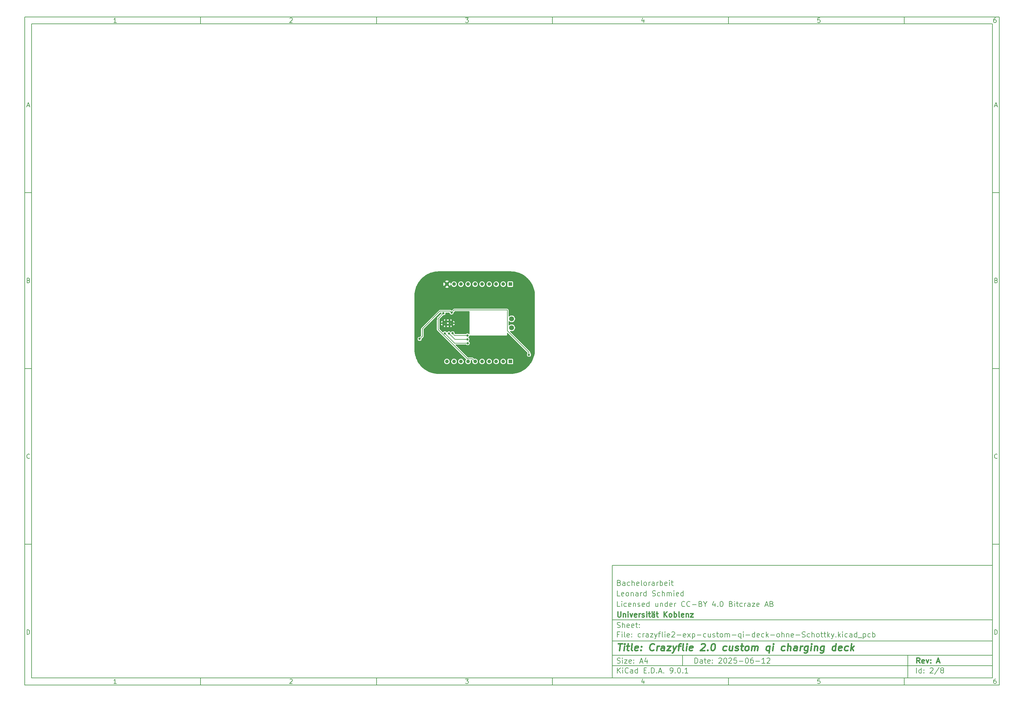
<source format=gbl>
%TF.GenerationSoftware,KiCad,Pcbnew,9.0.1*%
%TF.CreationDate,2025-07-31T18:48:44+02:00*%
%TF.ProjectId,crazyflie2-exp-custom-qi-deck-ohne-Schottky,6372617a-7966-46c6-9965-322d6578702d,A*%
%TF.SameCoordinates,Original*%
%TF.FileFunction,Copper,L2,Bot*%
%TF.FilePolarity,Positive*%
%FSLAX46Y46*%
G04 Gerber Fmt 4.6, Leading zero omitted, Abs format (unit mm)*
G04 Created by KiCad (PCBNEW 9.0.1) date 2025-07-31 18:48:44*
%MOMM*%
%LPD*%
G01*
G04 APERTURE LIST*
%ADD10C,0.100000*%
%ADD11C,0.150000*%
%ADD12C,0.300000*%
%ADD13C,0.400000*%
%TA.AperFunction,ComponentPad*%
%ADD14R,1.050000X1.050000*%
%TD*%
%TA.AperFunction,ComponentPad*%
%ADD15C,1.050000*%
%TD*%
%TA.AperFunction,ComponentPad*%
%ADD16C,0.500000*%
%TD*%
%TA.AperFunction,ComponentPad*%
%ADD17C,1.400000*%
%TD*%
%TA.AperFunction,ViaPad*%
%ADD18C,0.635000*%
%TD*%
%TA.AperFunction,Conductor*%
%ADD19C,0.508000*%
%TD*%
%TA.AperFunction,Conductor*%
%ADD20C,0.203200*%
%TD*%
G04 APERTURE END LIST*
D10*
D11*
X177002200Y-166007200D02*
X285002200Y-166007200D01*
X285002200Y-198007200D01*
X177002200Y-198007200D01*
X177002200Y-166007200D01*
D10*
D11*
X10000000Y-10000000D02*
X287002200Y-10000000D01*
X287002200Y-200007200D01*
X10000000Y-200007200D01*
X10000000Y-10000000D01*
D10*
D11*
X12000000Y-12000000D02*
X285002200Y-12000000D01*
X285002200Y-198007200D01*
X12000000Y-198007200D01*
X12000000Y-12000000D01*
D10*
D11*
X60000000Y-12000000D02*
X60000000Y-10000000D01*
D10*
D11*
X110000000Y-12000000D02*
X110000000Y-10000000D01*
D10*
D11*
X160000000Y-12000000D02*
X160000000Y-10000000D01*
D10*
D11*
X210000000Y-12000000D02*
X210000000Y-10000000D01*
D10*
D11*
X260000000Y-12000000D02*
X260000000Y-10000000D01*
D10*
D11*
X36089160Y-11593604D02*
X35346303Y-11593604D01*
X35717731Y-11593604D02*
X35717731Y-10293604D01*
X35717731Y-10293604D02*
X35593922Y-10479319D01*
X35593922Y-10479319D02*
X35470112Y-10603128D01*
X35470112Y-10603128D02*
X35346303Y-10665033D01*
D10*
D11*
X85346303Y-10417414D02*
X85408207Y-10355509D01*
X85408207Y-10355509D02*
X85532017Y-10293604D01*
X85532017Y-10293604D02*
X85841541Y-10293604D01*
X85841541Y-10293604D02*
X85965350Y-10355509D01*
X85965350Y-10355509D02*
X86027255Y-10417414D01*
X86027255Y-10417414D02*
X86089160Y-10541223D01*
X86089160Y-10541223D02*
X86089160Y-10665033D01*
X86089160Y-10665033D02*
X86027255Y-10850747D01*
X86027255Y-10850747D02*
X85284398Y-11593604D01*
X85284398Y-11593604D02*
X86089160Y-11593604D01*
D10*
D11*
X135284398Y-10293604D02*
X136089160Y-10293604D01*
X136089160Y-10293604D02*
X135655826Y-10788842D01*
X135655826Y-10788842D02*
X135841541Y-10788842D01*
X135841541Y-10788842D02*
X135965350Y-10850747D01*
X135965350Y-10850747D02*
X136027255Y-10912652D01*
X136027255Y-10912652D02*
X136089160Y-11036461D01*
X136089160Y-11036461D02*
X136089160Y-11345985D01*
X136089160Y-11345985D02*
X136027255Y-11469795D01*
X136027255Y-11469795D02*
X135965350Y-11531700D01*
X135965350Y-11531700D02*
X135841541Y-11593604D01*
X135841541Y-11593604D02*
X135470112Y-11593604D01*
X135470112Y-11593604D02*
X135346303Y-11531700D01*
X135346303Y-11531700D02*
X135284398Y-11469795D01*
D10*
D11*
X185965350Y-10726938D02*
X185965350Y-11593604D01*
X185655826Y-10231700D02*
X185346303Y-11160271D01*
X185346303Y-11160271D02*
X186151064Y-11160271D01*
D10*
D11*
X236027255Y-10293604D02*
X235408207Y-10293604D01*
X235408207Y-10293604D02*
X235346303Y-10912652D01*
X235346303Y-10912652D02*
X235408207Y-10850747D01*
X235408207Y-10850747D02*
X235532017Y-10788842D01*
X235532017Y-10788842D02*
X235841541Y-10788842D01*
X235841541Y-10788842D02*
X235965350Y-10850747D01*
X235965350Y-10850747D02*
X236027255Y-10912652D01*
X236027255Y-10912652D02*
X236089160Y-11036461D01*
X236089160Y-11036461D02*
X236089160Y-11345985D01*
X236089160Y-11345985D02*
X236027255Y-11469795D01*
X236027255Y-11469795D02*
X235965350Y-11531700D01*
X235965350Y-11531700D02*
X235841541Y-11593604D01*
X235841541Y-11593604D02*
X235532017Y-11593604D01*
X235532017Y-11593604D02*
X235408207Y-11531700D01*
X235408207Y-11531700D02*
X235346303Y-11469795D01*
D10*
D11*
X285965350Y-10293604D02*
X285717731Y-10293604D01*
X285717731Y-10293604D02*
X285593922Y-10355509D01*
X285593922Y-10355509D02*
X285532017Y-10417414D01*
X285532017Y-10417414D02*
X285408207Y-10603128D01*
X285408207Y-10603128D02*
X285346303Y-10850747D01*
X285346303Y-10850747D02*
X285346303Y-11345985D01*
X285346303Y-11345985D02*
X285408207Y-11469795D01*
X285408207Y-11469795D02*
X285470112Y-11531700D01*
X285470112Y-11531700D02*
X285593922Y-11593604D01*
X285593922Y-11593604D02*
X285841541Y-11593604D01*
X285841541Y-11593604D02*
X285965350Y-11531700D01*
X285965350Y-11531700D02*
X286027255Y-11469795D01*
X286027255Y-11469795D02*
X286089160Y-11345985D01*
X286089160Y-11345985D02*
X286089160Y-11036461D01*
X286089160Y-11036461D02*
X286027255Y-10912652D01*
X286027255Y-10912652D02*
X285965350Y-10850747D01*
X285965350Y-10850747D02*
X285841541Y-10788842D01*
X285841541Y-10788842D02*
X285593922Y-10788842D01*
X285593922Y-10788842D02*
X285470112Y-10850747D01*
X285470112Y-10850747D02*
X285408207Y-10912652D01*
X285408207Y-10912652D02*
X285346303Y-11036461D01*
D10*
D11*
X60000000Y-198007200D02*
X60000000Y-200007200D01*
D10*
D11*
X110000000Y-198007200D02*
X110000000Y-200007200D01*
D10*
D11*
X160000000Y-198007200D02*
X160000000Y-200007200D01*
D10*
D11*
X210000000Y-198007200D02*
X210000000Y-200007200D01*
D10*
D11*
X260000000Y-198007200D02*
X260000000Y-200007200D01*
D10*
D11*
X36089160Y-199600804D02*
X35346303Y-199600804D01*
X35717731Y-199600804D02*
X35717731Y-198300804D01*
X35717731Y-198300804D02*
X35593922Y-198486519D01*
X35593922Y-198486519D02*
X35470112Y-198610328D01*
X35470112Y-198610328D02*
X35346303Y-198672233D01*
D10*
D11*
X85346303Y-198424614D02*
X85408207Y-198362709D01*
X85408207Y-198362709D02*
X85532017Y-198300804D01*
X85532017Y-198300804D02*
X85841541Y-198300804D01*
X85841541Y-198300804D02*
X85965350Y-198362709D01*
X85965350Y-198362709D02*
X86027255Y-198424614D01*
X86027255Y-198424614D02*
X86089160Y-198548423D01*
X86089160Y-198548423D02*
X86089160Y-198672233D01*
X86089160Y-198672233D02*
X86027255Y-198857947D01*
X86027255Y-198857947D02*
X85284398Y-199600804D01*
X85284398Y-199600804D02*
X86089160Y-199600804D01*
D10*
D11*
X135284398Y-198300804D02*
X136089160Y-198300804D01*
X136089160Y-198300804D02*
X135655826Y-198796042D01*
X135655826Y-198796042D02*
X135841541Y-198796042D01*
X135841541Y-198796042D02*
X135965350Y-198857947D01*
X135965350Y-198857947D02*
X136027255Y-198919852D01*
X136027255Y-198919852D02*
X136089160Y-199043661D01*
X136089160Y-199043661D02*
X136089160Y-199353185D01*
X136089160Y-199353185D02*
X136027255Y-199476995D01*
X136027255Y-199476995D02*
X135965350Y-199538900D01*
X135965350Y-199538900D02*
X135841541Y-199600804D01*
X135841541Y-199600804D02*
X135470112Y-199600804D01*
X135470112Y-199600804D02*
X135346303Y-199538900D01*
X135346303Y-199538900D02*
X135284398Y-199476995D01*
D10*
D11*
X185965350Y-198734138D02*
X185965350Y-199600804D01*
X185655826Y-198238900D02*
X185346303Y-199167471D01*
X185346303Y-199167471D02*
X186151064Y-199167471D01*
D10*
D11*
X236027255Y-198300804D02*
X235408207Y-198300804D01*
X235408207Y-198300804D02*
X235346303Y-198919852D01*
X235346303Y-198919852D02*
X235408207Y-198857947D01*
X235408207Y-198857947D02*
X235532017Y-198796042D01*
X235532017Y-198796042D02*
X235841541Y-198796042D01*
X235841541Y-198796042D02*
X235965350Y-198857947D01*
X235965350Y-198857947D02*
X236027255Y-198919852D01*
X236027255Y-198919852D02*
X236089160Y-199043661D01*
X236089160Y-199043661D02*
X236089160Y-199353185D01*
X236089160Y-199353185D02*
X236027255Y-199476995D01*
X236027255Y-199476995D02*
X235965350Y-199538900D01*
X235965350Y-199538900D02*
X235841541Y-199600804D01*
X235841541Y-199600804D02*
X235532017Y-199600804D01*
X235532017Y-199600804D02*
X235408207Y-199538900D01*
X235408207Y-199538900D02*
X235346303Y-199476995D01*
D10*
D11*
X285965350Y-198300804D02*
X285717731Y-198300804D01*
X285717731Y-198300804D02*
X285593922Y-198362709D01*
X285593922Y-198362709D02*
X285532017Y-198424614D01*
X285532017Y-198424614D02*
X285408207Y-198610328D01*
X285408207Y-198610328D02*
X285346303Y-198857947D01*
X285346303Y-198857947D02*
X285346303Y-199353185D01*
X285346303Y-199353185D02*
X285408207Y-199476995D01*
X285408207Y-199476995D02*
X285470112Y-199538900D01*
X285470112Y-199538900D02*
X285593922Y-199600804D01*
X285593922Y-199600804D02*
X285841541Y-199600804D01*
X285841541Y-199600804D02*
X285965350Y-199538900D01*
X285965350Y-199538900D02*
X286027255Y-199476995D01*
X286027255Y-199476995D02*
X286089160Y-199353185D01*
X286089160Y-199353185D02*
X286089160Y-199043661D01*
X286089160Y-199043661D02*
X286027255Y-198919852D01*
X286027255Y-198919852D02*
X285965350Y-198857947D01*
X285965350Y-198857947D02*
X285841541Y-198796042D01*
X285841541Y-198796042D02*
X285593922Y-198796042D01*
X285593922Y-198796042D02*
X285470112Y-198857947D01*
X285470112Y-198857947D02*
X285408207Y-198919852D01*
X285408207Y-198919852D02*
X285346303Y-199043661D01*
D10*
D11*
X10000000Y-60000000D02*
X12000000Y-60000000D01*
D10*
D11*
X10000000Y-110000000D02*
X12000000Y-110000000D01*
D10*
D11*
X10000000Y-160000000D02*
X12000000Y-160000000D01*
D10*
D11*
X10690476Y-35222176D02*
X11309523Y-35222176D01*
X10566666Y-35593604D02*
X10999999Y-34293604D01*
X10999999Y-34293604D02*
X11433333Y-35593604D01*
D10*
D11*
X11092857Y-84912652D02*
X11278571Y-84974557D01*
X11278571Y-84974557D02*
X11340476Y-85036461D01*
X11340476Y-85036461D02*
X11402380Y-85160271D01*
X11402380Y-85160271D02*
X11402380Y-85345985D01*
X11402380Y-85345985D02*
X11340476Y-85469795D01*
X11340476Y-85469795D02*
X11278571Y-85531700D01*
X11278571Y-85531700D02*
X11154761Y-85593604D01*
X11154761Y-85593604D02*
X10659523Y-85593604D01*
X10659523Y-85593604D02*
X10659523Y-84293604D01*
X10659523Y-84293604D02*
X11092857Y-84293604D01*
X11092857Y-84293604D02*
X11216666Y-84355509D01*
X11216666Y-84355509D02*
X11278571Y-84417414D01*
X11278571Y-84417414D02*
X11340476Y-84541223D01*
X11340476Y-84541223D02*
X11340476Y-84665033D01*
X11340476Y-84665033D02*
X11278571Y-84788842D01*
X11278571Y-84788842D02*
X11216666Y-84850747D01*
X11216666Y-84850747D02*
X11092857Y-84912652D01*
X11092857Y-84912652D02*
X10659523Y-84912652D01*
D10*
D11*
X11402380Y-135469795D02*
X11340476Y-135531700D01*
X11340476Y-135531700D02*
X11154761Y-135593604D01*
X11154761Y-135593604D02*
X11030952Y-135593604D01*
X11030952Y-135593604D02*
X10845238Y-135531700D01*
X10845238Y-135531700D02*
X10721428Y-135407890D01*
X10721428Y-135407890D02*
X10659523Y-135284080D01*
X10659523Y-135284080D02*
X10597619Y-135036461D01*
X10597619Y-135036461D02*
X10597619Y-134850747D01*
X10597619Y-134850747D02*
X10659523Y-134603128D01*
X10659523Y-134603128D02*
X10721428Y-134479319D01*
X10721428Y-134479319D02*
X10845238Y-134355509D01*
X10845238Y-134355509D02*
X11030952Y-134293604D01*
X11030952Y-134293604D02*
X11154761Y-134293604D01*
X11154761Y-134293604D02*
X11340476Y-134355509D01*
X11340476Y-134355509D02*
X11402380Y-134417414D01*
D10*
D11*
X10659523Y-185593604D02*
X10659523Y-184293604D01*
X10659523Y-184293604D02*
X10969047Y-184293604D01*
X10969047Y-184293604D02*
X11154761Y-184355509D01*
X11154761Y-184355509D02*
X11278571Y-184479319D01*
X11278571Y-184479319D02*
X11340476Y-184603128D01*
X11340476Y-184603128D02*
X11402380Y-184850747D01*
X11402380Y-184850747D02*
X11402380Y-185036461D01*
X11402380Y-185036461D02*
X11340476Y-185284080D01*
X11340476Y-185284080D02*
X11278571Y-185407890D01*
X11278571Y-185407890D02*
X11154761Y-185531700D01*
X11154761Y-185531700D02*
X10969047Y-185593604D01*
X10969047Y-185593604D02*
X10659523Y-185593604D01*
D10*
D11*
X287002200Y-60000000D02*
X285002200Y-60000000D01*
D10*
D11*
X287002200Y-110000000D02*
X285002200Y-110000000D01*
D10*
D11*
X287002200Y-160000000D02*
X285002200Y-160000000D01*
D10*
D11*
X285692676Y-35222176D02*
X286311723Y-35222176D01*
X285568866Y-35593604D02*
X286002199Y-34293604D01*
X286002199Y-34293604D02*
X286435533Y-35593604D01*
D10*
D11*
X286095057Y-84912652D02*
X286280771Y-84974557D01*
X286280771Y-84974557D02*
X286342676Y-85036461D01*
X286342676Y-85036461D02*
X286404580Y-85160271D01*
X286404580Y-85160271D02*
X286404580Y-85345985D01*
X286404580Y-85345985D02*
X286342676Y-85469795D01*
X286342676Y-85469795D02*
X286280771Y-85531700D01*
X286280771Y-85531700D02*
X286156961Y-85593604D01*
X286156961Y-85593604D02*
X285661723Y-85593604D01*
X285661723Y-85593604D02*
X285661723Y-84293604D01*
X285661723Y-84293604D02*
X286095057Y-84293604D01*
X286095057Y-84293604D02*
X286218866Y-84355509D01*
X286218866Y-84355509D02*
X286280771Y-84417414D01*
X286280771Y-84417414D02*
X286342676Y-84541223D01*
X286342676Y-84541223D02*
X286342676Y-84665033D01*
X286342676Y-84665033D02*
X286280771Y-84788842D01*
X286280771Y-84788842D02*
X286218866Y-84850747D01*
X286218866Y-84850747D02*
X286095057Y-84912652D01*
X286095057Y-84912652D02*
X285661723Y-84912652D01*
D10*
D11*
X286404580Y-135469795D02*
X286342676Y-135531700D01*
X286342676Y-135531700D02*
X286156961Y-135593604D01*
X286156961Y-135593604D02*
X286033152Y-135593604D01*
X286033152Y-135593604D02*
X285847438Y-135531700D01*
X285847438Y-135531700D02*
X285723628Y-135407890D01*
X285723628Y-135407890D02*
X285661723Y-135284080D01*
X285661723Y-135284080D02*
X285599819Y-135036461D01*
X285599819Y-135036461D02*
X285599819Y-134850747D01*
X285599819Y-134850747D02*
X285661723Y-134603128D01*
X285661723Y-134603128D02*
X285723628Y-134479319D01*
X285723628Y-134479319D02*
X285847438Y-134355509D01*
X285847438Y-134355509D02*
X286033152Y-134293604D01*
X286033152Y-134293604D02*
X286156961Y-134293604D01*
X286156961Y-134293604D02*
X286342676Y-134355509D01*
X286342676Y-134355509D02*
X286404580Y-134417414D01*
D10*
D11*
X285661723Y-185593604D02*
X285661723Y-184293604D01*
X285661723Y-184293604D02*
X285971247Y-184293604D01*
X285971247Y-184293604D02*
X286156961Y-184355509D01*
X286156961Y-184355509D02*
X286280771Y-184479319D01*
X286280771Y-184479319D02*
X286342676Y-184603128D01*
X286342676Y-184603128D02*
X286404580Y-184850747D01*
X286404580Y-184850747D02*
X286404580Y-185036461D01*
X286404580Y-185036461D02*
X286342676Y-185284080D01*
X286342676Y-185284080D02*
X286280771Y-185407890D01*
X286280771Y-185407890D02*
X286156961Y-185531700D01*
X286156961Y-185531700D02*
X285971247Y-185593604D01*
X285971247Y-185593604D02*
X285661723Y-185593604D01*
D10*
D11*
X200458026Y-193793328D02*
X200458026Y-192293328D01*
X200458026Y-192293328D02*
X200815169Y-192293328D01*
X200815169Y-192293328D02*
X201029455Y-192364757D01*
X201029455Y-192364757D02*
X201172312Y-192507614D01*
X201172312Y-192507614D02*
X201243741Y-192650471D01*
X201243741Y-192650471D02*
X201315169Y-192936185D01*
X201315169Y-192936185D02*
X201315169Y-193150471D01*
X201315169Y-193150471D02*
X201243741Y-193436185D01*
X201243741Y-193436185D02*
X201172312Y-193579042D01*
X201172312Y-193579042D02*
X201029455Y-193721900D01*
X201029455Y-193721900D02*
X200815169Y-193793328D01*
X200815169Y-193793328D02*
X200458026Y-193793328D01*
X202600884Y-193793328D02*
X202600884Y-193007614D01*
X202600884Y-193007614D02*
X202529455Y-192864757D01*
X202529455Y-192864757D02*
X202386598Y-192793328D01*
X202386598Y-192793328D02*
X202100884Y-192793328D01*
X202100884Y-192793328D02*
X201958026Y-192864757D01*
X202600884Y-193721900D02*
X202458026Y-193793328D01*
X202458026Y-193793328D02*
X202100884Y-193793328D01*
X202100884Y-193793328D02*
X201958026Y-193721900D01*
X201958026Y-193721900D02*
X201886598Y-193579042D01*
X201886598Y-193579042D02*
X201886598Y-193436185D01*
X201886598Y-193436185D02*
X201958026Y-193293328D01*
X201958026Y-193293328D02*
X202100884Y-193221900D01*
X202100884Y-193221900D02*
X202458026Y-193221900D01*
X202458026Y-193221900D02*
X202600884Y-193150471D01*
X203100884Y-192793328D02*
X203672312Y-192793328D01*
X203315169Y-192293328D02*
X203315169Y-193579042D01*
X203315169Y-193579042D02*
X203386598Y-193721900D01*
X203386598Y-193721900D02*
X203529455Y-193793328D01*
X203529455Y-193793328D02*
X203672312Y-193793328D01*
X204743741Y-193721900D02*
X204600884Y-193793328D01*
X204600884Y-193793328D02*
X204315170Y-193793328D01*
X204315170Y-193793328D02*
X204172312Y-193721900D01*
X204172312Y-193721900D02*
X204100884Y-193579042D01*
X204100884Y-193579042D02*
X204100884Y-193007614D01*
X204100884Y-193007614D02*
X204172312Y-192864757D01*
X204172312Y-192864757D02*
X204315170Y-192793328D01*
X204315170Y-192793328D02*
X204600884Y-192793328D01*
X204600884Y-192793328D02*
X204743741Y-192864757D01*
X204743741Y-192864757D02*
X204815170Y-193007614D01*
X204815170Y-193007614D02*
X204815170Y-193150471D01*
X204815170Y-193150471D02*
X204100884Y-193293328D01*
X205458026Y-193650471D02*
X205529455Y-193721900D01*
X205529455Y-193721900D02*
X205458026Y-193793328D01*
X205458026Y-193793328D02*
X205386598Y-193721900D01*
X205386598Y-193721900D02*
X205458026Y-193650471D01*
X205458026Y-193650471D02*
X205458026Y-193793328D01*
X205458026Y-192864757D02*
X205529455Y-192936185D01*
X205529455Y-192936185D02*
X205458026Y-193007614D01*
X205458026Y-193007614D02*
X205386598Y-192936185D01*
X205386598Y-192936185D02*
X205458026Y-192864757D01*
X205458026Y-192864757D02*
X205458026Y-193007614D01*
X207243741Y-192436185D02*
X207315169Y-192364757D01*
X207315169Y-192364757D02*
X207458027Y-192293328D01*
X207458027Y-192293328D02*
X207815169Y-192293328D01*
X207815169Y-192293328D02*
X207958027Y-192364757D01*
X207958027Y-192364757D02*
X208029455Y-192436185D01*
X208029455Y-192436185D02*
X208100884Y-192579042D01*
X208100884Y-192579042D02*
X208100884Y-192721900D01*
X208100884Y-192721900D02*
X208029455Y-192936185D01*
X208029455Y-192936185D02*
X207172312Y-193793328D01*
X207172312Y-193793328D02*
X208100884Y-193793328D01*
X209029455Y-192293328D02*
X209172312Y-192293328D01*
X209172312Y-192293328D02*
X209315169Y-192364757D01*
X209315169Y-192364757D02*
X209386598Y-192436185D01*
X209386598Y-192436185D02*
X209458026Y-192579042D01*
X209458026Y-192579042D02*
X209529455Y-192864757D01*
X209529455Y-192864757D02*
X209529455Y-193221900D01*
X209529455Y-193221900D02*
X209458026Y-193507614D01*
X209458026Y-193507614D02*
X209386598Y-193650471D01*
X209386598Y-193650471D02*
X209315169Y-193721900D01*
X209315169Y-193721900D02*
X209172312Y-193793328D01*
X209172312Y-193793328D02*
X209029455Y-193793328D01*
X209029455Y-193793328D02*
X208886598Y-193721900D01*
X208886598Y-193721900D02*
X208815169Y-193650471D01*
X208815169Y-193650471D02*
X208743740Y-193507614D01*
X208743740Y-193507614D02*
X208672312Y-193221900D01*
X208672312Y-193221900D02*
X208672312Y-192864757D01*
X208672312Y-192864757D02*
X208743740Y-192579042D01*
X208743740Y-192579042D02*
X208815169Y-192436185D01*
X208815169Y-192436185D02*
X208886598Y-192364757D01*
X208886598Y-192364757D02*
X209029455Y-192293328D01*
X210100883Y-192436185D02*
X210172311Y-192364757D01*
X210172311Y-192364757D02*
X210315169Y-192293328D01*
X210315169Y-192293328D02*
X210672311Y-192293328D01*
X210672311Y-192293328D02*
X210815169Y-192364757D01*
X210815169Y-192364757D02*
X210886597Y-192436185D01*
X210886597Y-192436185D02*
X210958026Y-192579042D01*
X210958026Y-192579042D02*
X210958026Y-192721900D01*
X210958026Y-192721900D02*
X210886597Y-192936185D01*
X210886597Y-192936185D02*
X210029454Y-193793328D01*
X210029454Y-193793328D02*
X210958026Y-193793328D01*
X212315168Y-192293328D02*
X211600882Y-192293328D01*
X211600882Y-192293328D02*
X211529454Y-193007614D01*
X211529454Y-193007614D02*
X211600882Y-192936185D01*
X211600882Y-192936185D02*
X211743740Y-192864757D01*
X211743740Y-192864757D02*
X212100882Y-192864757D01*
X212100882Y-192864757D02*
X212243740Y-192936185D01*
X212243740Y-192936185D02*
X212315168Y-193007614D01*
X212315168Y-193007614D02*
X212386597Y-193150471D01*
X212386597Y-193150471D02*
X212386597Y-193507614D01*
X212386597Y-193507614D02*
X212315168Y-193650471D01*
X212315168Y-193650471D02*
X212243740Y-193721900D01*
X212243740Y-193721900D02*
X212100882Y-193793328D01*
X212100882Y-193793328D02*
X211743740Y-193793328D01*
X211743740Y-193793328D02*
X211600882Y-193721900D01*
X211600882Y-193721900D02*
X211529454Y-193650471D01*
X213029453Y-193221900D02*
X214172311Y-193221900D01*
X215172311Y-192293328D02*
X215315168Y-192293328D01*
X215315168Y-192293328D02*
X215458025Y-192364757D01*
X215458025Y-192364757D02*
X215529454Y-192436185D01*
X215529454Y-192436185D02*
X215600882Y-192579042D01*
X215600882Y-192579042D02*
X215672311Y-192864757D01*
X215672311Y-192864757D02*
X215672311Y-193221900D01*
X215672311Y-193221900D02*
X215600882Y-193507614D01*
X215600882Y-193507614D02*
X215529454Y-193650471D01*
X215529454Y-193650471D02*
X215458025Y-193721900D01*
X215458025Y-193721900D02*
X215315168Y-193793328D01*
X215315168Y-193793328D02*
X215172311Y-193793328D01*
X215172311Y-193793328D02*
X215029454Y-193721900D01*
X215029454Y-193721900D02*
X214958025Y-193650471D01*
X214958025Y-193650471D02*
X214886596Y-193507614D01*
X214886596Y-193507614D02*
X214815168Y-193221900D01*
X214815168Y-193221900D02*
X214815168Y-192864757D01*
X214815168Y-192864757D02*
X214886596Y-192579042D01*
X214886596Y-192579042D02*
X214958025Y-192436185D01*
X214958025Y-192436185D02*
X215029454Y-192364757D01*
X215029454Y-192364757D02*
X215172311Y-192293328D01*
X216958025Y-192293328D02*
X216672310Y-192293328D01*
X216672310Y-192293328D02*
X216529453Y-192364757D01*
X216529453Y-192364757D02*
X216458025Y-192436185D01*
X216458025Y-192436185D02*
X216315167Y-192650471D01*
X216315167Y-192650471D02*
X216243739Y-192936185D01*
X216243739Y-192936185D02*
X216243739Y-193507614D01*
X216243739Y-193507614D02*
X216315167Y-193650471D01*
X216315167Y-193650471D02*
X216386596Y-193721900D01*
X216386596Y-193721900D02*
X216529453Y-193793328D01*
X216529453Y-193793328D02*
X216815167Y-193793328D01*
X216815167Y-193793328D02*
X216958025Y-193721900D01*
X216958025Y-193721900D02*
X217029453Y-193650471D01*
X217029453Y-193650471D02*
X217100882Y-193507614D01*
X217100882Y-193507614D02*
X217100882Y-193150471D01*
X217100882Y-193150471D02*
X217029453Y-193007614D01*
X217029453Y-193007614D02*
X216958025Y-192936185D01*
X216958025Y-192936185D02*
X216815167Y-192864757D01*
X216815167Y-192864757D02*
X216529453Y-192864757D01*
X216529453Y-192864757D02*
X216386596Y-192936185D01*
X216386596Y-192936185D02*
X216315167Y-193007614D01*
X216315167Y-193007614D02*
X216243739Y-193150471D01*
X217743738Y-193221900D02*
X218886596Y-193221900D01*
X220386596Y-193793328D02*
X219529453Y-193793328D01*
X219958024Y-193793328D02*
X219958024Y-192293328D01*
X219958024Y-192293328D02*
X219815167Y-192507614D01*
X219815167Y-192507614D02*
X219672310Y-192650471D01*
X219672310Y-192650471D02*
X219529453Y-192721900D01*
X220958024Y-192436185D02*
X221029452Y-192364757D01*
X221029452Y-192364757D02*
X221172310Y-192293328D01*
X221172310Y-192293328D02*
X221529452Y-192293328D01*
X221529452Y-192293328D02*
X221672310Y-192364757D01*
X221672310Y-192364757D02*
X221743738Y-192436185D01*
X221743738Y-192436185D02*
X221815167Y-192579042D01*
X221815167Y-192579042D02*
X221815167Y-192721900D01*
X221815167Y-192721900D02*
X221743738Y-192936185D01*
X221743738Y-192936185D02*
X220886595Y-193793328D01*
X220886595Y-193793328D02*
X221815167Y-193793328D01*
D10*
D11*
X177002200Y-194507200D02*
X285002200Y-194507200D01*
D10*
D11*
X178458026Y-196593328D02*
X178458026Y-195093328D01*
X179315169Y-196593328D02*
X178672312Y-195736185D01*
X179315169Y-195093328D02*
X178458026Y-195950471D01*
X179958026Y-196593328D02*
X179958026Y-195593328D01*
X179958026Y-195093328D02*
X179886598Y-195164757D01*
X179886598Y-195164757D02*
X179958026Y-195236185D01*
X179958026Y-195236185D02*
X180029455Y-195164757D01*
X180029455Y-195164757D02*
X179958026Y-195093328D01*
X179958026Y-195093328D02*
X179958026Y-195236185D01*
X181529455Y-196450471D02*
X181458027Y-196521900D01*
X181458027Y-196521900D02*
X181243741Y-196593328D01*
X181243741Y-196593328D02*
X181100884Y-196593328D01*
X181100884Y-196593328D02*
X180886598Y-196521900D01*
X180886598Y-196521900D02*
X180743741Y-196379042D01*
X180743741Y-196379042D02*
X180672312Y-196236185D01*
X180672312Y-196236185D02*
X180600884Y-195950471D01*
X180600884Y-195950471D02*
X180600884Y-195736185D01*
X180600884Y-195736185D02*
X180672312Y-195450471D01*
X180672312Y-195450471D02*
X180743741Y-195307614D01*
X180743741Y-195307614D02*
X180886598Y-195164757D01*
X180886598Y-195164757D02*
X181100884Y-195093328D01*
X181100884Y-195093328D02*
X181243741Y-195093328D01*
X181243741Y-195093328D02*
X181458027Y-195164757D01*
X181458027Y-195164757D02*
X181529455Y-195236185D01*
X182815170Y-196593328D02*
X182815170Y-195807614D01*
X182815170Y-195807614D02*
X182743741Y-195664757D01*
X182743741Y-195664757D02*
X182600884Y-195593328D01*
X182600884Y-195593328D02*
X182315170Y-195593328D01*
X182315170Y-195593328D02*
X182172312Y-195664757D01*
X182815170Y-196521900D02*
X182672312Y-196593328D01*
X182672312Y-196593328D02*
X182315170Y-196593328D01*
X182315170Y-196593328D02*
X182172312Y-196521900D01*
X182172312Y-196521900D02*
X182100884Y-196379042D01*
X182100884Y-196379042D02*
X182100884Y-196236185D01*
X182100884Y-196236185D02*
X182172312Y-196093328D01*
X182172312Y-196093328D02*
X182315170Y-196021900D01*
X182315170Y-196021900D02*
X182672312Y-196021900D01*
X182672312Y-196021900D02*
X182815170Y-195950471D01*
X184172313Y-196593328D02*
X184172313Y-195093328D01*
X184172313Y-196521900D02*
X184029455Y-196593328D01*
X184029455Y-196593328D02*
X183743741Y-196593328D01*
X183743741Y-196593328D02*
X183600884Y-196521900D01*
X183600884Y-196521900D02*
X183529455Y-196450471D01*
X183529455Y-196450471D02*
X183458027Y-196307614D01*
X183458027Y-196307614D02*
X183458027Y-195879042D01*
X183458027Y-195879042D02*
X183529455Y-195736185D01*
X183529455Y-195736185D02*
X183600884Y-195664757D01*
X183600884Y-195664757D02*
X183743741Y-195593328D01*
X183743741Y-195593328D02*
X184029455Y-195593328D01*
X184029455Y-195593328D02*
X184172313Y-195664757D01*
X186029455Y-195807614D02*
X186529455Y-195807614D01*
X186743741Y-196593328D02*
X186029455Y-196593328D01*
X186029455Y-196593328D02*
X186029455Y-195093328D01*
X186029455Y-195093328D02*
X186743741Y-195093328D01*
X187386598Y-196450471D02*
X187458027Y-196521900D01*
X187458027Y-196521900D02*
X187386598Y-196593328D01*
X187386598Y-196593328D02*
X187315170Y-196521900D01*
X187315170Y-196521900D02*
X187386598Y-196450471D01*
X187386598Y-196450471D02*
X187386598Y-196593328D01*
X188100884Y-196593328D02*
X188100884Y-195093328D01*
X188100884Y-195093328D02*
X188458027Y-195093328D01*
X188458027Y-195093328D02*
X188672313Y-195164757D01*
X188672313Y-195164757D02*
X188815170Y-195307614D01*
X188815170Y-195307614D02*
X188886599Y-195450471D01*
X188886599Y-195450471D02*
X188958027Y-195736185D01*
X188958027Y-195736185D02*
X188958027Y-195950471D01*
X188958027Y-195950471D02*
X188886599Y-196236185D01*
X188886599Y-196236185D02*
X188815170Y-196379042D01*
X188815170Y-196379042D02*
X188672313Y-196521900D01*
X188672313Y-196521900D02*
X188458027Y-196593328D01*
X188458027Y-196593328D02*
X188100884Y-196593328D01*
X189600884Y-196450471D02*
X189672313Y-196521900D01*
X189672313Y-196521900D02*
X189600884Y-196593328D01*
X189600884Y-196593328D02*
X189529456Y-196521900D01*
X189529456Y-196521900D02*
X189600884Y-196450471D01*
X189600884Y-196450471D02*
X189600884Y-196593328D01*
X190243742Y-196164757D02*
X190958028Y-196164757D01*
X190100885Y-196593328D02*
X190600885Y-195093328D01*
X190600885Y-195093328D02*
X191100885Y-196593328D01*
X191600884Y-196450471D02*
X191672313Y-196521900D01*
X191672313Y-196521900D02*
X191600884Y-196593328D01*
X191600884Y-196593328D02*
X191529456Y-196521900D01*
X191529456Y-196521900D02*
X191600884Y-196450471D01*
X191600884Y-196450471D02*
X191600884Y-196593328D01*
X193529456Y-196593328D02*
X193815170Y-196593328D01*
X193815170Y-196593328D02*
X193958027Y-196521900D01*
X193958027Y-196521900D02*
X194029456Y-196450471D01*
X194029456Y-196450471D02*
X194172313Y-196236185D01*
X194172313Y-196236185D02*
X194243742Y-195950471D01*
X194243742Y-195950471D02*
X194243742Y-195379042D01*
X194243742Y-195379042D02*
X194172313Y-195236185D01*
X194172313Y-195236185D02*
X194100885Y-195164757D01*
X194100885Y-195164757D02*
X193958027Y-195093328D01*
X193958027Y-195093328D02*
X193672313Y-195093328D01*
X193672313Y-195093328D02*
X193529456Y-195164757D01*
X193529456Y-195164757D02*
X193458027Y-195236185D01*
X193458027Y-195236185D02*
X193386599Y-195379042D01*
X193386599Y-195379042D02*
X193386599Y-195736185D01*
X193386599Y-195736185D02*
X193458027Y-195879042D01*
X193458027Y-195879042D02*
X193529456Y-195950471D01*
X193529456Y-195950471D02*
X193672313Y-196021900D01*
X193672313Y-196021900D02*
X193958027Y-196021900D01*
X193958027Y-196021900D02*
X194100885Y-195950471D01*
X194100885Y-195950471D02*
X194172313Y-195879042D01*
X194172313Y-195879042D02*
X194243742Y-195736185D01*
X194886598Y-196450471D02*
X194958027Y-196521900D01*
X194958027Y-196521900D02*
X194886598Y-196593328D01*
X194886598Y-196593328D02*
X194815170Y-196521900D01*
X194815170Y-196521900D02*
X194886598Y-196450471D01*
X194886598Y-196450471D02*
X194886598Y-196593328D01*
X195886599Y-195093328D02*
X196029456Y-195093328D01*
X196029456Y-195093328D02*
X196172313Y-195164757D01*
X196172313Y-195164757D02*
X196243742Y-195236185D01*
X196243742Y-195236185D02*
X196315170Y-195379042D01*
X196315170Y-195379042D02*
X196386599Y-195664757D01*
X196386599Y-195664757D02*
X196386599Y-196021900D01*
X196386599Y-196021900D02*
X196315170Y-196307614D01*
X196315170Y-196307614D02*
X196243742Y-196450471D01*
X196243742Y-196450471D02*
X196172313Y-196521900D01*
X196172313Y-196521900D02*
X196029456Y-196593328D01*
X196029456Y-196593328D02*
X195886599Y-196593328D01*
X195886599Y-196593328D02*
X195743742Y-196521900D01*
X195743742Y-196521900D02*
X195672313Y-196450471D01*
X195672313Y-196450471D02*
X195600884Y-196307614D01*
X195600884Y-196307614D02*
X195529456Y-196021900D01*
X195529456Y-196021900D02*
X195529456Y-195664757D01*
X195529456Y-195664757D02*
X195600884Y-195379042D01*
X195600884Y-195379042D02*
X195672313Y-195236185D01*
X195672313Y-195236185D02*
X195743742Y-195164757D01*
X195743742Y-195164757D02*
X195886599Y-195093328D01*
X197029455Y-196450471D02*
X197100884Y-196521900D01*
X197100884Y-196521900D02*
X197029455Y-196593328D01*
X197029455Y-196593328D02*
X196958027Y-196521900D01*
X196958027Y-196521900D02*
X197029455Y-196450471D01*
X197029455Y-196450471D02*
X197029455Y-196593328D01*
X198529456Y-196593328D02*
X197672313Y-196593328D01*
X198100884Y-196593328D02*
X198100884Y-195093328D01*
X198100884Y-195093328D02*
X197958027Y-195307614D01*
X197958027Y-195307614D02*
X197815170Y-195450471D01*
X197815170Y-195450471D02*
X197672313Y-195521900D01*
D10*
D11*
X177002200Y-191507200D02*
X285002200Y-191507200D01*
D10*
D12*
X264413853Y-193785528D02*
X263913853Y-193071242D01*
X263556710Y-193785528D02*
X263556710Y-192285528D01*
X263556710Y-192285528D02*
X264128139Y-192285528D01*
X264128139Y-192285528D02*
X264270996Y-192356957D01*
X264270996Y-192356957D02*
X264342425Y-192428385D01*
X264342425Y-192428385D02*
X264413853Y-192571242D01*
X264413853Y-192571242D02*
X264413853Y-192785528D01*
X264413853Y-192785528D02*
X264342425Y-192928385D01*
X264342425Y-192928385D02*
X264270996Y-192999814D01*
X264270996Y-192999814D02*
X264128139Y-193071242D01*
X264128139Y-193071242D02*
X263556710Y-193071242D01*
X265628139Y-193714100D02*
X265485282Y-193785528D01*
X265485282Y-193785528D02*
X265199568Y-193785528D01*
X265199568Y-193785528D02*
X265056710Y-193714100D01*
X265056710Y-193714100D02*
X264985282Y-193571242D01*
X264985282Y-193571242D02*
X264985282Y-192999814D01*
X264985282Y-192999814D02*
X265056710Y-192856957D01*
X265056710Y-192856957D02*
X265199568Y-192785528D01*
X265199568Y-192785528D02*
X265485282Y-192785528D01*
X265485282Y-192785528D02*
X265628139Y-192856957D01*
X265628139Y-192856957D02*
X265699568Y-192999814D01*
X265699568Y-192999814D02*
X265699568Y-193142671D01*
X265699568Y-193142671D02*
X264985282Y-193285528D01*
X266199567Y-192785528D02*
X266556710Y-193785528D01*
X266556710Y-193785528D02*
X266913853Y-192785528D01*
X267485281Y-193642671D02*
X267556710Y-193714100D01*
X267556710Y-193714100D02*
X267485281Y-193785528D01*
X267485281Y-193785528D02*
X267413853Y-193714100D01*
X267413853Y-193714100D02*
X267485281Y-193642671D01*
X267485281Y-193642671D02*
X267485281Y-193785528D01*
X267485281Y-192856957D02*
X267556710Y-192928385D01*
X267556710Y-192928385D02*
X267485281Y-192999814D01*
X267485281Y-192999814D02*
X267413853Y-192928385D01*
X267413853Y-192928385D02*
X267485281Y-192856957D01*
X267485281Y-192856957D02*
X267485281Y-192999814D01*
X269270996Y-193356957D02*
X269985282Y-193356957D01*
X269128139Y-193785528D02*
X269628139Y-192285528D01*
X269628139Y-192285528D02*
X270128139Y-193785528D01*
D10*
D11*
X178386598Y-193721900D02*
X178600884Y-193793328D01*
X178600884Y-193793328D02*
X178958026Y-193793328D01*
X178958026Y-193793328D02*
X179100884Y-193721900D01*
X179100884Y-193721900D02*
X179172312Y-193650471D01*
X179172312Y-193650471D02*
X179243741Y-193507614D01*
X179243741Y-193507614D02*
X179243741Y-193364757D01*
X179243741Y-193364757D02*
X179172312Y-193221900D01*
X179172312Y-193221900D02*
X179100884Y-193150471D01*
X179100884Y-193150471D02*
X178958026Y-193079042D01*
X178958026Y-193079042D02*
X178672312Y-193007614D01*
X178672312Y-193007614D02*
X178529455Y-192936185D01*
X178529455Y-192936185D02*
X178458026Y-192864757D01*
X178458026Y-192864757D02*
X178386598Y-192721900D01*
X178386598Y-192721900D02*
X178386598Y-192579042D01*
X178386598Y-192579042D02*
X178458026Y-192436185D01*
X178458026Y-192436185D02*
X178529455Y-192364757D01*
X178529455Y-192364757D02*
X178672312Y-192293328D01*
X178672312Y-192293328D02*
X179029455Y-192293328D01*
X179029455Y-192293328D02*
X179243741Y-192364757D01*
X179886597Y-193793328D02*
X179886597Y-192793328D01*
X179886597Y-192293328D02*
X179815169Y-192364757D01*
X179815169Y-192364757D02*
X179886597Y-192436185D01*
X179886597Y-192436185D02*
X179958026Y-192364757D01*
X179958026Y-192364757D02*
X179886597Y-192293328D01*
X179886597Y-192293328D02*
X179886597Y-192436185D01*
X180458026Y-192793328D02*
X181243741Y-192793328D01*
X181243741Y-192793328D02*
X180458026Y-193793328D01*
X180458026Y-193793328D02*
X181243741Y-193793328D01*
X182386598Y-193721900D02*
X182243741Y-193793328D01*
X182243741Y-193793328D02*
X181958027Y-193793328D01*
X181958027Y-193793328D02*
X181815169Y-193721900D01*
X181815169Y-193721900D02*
X181743741Y-193579042D01*
X181743741Y-193579042D02*
X181743741Y-193007614D01*
X181743741Y-193007614D02*
X181815169Y-192864757D01*
X181815169Y-192864757D02*
X181958027Y-192793328D01*
X181958027Y-192793328D02*
X182243741Y-192793328D01*
X182243741Y-192793328D02*
X182386598Y-192864757D01*
X182386598Y-192864757D02*
X182458027Y-193007614D01*
X182458027Y-193007614D02*
X182458027Y-193150471D01*
X182458027Y-193150471D02*
X181743741Y-193293328D01*
X183100883Y-193650471D02*
X183172312Y-193721900D01*
X183172312Y-193721900D02*
X183100883Y-193793328D01*
X183100883Y-193793328D02*
X183029455Y-193721900D01*
X183029455Y-193721900D02*
X183100883Y-193650471D01*
X183100883Y-193650471D02*
X183100883Y-193793328D01*
X183100883Y-192864757D02*
X183172312Y-192936185D01*
X183172312Y-192936185D02*
X183100883Y-193007614D01*
X183100883Y-193007614D02*
X183029455Y-192936185D01*
X183029455Y-192936185D02*
X183100883Y-192864757D01*
X183100883Y-192864757D02*
X183100883Y-193007614D01*
X184886598Y-193364757D02*
X185600884Y-193364757D01*
X184743741Y-193793328D02*
X185243741Y-192293328D01*
X185243741Y-192293328D02*
X185743741Y-193793328D01*
X186886598Y-192793328D02*
X186886598Y-193793328D01*
X186529455Y-192221900D02*
X186172312Y-193293328D01*
X186172312Y-193293328D02*
X187100883Y-193293328D01*
D10*
D11*
X263458026Y-196593328D02*
X263458026Y-195093328D01*
X264815170Y-196593328D02*
X264815170Y-195093328D01*
X264815170Y-196521900D02*
X264672312Y-196593328D01*
X264672312Y-196593328D02*
X264386598Y-196593328D01*
X264386598Y-196593328D02*
X264243741Y-196521900D01*
X264243741Y-196521900D02*
X264172312Y-196450471D01*
X264172312Y-196450471D02*
X264100884Y-196307614D01*
X264100884Y-196307614D02*
X264100884Y-195879042D01*
X264100884Y-195879042D02*
X264172312Y-195736185D01*
X264172312Y-195736185D02*
X264243741Y-195664757D01*
X264243741Y-195664757D02*
X264386598Y-195593328D01*
X264386598Y-195593328D02*
X264672312Y-195593328D01*
X264672312Y-195593328D02*
X264815170Y-195664757D01*
X265529455Y-196450471D02*
X265600884Y-196521900D01*
X265600884Y-196521900D02*
X265529455Y-196593328D01*
X265529455Y-196593328D02*
X265458027Y-196521900D01*
X265458027Y-196521900D02*
X265529455Y-196450471D01*
X265529455Y-196450471D02*
X265529455Y-196593328D01*
X265529455Y-195664757D02*
X265600884Y-195736185D01*
X265600884Y-195736185D02*
X265529455Y-195807614D01*
X265529455Y-195807614D02*
X265458027Y-195736185D01*
X265458027Y-195736185D02*
X265529455Y-195664757D01*
X265529455Y-195664757D02*
X265529455Y-195807614D01*
X267315170Y-195236185D02*
X267386598Y-195164757D01*
X267386598Y-195164757D02*
X267529456Y-195093328D01*
X267529456Y-195093328D02*
X267886598Y-195093328D01*
X267886598Y-195093328D02*
X268029456Y-195164757D01*
X268029456Y-195164757D02*
X268100884Y-195236185D01*
X268100884Y-195236185D02*
X268172313Y-195379042D01*
X268172313Y-195379042D02*
X268172313Y-195521900D01*
X268172313Y-195521900D02*
X268100884Y-195736185D01*
X268100884Y-195736185D02*
X267243741Y-196593328D01*
X267243741Y-196593328D02*
X268172313Y-196593328D01*
X269886598Y-195021900D02*
X268600884Y-196950471D01*
X270600884Y-195736185D02*
X270458027Y-195664757D01*
X270458027Y-195664757D02*
X270386598Y-195593328D01*
X270386598Y-195593328D02*
X270315170Y-195450471D01*
X270315170Y-195450471D02*
X270315170Y-195379042D01*
X270315170Y-195379042D02*
X270386598Y-195236185D01*
X270386598Y-195236185D02*
X270458027Y-195164757D01*
X270458027Y-195164757D02*
X270600884Y-195093328D01*
X270600884Y-195093328D02*
X270886598Y-195093328D01*
X270886598Y-195093328D02*
X271029456Y-195164757D01*
X271029456Y-195164757D02*
X271100884Y-195236185D01*
X271100884Y-195236185D02*
X271172313Y-195379042D01*
X271172313Y-195379042D02*
X271172313Y-195450471D01*
X271172313Y-195450471D02*
X271100884Y-195593328D01*
X271100884Y-195593328D02*
X271029456Y-195664757D01*
X271029456Y-195664757D02*
X270886598Y-195736185D01*
X270886598Y-195736185D02*
X270600884Y-195736185D01*
X270600884Y-195736185D02*
X270458027Y-195807614D01*
X270458027Y-195807614D02*
X270386598Y-195879042D01*
X270386598Y-195879042D02*
X270315170Y-196021900D01*
X270315170Y-196021900D02*
X270315170Y-196307614D01*
X270315170Y-196307614D02*
X270386598Y-196450471D01*
X270386598Y-196450471D02*
X270458027Y-196521900D01*
X270458027Y-196521900D02*
X270600884Y-196593328D01*
X270600884Y-196593328D02*
X270886598Y-196593328D01*
X270886598Y-196593328D02*
X271029456Y-196521900D01*
X271029456Y-196521900D02*
X271100884Y-196450471D01*
X271100884Y-196450471D02*
X271172313Y-196307614D01*
X271172313Y-196307614D02*
X271172313Y-196021900D01*
X271172313Y-196021900D02*
X271100884Y-195879042D01*
X271100884Y-195879042D02*
X271029456Y-195807614D01*
X271029456Y-195807614D02*
X270886598Y-195736185D01*
D10*
D11*
X177002200Y-187507200D02*
X285002200Y-187507200D01*
D10*
D13*
X178693928Y-188211638D02*
X179836785Y-188211638D01*
X179015357Y-190211638D02*
X179265357Y-188211638D01*
X180253452Y-190211638D02*
X180420119Y-188878304D01*
X180503452Y-188211638D02*
X180396309Y-188306876D01*
X180396309Y-188306876D02*
X180479643Y-188402114D01*
X180479643Y-188402114D02*
X180586786Y-188306876D01*
X180586786Y-188306876D02*
X180503452Y-188211638D01*
X180503452Y-188211638D02*
X180479643Y-188402114D01*
X181086786Y-188878304D02*
X181848690Y-188878304D01*
X181455833Y-188211638D02*
X181241548Y-189925923D01*
X181241548Y-189925923D02*
X181312976Y-190116400D01*
X181312976Y-190116400D02*
X181491548Y-190211638D01*
X181491548Y-190211638D02*
X181682024Y-190211638D01*
X182634405Y-190211638D02*
X182455833Y-190116400D01*
X182455833Y-190116400D02*
X182384405Y-189925923D01*
X182384405Y-189925923D02*
X182598690Y-188211638D01*
X184170119Y-190116400D02*
X183967738Y-190211638D01*
X183967738Y-190211638D02*
X183586785Y-190211638D01*
X183586785Y-190211638D02*
X183408214Y-190116400D01*
X183408214Y-190116400D02*
X183336785Y-189925923D01*
X183336785Y-189925923D02*
X183432024Y-189164019D01*
X183432024Y-189164019D02*
X183551071Y-188973542D01*
X183551071Y-188973542D02*
X183753452Y-188878304D01*
X183753452Y-188878304D02*
X184134404Y-188878304D01*
X184134404Y-188878304D02*
X184312976Y-188973542D01*
X184312976Y-188973542D02*
X184384404Y-189164019D01*
X184384404Y-189164019D02*
X184360595Y-189354495D01*
X184360595Y-189354495D02*
X183384404Y-189544971D01*
X185134405Y-190021161D02*
X185217738Y-190116400D01*
X185217738Y-190116400D02*
X185110595Y-190211638D01*
X185110595Y-190211638D02*
X185027262Y-190116400D01*
X185027262Y-190116400D02*
X185134405Y-190021161D01*
X185134405Y-190021161D02*
X185110595Y-190211638D01*
X185265357Y-188973542D02*
X185348690Y-189068780D01*
X185348690Y-189068780D02*
X185241548Y-189164019D01*
X185241548Y-189164019D02*
X185158214Y-189068780D01*
X185158214Y-189068780D02*
X185265357Y-188973542D01*
X185265357Y-188973542D02*
X185241548Y-189164019D01*
X188753453Y-190021161D02*
X188646310Y-190116400D01*
X188646310Y-190116400D02*
X188348691Y-190211638D01*
X188348691Y-190211638D02*
X188158215Y-190211638D01*
X188158215Y-190211638D02*
X187884405Y-190116400D01*
X187884405Y-190116400D02*
X187717739Y-189925923D01*
X187717739Y-189925923D02*
X187646310Y-189735447D01*
X187646310Y-189735447D02*
X187598691Y-189354495D01*
X187598691Y-189354495D02*
X187634405Y-189068780D01*
X187634405Y-189068780D02*
X187777262Y-188687828D01*
X187777262Y-188687828D02*
X187896310Y-188497352D01*
X187896310Y-188497352D02*
X188110596Y-188306876D01*
X188110596Y-188306876D02*
X188408215Y-188211638D01*
X188408215Y-188211638D02*
X188598691Y-188211638D01*
X188598691Y-188211638D02*
X188872501Y-188306876D01*
X188872501Y-188306876D02*
X188955834Y-188402114D01*
X189586786Y-190211638D02*
X189753453Y-188878304D01*
X189705834Y-189259257D02*
X189824881Y-189068780D01*
X189824881Y-189068780D02*
X189932024Y-188973542D01*
X189932024Y-188973542D02*
X190134405Y-188878304D01*
X190134405Y-188878304D02*
X190324881Y-188878304D01*
X191682024Y-190211638D02*
X191812976Y-189164019D01*
X191812976Y-189164019D02*
X191741548Y-188973542D01*
X191741548Y-188973542D02*
X191562976Y-188878304D01*
X191562976Y-188878304D02*
X191182024Y-188878304D01*
X191182024Y-188878304D02*
X190979643Y-188973542D01*
X191693929Y-190116400D02*
X191491548Y-190211638D01*
X191491548Y-190211638D02*
X191015357Y-190211638D01*
X191015357Y-190211638D02*
X190836786Y-190116400D01*
X190836786Y-190116400D02*
X190765357Y-189925923D01*
X190765357Y-189925923D02*
X190789167Y-189735447D01*
X190789167Y-189735447D02*
X190908215Y-189544971D01*
X190908215Y-189544971D02*
X191110596Y-189449733D01*
X191110596Y-189449733D02*
X191586786Y-189449733D01*
X191586786Y-189449733D02*
X191789167Y-189354495D01*
X192610596Y-188878304D02*
X193658215Y-188878304D01*
X193658215Y-188878304D02*
X192443929Y-190211638D01*
X192443929Y-190211638D02*
X193491548Y-190211638D01*
X194229644Y-188878304D02*
X194539168Y-190211638D01*
X195182025Y-188878304D02*
X194539168Y-190211638D01*
X194539168Y-190211638D02*
X194289168Y-190687828D01*
X194289168Y-190687828D02*
X194182025Y-190783066D01*
X194182025Y-190783066D02*
X193979644Y-190878304D01*
X195658216Y-188878304D02*
X196420120Y-188878304D01*
X195777263Y-190211638D02*
X195991549Y-188497352D01*
X195991549Y-188497352D02*
X196110597Y-188306876D01*
X196110597Y-188306876D02*
X196312978Y-188211638D01*
X196312978Y-188211638D02*
X196503454Y-188211638D01*
X197205835Y-190211638D02*
X197027263Y-190116400D01*
X197027263Y-190116400D02*
X196955835Y-189925923D01*
X196955835Y-189925923D02*
X197170120Y-188211638D01*
X197967739Y-190211638D02*
X198134406Y-188878304D01*
X198217739Y-188211638D02*
X198110596Y-188306876D01*
X198110596Y-188306876D02*
X198193930Y-188402114D01*
X198193930Y-188402114D02*
X198301073Y-188306876D01*
X198301073Y-188306876D02*
X198217739Y-188211638D01*
X198217739Y-188211638D02*
X198193930Y-188402114D01*
X199693930Y-190116400D02*
X199491549Y-190211638D01*
X199491549Y-190211638D02*
X199110596Y-190211638D01*
X199110596Y-190211638D02*
X198932025Y-190116400D01*
X198932025Y-190116400D02*
X198860596Y-189925923D01*
X198860596Y-189925923D02*
X198955835Y-189164019D01*
X198955835Y-189164019D02*
X199074882Y-188973542D01*
X199074882Y-188973542D02*
X199277263Y-188878304D01*
X199277263Y-188878304D02*
X199658215Y-188878304D01*
X199658215Y-188878304D02*
X199836787Y-188973542D01*
X199836787Y-188973542D02*
X199908215Y-189164019D01*
X199908215Y-189164019D02*
X199884406Y-189354495D01*
X199884406Y-189354495D02*
X198908215Y-189544971D01*
X202289169Y-188402114D02*
X202396311Y-188306876D01*
X202396311Y-188306876D02*
X202598692Y-188211638D01*
X202598692Y-188211638D02*
X203074883Y-188211638D01*
X203074883Y-188211638D02*
X203253454Y-188306876D01*
X203253454Y-188306876D02*
X203336788Y-188402114D01*
X203336788Y-188402114D02*
X203408216Y-188592590D01*
X203408216Y-188592590D02*
X203384407Y-188783066D01*
X203384407Y-188783066D02*
X203253454Y-189068780D01*
X203253454Y-189068780D02*
X201967740Y-190211638D01*
X201967740Y-190211638D02*
X203205835Y-190211638D01*
X204086788Y-190021161D02*
X204170121Y-190116400D01*
X204170121Y-190116400D02*
X204062978Y-190211638D01*
X204062978Y-190211638D02*
X203979645Y-190116400D01*
X203979645Y-190116400D02*
X204086788Y-190021161D01*
X204086788Y-190021161D02*
X204062978Y-190211638D01*
X205646312Y-188211638D02*
X205836788Y-188211638D01*
X205836788Y-188211638D02*
X206015359Y-188306876D01*
X206015359Y-188306876D02*
X206098693Y-188402114D01*
X206098693Y-188402114D02*
X206170121Y-188592590D01*
X206170121Y-188592590D02*
X206217740Y-188973542D01*
X206217740Y-188973542D02*
X206158216Y-189449733D01*
X206158216Y-189449733D02*
X206015359Y-189830685D01*
X206015359Y-189830685D02*
X205896312Y-190021161D01*
X205896312Y-190021161D02*
X205789169Y-190116400D01*
X205789169Y-190116400D02*
X205586788Y-190211638D01*
X205586788Y-190211638D02*
X205396312Y-190211638D01*
X205396312Y-190211638D02*
X205217740Y-190116400D01*
X205217740Y-190116400D02*
X205134407Y-190021161D01*
X205134407Y-190021161D02*
X205062978Y-189830685D01*
X205062978Y-189830685D02*
X205015359Y-189449733D01*
X205015359Y-189449733D02*
X205074883Y-188973542D01*
X205074883Y-188973542D02*
X205217740Y-188592590D01*
X205217740Y-188592590D02*
X205336788Y-188402114D01*
X205336788Y-188402114D02*
X205443931Y-188306876D01*
X205443931Y-188306876D02*
X205646312Y-188211638D01*
X209312979Y-190116400D02*
X209110598Y-190211638D01*
X209110598Y-190211638D02*
X208729646Y-190211638D01*
X208729646Y-190211638D02*
X208551074Y-190116400D01*
X208551074Y-190116400D02*
X208467741Y-190021161D01*
X208467741Y-190021161D02*
X208396312Y-189830685D01*
X208396312Y-189830685D02*
X208467741Y-189259257D01*
X208467741Y-189259257D02*
X208586788Y-189068780D01*
X208586788Y-189068780D02*
X208693931Y-188973542D01*
X208693931Y-188973542D02*
X208896312Y-188878304D01*
X208896312Y-188878304D02*
X209277265Y-188878304D01*
X209277265Y-188878304D02*
X209455836Y-188973542D01*
X211182027Y-188878304D02*
X211015360Y-190211638D01*
X210324884Y-188878304D02*
X210193932Y-189925923D01*
X210193932Y-189925923D02*
X210265360Y-190116400D01*
X210265360Y-190116400D02*
X210443932Y-190211638D01*
X210443932Y-190211638D02*
X210729646Y-190211638D01*
X210729646Y-190211638D02*
X210932027Y-190116400D01*
X210932027Y-190116400D02*
X211039170Y-190021161D01*
X211884408Y-190116400D02*
X212062979Y-190211638D01*
X212062979Y-190211638D02*
X212443932Y-190211638D01*
X212443932Y-190211638D02*
X212646313Y-190116400D01*
X212646313Y-190116400D02*
X212765360Y-189925923D01*
X212765360Y-189925923D02*
X212777265Y-189830685D01*
X212777265Y-189830685D02*
X212705836Y-189640209D01*
X212705836Y-189640209D02*
X212527265Y-189544971D01*
X212527265Y-189544971D02*
X212241551Y-189544971D01*
X212241551Y-189544971D02*
X212062979Y-189449733D01*
X212062979Y-189449733D02*
X211991551Y-189259257D01*
X211991551Y-189259257D02*
X212003456Y-189164019D01*
X212003456Y-189164019D02*
X212122503Y-188973542D01*
X212122503Y-188973542D02*
X212324884Y-188878304D01*
X212324884Y-188878304D02*
X212610598Y-188878304D01*
X212610598Y-188878304D02*
X212789170Y-188973542D01*
X213467742Y-188878304D02*
X214229646Y-188878304D01*
X213836789Y-188211638D02*
X213622504Y-189925923D01*
X213622504Y-189925923D02*
X213693932Y-190116400D01*
X213693932Y-190116400D02*
X213872504Y-190211638D01*
X213872504Y-190211638D02*
X214062980Y-190211638D01*
X215015361Y-190211638D02*
X214836789Y-190116400D01*
X214836789Y-190116400D02*
X214753456Y-190021161D01*
X214753456Y-190021161D02*
X214682027Y-189830685D01*
X214682027Y-189830685D02*
X214753456Y-189259257D01*
X214753456Y-189259257D02*
X214872503Y-189068780D01*
X214872503Y-189068780D02*
X214979646Y-188973542D01*
X214979646Y-188973542D02*
X215182027Y-188878304D01*
X215182027Y-188878304D02*
X215467741Y-188878304D01*
X215467741Y-188878304D02*
X215646313Y-188973542D01*
X215646313Y-188973542D02*
X215729646Y-189068780D01*
X215729646Y-189068780D02*
X215801075Y-189259257D01*
X215801075Y-189259257D02*
X215729646Y-189830685D01*
X215729646Y-189830685D02*
X215610599Y-190021161D01*
X215610599Y-190021161D02*
X215503456Y-190116400D01*
X215503456Y-190116400D02*
X215301075Y-190211638D01*
X215301075Y-190211638D02*
X215015361Y-190211638D01*
X216539170Y-190211638D02*
X216705837Y-188878304D01*
X216682027Y-189068780D02*
X216789170Y-188973542D01*
X216789170Y-188973542D02*
X216991551Y-188878304D01*
X216991551Y-188878304D02*
X217277265Y-188878304D01*
X217277265Y-188878304D02*
X217455837Y-188973542D01*
X217455837Y-188973542D02*
X217527265Y-189164019D01*
X217527265Y-189164019D02*
X217396313Y-190211638D01*
X217527265Y-189164019D02*
X217646313Y-188973542D01*
X217646313Y-188973542D02*
X217848694Y-188878304D01*
X217848694Y-188878304D02*
X218134408Y-188878304D01*
X218134408Y-188878304D02*
X218312980Y-188973542D01*
X218312980Y-188973542D02*
X218384408Y-189164019D01*
X218384408Y-189164019D02*
X218253456Y-190211638D01*
X221753457Y-188878304D02*
X221503457Y-190878304D01*
X221598695Y-190116400D02*
X221396314Y-190211638D01*
X221396314Y-190211638D02*
X221015362Y-190211638D01*
X221015362Y-190211638D02*
X220836790Y-190116400D01*
X220836790Y-190116400D02*
X220753457Y-190021161D01*
X220753457Y-190021161D02*
X220682028Y-189830685D01*
X220682028Y-189830685D02*
X220753457Y-189259257D01*
X220753457Y-189259257D02*
X220872504Y-189068780D01*
X220872504Y-189068780D02*
X220979647Y-188973542D01*
X220979647Y-188973542D02*
X221182028Y-188878304D01*
X221182028Y-188878304D02*
X221562981Y-188878304D01*
X221562981Y-188878304D02*
X221741552Y-188973542D01*
X222539171Y-190211638D02*
X222705838Y-188878304D01*
X222789171Y-188211638D02*
X222682028Y-188306876D01*
X222682028Y-188306876D02*
X222765362Y-188402114D01*
X222765362Y-188402114D02*
X222872505Y-188306876D01*
X222872505Y-188306876D02*
X222789171Y-188211638D01*
X222789171Y-188211638D02*
X222765362Y-188402114D01*
X225884410Y-190116400D02*
X225682029Y-190211638D01*
X225682029Y-190211638D02*
X225301077Y-190211638D01*
X225301077Y-190211638D02*
X225122505Y-190116400D01*
X225122505Y-190116400D02*
X225039172Y-190021161D01*
X225039172Y-190021161D02*
X224967743Y-189830685D01*
X224967743Y-189830685D02*
X225039172Y-189259257D01*
X225039172Y-189259257D02*
X225158219Y-189068780D01*
X225158219Y-189068780D02*
X225265362Y-188973542D01*
X225265362Y-188973542D02*
X225467743Y-188878304D01*
X225467743Y-188878304D02*
X225848696Y-188878304D01*
X225848696Y-188878304D02*
X226027267Y-188973542D01*
X226729648Y-190211638D02*
X226979648Y-188211638D01*
X227586791Y-190211638D02*
X227717743Y-189164019D01*
X227717743Y-189164019D02*
X227646315Y-188973542D01*
X227646315Y-188973542D02*
X227467743Y-188878304D01*
X227467743Y-188878304D02*
X227182029Y-188878304D01*
X227182029Y-188878304D02*
X226979648Y-188973542D01*
X226979648Y-188973542D02*
X226872505Y-189068780D01*
X229396315Y-190211638D02*
X229527267Y-189164019D01*
X229527267Y-189164019D02*
X229455839Y-188973542D01*
X229455839Y-188973542D02*
X229277267Y-188878304D01*
X229277267Y-188878304D02*
X228896315Y-188878304D01*
X228896315Y-188878304D02*
X228693934Y-188973542D01*
X229408220Y-190116400D02*
X229205839Y-190211638D01*
X229205839Y-190211638D02*
X228729648Y-190211638D01*
X228729648Y-190211638D02*
X228551077Y-190116400D01*
X228551077Y-190116400D02*
X228479648Y-189925923D01*
X228479648Y-189925923D02*
X228503458Y-189735447D01*
X228503458Y-189735447D02*
X228622506Y-189544971D01*
X228622506Y-189544971D02*
X228824887Y-189449733D01*
X228824887Y-189449733D02*
X229301077Y-189449733D01*
X229301077Y-189449733D02*
X229503458Y-189354495D01*
X230348696Y-190211638D02*
X230515363Y-188878304D01*
X230467744Y-189259257D02*
X230586791Y-189068780D01*
X230586791Y-189068780D02*
X230693934Y-188973542D01*
X230693934Y-188973542D02*
X230896315Y-188878304D01*
X230896315Y-188878304D02*
X231086791Y-188878304D01*
X232610601Y-188878304D02*
X232408220Y-190497352D01*
X232408220Y-190497352D02*
X232289172Y-190687828D01*
X232289172Y-190687828D02*
X232182029Y-190783066D01*
X232182029Y-190783066D02*
X231979648Y-190878304D01*
X231979648Y-190878304D02*
X231693934Y-190878304D01*
X231693934Y-190878304D02*
X231515363Y-190783066D01*
X232455839Y-190116400D02*
X232253458Y-190211638D01*
X232253458Y-190211638D02*
X231872506Y-190211638D01*
X231872506Y-190211638D02*
X231693934Y-190116400D01*
X231693934Y-190116400D02*
X231610601Y-190021161D01*
X231610601Y-190021161D02*
X231539172Y-189830685D01*
X231539172Y-189830685D02*
X231610601Y-189259257D01*
X231610601Y-189259257D02*
X231729648Y-189068780D01*
X231729648Y-189068780D02*
X231836791Y-188973542D01*
X231836791Y-188973542D02*
X232039172Y-188878304D01*
X232039172Y-188878304D02*
X232420125Y-188878304D01*
X232420125Y-188878304D02*
X232598696Y-188973542D01*
X233396315Y-190211638D02*
X233562982Y-188878304D01*
X233646315Y-188211638D02*
X233539172Y-188306876D01*
X233539172Y-188306876D02*
X233622506Y-188402114D01*
X233622506Y-188402114D02*
X233729649Y-188306876D01*
X233729649Y-188306876D02*
X233646315Y-188211638D01*
X233646315Y-188211638D02*
X233622506Y-188402114D01*
X234515363Y-188878304D02*
X234348696Y-190211638D01*
X234491553Y-189068780D02*
X234598696Y-188973542D01*
X234598696Y-188973542D02*
X234801077Y-188878304D01*
X234801077Y-188878304D02*
X235086791Y-188878304D01*
X235086791Y-188878304D02*
X235265363Y-188973542D01*
X235265363Y-188973542D02*
X235336791Y-189164019D01*
X235336791Y-189164019D02*
X235205839Y-190211638D01*
X237182030Y-188878304D02*
X236979649Y-190497352D01*
X236979649Y-190497352D02*
X236860601Y-190687828D01*
X236860601Y-190687828D02*
X236753458Y-190783066D01*
X236753458Y-190783066D02*
X236551077Y-190878304D01*
X236551077Y-190878304D02*
X236265363Y-190878304D01*
X236265363Y-190878304D02*
X236086792Y-190783066D01*
X237027268Y-190116400D02*
X236824887Y-190211638D01*
X236824887Y-190211638D02*
X236443935Y-190211638D01*
X236443935Y-190211638D02*
X236265363Y-190116400D01*
X236265363Y-190116400D02*
X236182030Y-190021161D01*
X236182030Y-190021161D02*
X236110601Y-189830685D01*
X236110601Y-189830685D02*
X236182030Y-189259257D01*
X236182030Y-189259257D02*
X236301077Y-189068780D01*
X236301077Y-189068780D02*
X236408220Y-188973542D01*
X236408220Y-188973542D02*
X236610601Y-188878304D01*
X236610601Y-188878304D02*
X236991554Y-188878304D01*
X236991554Y-188878304D02*
X237170125Y-188973542D01*
X240348697Y-190211638D02*
X240598697Y-188211638D01*
X240360602Y-190116400D02*
X240158221Y-190211638D01*
X240158221Y-190211638D02*
X239777269Y-190211638D01*
X239777269Y-190211638D02*
X239598697Y-190116400D01*
X239598697Y-190116400D02*
X239515364Y-190021161D01*
X239515364Y-190021161D02*
X239443935Y-189830685D01*
X239443935Y-189830685D02*
X239515364Y-189259257D01*
X239515364Y-189259257D02*
X239634411Y-189068780D01*
X239634411Y-189068780D02*
X239741554Y-188973542D01*
X239741554Y-188973542D02*
X239943935Y-188878304D01*
X239943935Y-188878304D02*
X240324888Y-188878304D01*
X240324888Y-188878304D02*
X240503459Y-188973542D01*
X242074888Y-190116400D02*
X241872507Y-190211638D01*
X241872507Y-190211638D02*
X241491554Y-190211638D01*
X241491554Y-190211638D02*
X241312983Y-190116400D01*
X241312983Y-190116400D02*
X241241554Y-189925923D01*
X241241554Y-189925923D02*
X241336793Y-189164019D01*
X241336793Y-189164019D02*
X241455840Y-188973542D01*
X241455840Y-188973542D02*
X241658221Y-188878304D01*
X241658221Y-188878304D02*
X242039173Y-188878304D01*
X242039173Y-188878304D02*
X242217745Y-188973542D01*
X242217745Y-188973542D02*
X242289173Y-189164019D01*
X242289173Y-189164019D02*
X242265364Y-189354495D01*
X242265364Y-189354495D02*
X241289173Y-189544971D01*
X243884412Y-190116400D02*
X243682031Y-190211638D01*
X243682031Y-190211638D02*
X243301079Y-190211638D01*
X243301079Y-190211638D02*
X243122507Y-190116400D01*
X243122507Y-190116400D02*
X243039174Y-190021161D01*
X243039174Y-190021161D02*
X242967745Y-189830685D01*
X242967745Y-189830685D02*
X243039174Y-189259257D01*
X243039174Y-189259257D02*
X243158221Y-189068780D01*
X243158221Y-189068780D02*
X243265364Y-188973542D01*
X243265364Y-188973542D02*
X243467745Y-188878304D01*
X243467745Y-188878304D02*
X243848698Y-188878304D01*
X243848698Y-188878304D02*
X244027269Y-188973542D01*
X244729650Y-190211638D02*
X244979650Y-188211638D01*
X245015365Y-189449733D02*
X245491555Y-190211638D01*
X245658222Y-188878304D02*
X244801079Y-189640209D01*
D10*
D11*
X178958026Y-185607614D02*
X178458026Y-185607614D01*
X178458026Y-186393328D02*
X178458026Y-184893328D01*
X178458026Y-184893328D02*
X179172312Y-184893328D01*
X179743740Y-186393328D02*
X179743740Y-185393328D01*
X179743740Y-184893328D02*
X179672312Y-184964757D01*
X179672312Y-184964757D02*
X179743740Y-185036185D01*
X179743740Y-185036185D02*
X179815169Y-184964757D01*
X179815169Y-184964757D02*
X179743740Y-184893328D01*
X179743740Y-184893328D02*
X179743740Y-185036185D01*
X180672312Y-186393328D02*
X180529455Y-186321900D01*
X180529455Y-186321900D02*
X180458026Y-186179042D01*
X180458026Y-186179042D02*
X180458026Y-184893328D01*
X181815169Y-186321900D02*
X181672312Y-186393328D01*
X181672312Y-186393328D02*
X181386598Y-186393328D01*
X181386598Y-186393328D02*
X181243740Y-186321900D01*
X181243740Y-186321900D02*
X181172312Y-186179042D01*
X181172312Y-186179042D02*
X181172312Y-185607614D01*
X181172312Y-185607614D02*
X181243740Y-185464757D01*
X181243740Y-185464757D02*
X181386598Y-185393328D01*
X181386598Y-185393328D02*
X181672312Y-185393328D01*
X181672312Y-185393328D02*
X181815169Y-185464757D01*
X181815169Y-185464757D02*
X181886598Y-185607614D01*
X181886598Y-185607614D02*
X181886598Y-185750471D01*
X181886598Y-185750471D02*
X181172312Y-185893328D01*
X182529454Y-186250471D02*
X182600883Y-186321900D01*
X182600883Y-186321900D02*
X182529454Y-186393328D01*
X182529454Y-186393328D02*
X182458026Y-186321900D01*
X182458026Y-186321900D02*
X182529454Y-186250471D01*
X182529454Y-186250471D02*
X182529454Y-186393328D01*
X182529454Y-185464757D02*
X182600883Y-185536185D01*
X182600883Y-185536185D02*
X182529454Y-185607614D01*
X182529454Y-185607614D02*
X182458026Y-185536185D01*
X182458026Y-185536185D02*
X182529454Y-185464757D01*
X182529454Y-185464757D02*
X182529454Y-185607614D01*
X185029455Y-186321900D02*
X184886597Y-186393328D01*
X184886597Y-186393328D02*
X184600883Y-186393328D01*
X184600883Y-186393328D02*
X184458026Y-186321900D01*
X184458026Y-186321900D02*
X184386597Y-186250471D01*
X184386597Y-186250471D02*
X184315169Y-186107614D01*
X184315169Y-186107614D02*
X184315169Y-185679042D01*
X184315169Y-185679042D02*
X184386597Y-185536185D01*
X184386597Y-185536185D02*
X184458026Y-185464757D01*
X184458026Y-185464757D02*
X184600883Y-185393328D01*
X184600883Y-185393328D02*
X184886597Y-185393328D01*
X184886597Y-185393328D02*
X185029455Y-185464757D01*
X185672311Y-186393328D02*
X185672311Y-185393328D01*
X185672311Y-185679042D02*
X185743740Y-185536185D01*
X185743740Y-185536185D02*
X185815169Y-185464757D01*
X185815169Y-185464757D02*
X185958026Y-185393328D01*
X185958026Y-185393328D02*
X186100883Y-185393328D01*
X187243740Y-186393328D02*
X187243740Y-185607614D01*
X187243740Y-185607614D02*
X187172311Y-185464757D01*
X187172311Y-185464757D02*
X187029454Y-185393328D01*
X187029454Y-185393328D02*
X186743740Y-185393328D01*
X186743740Y-185393328D02*
X186600882Y-185464757D01*
X187243740Y-186321900D02*
X187100882Y-186393328D01*
X187100882Y-186393328D02*
X186743740Y-186393328D01*
X186743740Y-186393328D02*
X186600882Y-186321900D01*
X186600882Y-186321900D02*
X186529454Y-186179042D01*
X186529454Y-186179042D02*
X186529454Y-186036185D01*
X186529454Y-186036185D02*
X186600882Y-185893328D01*
X186600882Y-185893328D02*
X186743740Y-185821900D01*
X186743740Y-185821900D02*
X187100882Y-185821900D01*
X187100882Y-185821900D02*
X187243740Y-185750471D01*
X187815168Y-185393328D02*
X188600883Y-185393328D01*
X188600883Y-185393328D02*
X187815168Y-186393328D01*
X187815168Y-186393328D02*
X188600883Y-186393328D01*
X189029454Y-185393328D02*
X189386597Y-186393328D01*
X189743740Y-185393328D02*
X189386597Y-186393328D01*
X189386597Y-186393328D02*
X189243740Y-186750471D01*
X189243740Y-186750471D02*
X189172311Y-186821900D01*
X189172311Y-186821900D02*
X189029454Y-186893328D01*
X190100883Y-185393328D02*
X190672311Y-185393328D01*
X190315168Y-186393328D02*
X190315168Y-185107614D01*
X190315168Y-185107614D02*
X190386597Y-184964757D01*
X190386597Y-184964757D02*
X190529454Y-184893328D01*
X190529454Y-184893328D02*
X190672311Y-184893328D01*
X191386597Y-186393328D02*
X191243740Y-186321900D01*
X191243740Y-186321900D02*
X191172311Y-186179042D01*
X191172311Y-186179042D02*
X191172311Y-184893328D01*
X191958025Y-186393328D02*
X191958025Y-185393328D01*
X191958025Y-184893328D02*
X191886597Y-184964757D01*
X191886597Y-184964757D02*
X191958025Y-185036185D01*
X191958025Y-185036185D02*
X192029454Y-184964757D01*
X192029454Y-184964757D02*
X191958025Y-184893328D01*
X191958025Y-184893328D02*
X191958025Y-185036185D01*
X193243740Y-186321900D02*
X193100883Y-186393328D01*
X193100883Y-186393328D02*
X192815169Y-186393328D01*
X192815169Y-186393328D02*
X192672311Y-186321900D01*
X192672311Y-186321900D02*
X192600883Y-186179042D01*
X192600883Y-186179042D02*
X192600883Y-185607614D01*
X192600883Y-185607614D02*
X192672311Y-185464757D01*
X192672311Y-185464757D02*
X192815169Y-185393328D01*
X192815169Y-185393328D02*
X193100883Y-185393328D01*
X193100883Y-185393328D02*
X193243740Y-185464757D01*
X193243740Y-185464757D02*
X193315169Y-185607614D01*
X193315169Y-185607614D02*
X193315169Y-185750471D01*
X193315169Y-185750471D02*
X192600883Y-185893328D01*
X193886597Y-185036185D02*
X193958025Y-184964757D01*
X193958025Y-184964757D02*
X194100883Y-184893328D01*
X194100883Y-184893328D02*
X194458025Y-184893328D01*
X194458025Y-184893328D02*
X194600883Y-184964757D01*
X194600883Y-184964757D02*
X194672311Y-185036185D01*
X194672311Y-185036185D02*
X194743740Y-185179042D01*
X194743740Y-185179042D02*
X194743740Y-185321900D01*
X194743740Y-185321900D02*
X194672311Y-185536185D01*
X194672311Y-185536185D02*
X193815168Y-186393328D01*
X193815168Y-186393328D02*
X194743740Y-186393328D01*
X195386596Y-185821900D02*
X196529454Y-185821900D01*
X197815168Y-186321900D02*
X197672311Y-186393328D01*
X197672311Y-186393328D02*
X197386597Y-186393328D01*
X197386597Y-186393328D02*
X197243739Y-186321900D01*
X197243739Y-186321900D02*
X197172311Y-186179042D01*
X197172311Y-186179042D02*
X197172311Y-185607614D01*
X197172311Y-185607614D02*
X197243739Y-185464757D01*
X197243739Y-185464757D02*
X197386597Y-185393328D01*
X197386597Y-185393328D02*
X197672311Y-185393328D01*
X197672311Y-185393328D02*
X197815168Y-185464757D01*
X197815168Y-185464757D02*
X197886597Y-185607614D01*
X197886597Y-185607614D02*
X197886597Y-185750471D01*
X197886597Y-185750471D02*
X197172311Y-185893328D01*
X198386596Y-186393328D02*
X199172311Y-185393328D01*
X198386596Y-185393328D02*
X199172311Y-186393328D01*
X199743739Y-185393328D02*
X199743739Y-186893328D01*
X199743739Y-185464757D02*
X199886597Y-185393328D01*
X199886597Y-185393328D02*
X200172311Y-185393328D01*
X200172311Y-185393328D02*
X200315168Y-185464757D01*
X200315168Y-185464757D02*
X200386597Y-185536185D01*
X200386597Y-185536185D02*
X200458025Y-185679042D01*
X200458025Y-185679042D02*
X200458025Y-186107614D01*
X200458025Y-186107614D02*
X200386597Y-186250471D01*
X200386597Y-186250471D02*
X200315168Y-186321900D01*
X200315168Y-186321900D02*
X200172311Y-186393328D01*
X200172311Y-186393328D02*
X199886597Y-186393328D01*
X199886597Y-186393328D02*
X199743739Y-186321900D01*
X201100882Y-185821900D02*
X202243740Y-185821900D01*
X203600883Y-186321900D02*
X203458025Y-186393328D01*
X203458025Y-186393328D02*
X203172311Y-186393328D01*
X203172311Y-186393328D02*
X203029454Y-186321900D01*
X203029454Y-186321900D02*
X202958025Y-186250471D01*
X202958025Y-186250471D02*
X202886597Y-186107614D01*
X202886597Y-186107614D02*
X202886597Y-185679042D01*
X202886597Y-185679042D02*
X202958025Y-185536185D01*
X202958025Y-185536185D02*
X203029454Y-185464757D01*
X203029454Y-185464757D02*
X203172311Y-185393328D01*
X203172311Y-185393328D02*
X203458025Y-185393328D01*
X203458025Y-185393328D02*
X203600883Y-185464757D01*
X204886597Y-185393328D02*
X204886597Y-186393328D01*
X204243739Y-185393328D02*
X204243739Y-186179042D01*
X204243739Y-186179042D02*
X204315168Y-186321900D01*
X204315168Y-186321900D02*
X204458025Y-186393328D01*
X204458025Y-186393328D02*
X204672311Y-186393328D01*
X204672311Y-186393328D02*
X204815168Y-186321900D01*
X204815168Y-186321900D02*
X204886597Y-186250471D01*
X205529454Y-186321900D02*
X205672311Y-186393328D01*
X205672311Y-186393328D02*
X205958025Y-186393328D01*
X205958025Y-186393328D02*
X206100882Y-186321900D01*
X206100882Y-186321900D02*
X206172311Y-186179042D01*
X206172311Y-186179042D02*
X206172311Y-186107614D01*
X206172311Y-186107614D02*
X206100882Y-185964757D01*
X206100882Y-185964757D02*
X205958025Y-185893328D01*
X205958025Y-185893328D02*
X205743740Y-185893328D01*
X205743740Y-185893328D02*
X205600882Y-185821900D01*
X205600882Y-185821900D02*
X205529454Y-185679042D01*
X205529454Y-185679042D02*
X205529454Y-185607614D01*
X205529454Y-185607614D02*
X205600882Y-185464757D01*
X205600882Y-185464757D02*
X205743740Y-185393328D01*
X205743740Y-185393328D02*
X205958025Y-185393328D01*
X205958025Y-185393328D02*
X206100882Y-185464757D01*
X206600883Y-185393328D02*
X207172311Y-185393328D01*
X206815168Y-184893328D02*
X206815168Y-186179042D01*
X206815168Y-186179042D02*
X206886597Y-186321900D01*
X206886597Y-186321900D02*
X207029454Y-186393328D01*
X207029454Y-186393328D02*
X207172311Y-186393328D01*
X207886597Y-186393328D02*
X207743740Y-186321900D01*
X207743740Y-186321900D02*
X207672311Y-186250471D01*
X207672311Y-186250471D02*
X207600883Y-186107614D01*
X207600883Y-186107614D02*
X207600883Y-185679042D01*
X207600883Y-185679042D02*
X207672311Y-185536185D01*
X207672311Y-185536185D02*
X207743740Y-185464757D01*
X207743740Y-185464757D02*
X207886597Y-185393328D01*
X207886597Y-185393328D02*
X208100883Y-185393328D01*
X208100883Y-185393328D02*
X208243740Y-185464757D01*
X208243740Y-185464757D02*
X208315169Y-185536185D01*
X208315169Y-185536185D02*
X208386597Y-185679042D01*
X208386597Y-185679042D02*
X208386597Y-186107614D01*
X208386597Y-186107614D02*
X208315169Y-186250471D01*
X208315169Y-186250471D02*
X208243740Y-186321900D01*
X208243740Y-186321900D02*
X208100883Y-186393328D01*
X208100883Y-186393328D02*
X207886597Y-186393328D01*
X209029454Y-186393328D02*
X209029454Y-185393328D01*
X209029454Y-185536185D02*
X209100883Y-185464757D01*
X209100883Y-185464757D02*
X209243740Y-185393328D01*
X209243740Y-185393328D02*
X209458026Y-185393328D01*
X209458026Y-185393328D02*
X209600883Y-185464757D01*
X209600883Y-185464757D02*
X209672312Y-185607614D01*
X209672312Y-185607614D02*
X209672312Y-186393328D01*
X209672312Y-185607614D02*
X209743740Y-185464757D01*
X209743740Y-185464757D02*
X209886597Y-185393328D01*
X209886597Y-185393328D02*
X210100883Y-185393328D01*
X210100883Y-185393328D02*
X210243740Y-185464757D01*
X210243740Y-185464757D02*
X210315169Y-185607614D01*
X210315169Y-185607614D02*
X210315169Y-186393328D01*
X211029454Y-185821900D02*
X212172312Y-185821900D01*
X213529455Y-185393328D02*
X213529455Y-186893328D01*
X213529455Y-186321900D02*
X213386597Y-186393328D01*
X213386597Y-186393328D02*
X213100883Y-186393328D01*
X213100883Y-186393328D02*
X212958026Y-186321900D01*
X212958026Y-186321900D02*
X212886597Y-186250471D01*
X212886597Y-186250471D02*
X212815169Y-186107614D01*
X212815169Y-186107614D02*
X212815169Y-185679042D01*
X212815169Y-185679042D02*
X212886597Y-185536185D01*
X212886597Y-185536185D02*
X212958026Y-185464757D01*
X212958026Y-185464757D02*
X213100883Y-185393328D01*
X213100883Y-185393328D02*
X213386597Y-185393328D01*
X213386597Y-185393328D02*
X213529455Y-185464757D01*
X214243740Y-186393328D02*
X214243740Y-185393328D01*
X214243740Y-184893328D02*
X214172312Y-184964757D01*
X214172312Y-184964757D02*
X214243740Y-185036185D01*
X214243740Y-185036185D02*
X214315169Y-184964757D01*
X214315169Y-184964757D02*
X214243740Y-184893328D01*
X214243740Y-184893328D02*
X214243740Y-185036185D01*
X214958026Y-185821900D02*
X216100884Y-185821900D01*
X217458027Y-186393328D02*
X217458027Y-184893328D01*
X217458027Y-186321900D02*
X217315169Y-186393328D01*
X217315169Y-186393328D02*
X217029455Y-186393328D01*
X217029455Y-186393328D02*
X216886598Y-186321900D01*
X216886598Y-186321900D02*
X216815169Y-186250471D01*
X216815169Y-186250471D02*
X216743741Y-186107614D01*
X216743741Y-186107614D02*
X216743741Y-185679042D01*
X216743741Y-185679042D02*
X216815169Y-185536185D01*
X216815169Y-185536185D02*
X216886598Y-185464757D01*
X216886598Y-185464757D02*
X217029455Y-185393328D01*
X217029455Y-185393328D02*
X217315169Y-185393328D01*
X217315169Y-185393328D02*
X217458027Y-185464757D01*
X218743741Y-186321900D02*
X218600884Y-186393328D01*
X218600884Y-186393328D02*
X218315170Y-186393328D01*
X218315170Y-186393328D02*
X218172312Y-186321900D01*
X218172312Y-186321900D02*
X218100884Y-186179042D01*
X218100884Y-186179042D02*
X218100884Y-185607614D01*
X218100884Y-185607614D02*
X218172312Y-185464757D01*
X218172312Y-185464757D02*
X218315170Y-185393328D01*
X218315170Y-185393328D02*
X218600884Y-185393328D01*
X218600884Y-185393328D02*
X218743741Y-185464757D01*
X218743741Y-185464757D02*
X218815170Y-185607614D01*
X218815170Y-185607614D02*
X218815170Y-185750471D01*
X218815170Y-185750471D02*
X218100884Y-185893328D01*
X220100884Y-186321900D02*
X219958026Y-186393328D01*
X219958026Y-186393328D02*
X219672312Y-186393328D01*
X219672312Y-186393328D02*
X219529455Y-186321900D01*
X219529455Y-186321900D02*
X219458026Y-186250471D01*
X219458026Y-186250471D02*
X219386598Y-186107614D01*
X219386598Y-186107614D02*
X219386598Y-185679042D01*
X219386598Y-185679042D02*
X219458026Y-185536185D01*
X219458026Y-185536185D02*
X219529455Y-185464757D01*
X219529455Y-185464757D02*
X219672312Y-185393328D01*
X219672312Y-185393328D02*
X219958026Y-185393328D01*
X219958026Y-185393328D02*
X220100884Y-185464757D01*
X220743740Y-186393328D02*
X220743740Y-184893328D01*
X220886598Y-185821900D02*
X221315169Y-186393328D01*
X221315169Y-185393328D02*
X220743740Y-185964757D01*
X221958026Y-185821900D02*
X223100884Y-185821900D01*
X224029455Y-186393328D02*
X223886598Y-186321900D01*
X223886598Y-186321900D02*
X223815169Y-186250471D01*
X223815169Y-186250471D02*
X223743741Y-186107614D01*
X223743741Y-186107614D02*
X223743741Y-185679042D01*
X223743741Y-185679042D02*
X223815169Y-185536185D01*
X223815169Y-185536185D02*
X223886598Y-185464757D01*
X223886598Y-185464757D02*
X224029455Y-185393328D01*
X224029455Y-185393328D02*
X224243741Y-185393328D01*
X224243741Y-185393328D02*
X224386598Y-185464757D01*
X224386598Y-185464757D02*
X224458027Y-185536185D01*
X224458027Y-185536185D02*
X224529455Y-185679042D01*
X224529455Y-185679042D02*
X224529455Y-186107614D01*
X224529455Y-186107614D02*
X224458027Y-186250471D01*
X224458027Y-186250471D02*
X224386598Y-186321900D01*
X224386598Y-186321900D02*
X224243741Y-186393328D01*
X224243741Y-186393328D02*
X224029455Y-186393328D01*
X225172312Y-186393328D02*
X225172312Y-184893328D01*
X225815170Y-186393328D02*
X225815170Y-185607614D01*
X225815170Y-185607614D02*
X225743741Y-185464757D01*
X225743741Y-185464757D02*
X225600884Y-185393328D01*
X225600884Y-185393328D02*
X225386598Y-185393328D01*
X225386598Y-185393328D02*
X225243741Y-185464757D01*
X225243741Y-185464757D02*
X225172312Y-185536185D01*
X226529455Y-185393328D02*
X226529455Y-186393328D01*
X226529455Y-185536185D02*
X226600884Y-185464757D01*
X226600884Y-185464757D02*
X226743741Y-185393328D01*
X226743741Y-185393328D02*
X226958027Y-185393328D01*
X226958027Y-185393328D02*
X227100884Y-185464757D01*
X227100884Y-185464757D02*
X227172313Y-185607614D01*
X227172313Y-185607614D02*
X227172313Y-186393328D01*
X228458027Y-186321900D02*
X228315170Y-186393328D01*
X228315170Y-186393328D02*
X228029456Y-186393328D01*
X228029456Y-186393328D02*
X227886598Y-186321900D01*
X227886598Y-186321900D02*
X227815170Y-186179042D01*
X227815170Y-186179042D02*
X227815170Y-185607614D01*
X227815170Y-185607614D02*
X227886598Y-185464757D01*
X227886598Y-185464757D02*
X228029456Y-185393328D01*
X228029456Y-185393328D02*
X228315170Y-185393328D01*
X228315170Y-185393328D02*
X228458027Y-185464757D01*
X228458027Y-185464757D02*
X228529456Y-185607614D01*
X228529456Y-185607614D02*
X228529456Y-185750471D01*
X228529456Y-185750471D02*
X227815170Y-185893328D01*
X229172312Y-185821900D02*
X230315170Y-185821900D01*
X230958027Y-186321900D02*
X231172313Y-186393328D01*
X231172313Y-186393328D02*
X231529455Y-186393328D01*
X231529455Y-186393328D02*
X231672313Y-186321900D01*
X231672313Y-186321900D02*
X231743741Y-186250471D01*
X231743741Y-186250471D02*
X231815170Y-186107614D01*
X231815170Y-186107614D02*
X231815170Y-185964757D01*
X231815170Y-185964757D02*
X231743741Y-185821900D01*
X231743741Y-185821900D02*
X231672313Y-185750471D01*
X231672313Y-185750471D02*
X231529455Y-185679042D01*
X231529455Y-185679042D02*
X231243741Y-185607614D01*
X231243741Y-185607614D02*
X231100884Y-185536185D01*
X231100884Y-185536185D02*
X231029455Y-185464757D01*
X231029455Y-185464757D02*
X230958027Y-185321900D01*
X230958027Y-185321900D02*
X230958027Y-185179042D01*
X230958027Y-185179042D02*
X231029455Y-185036185D01*
X231029455Y-185036185D02*
X231100884Y-184964757D01*
X231100884Y-184964757D02*
X231243741Y-184893328D01*
X231243741Y-184893328D02*
X231600884Y-184893328D01*
X231600884Y-184893328D02*
X231815170Y-184964757D01*
X233100884Y-186321900D02*
X232958026Y-186393328D01*
X232958026Y-186393328D02*
X232672312Y-186393328D01*
X232672312Y-186393328D02*
X232529455Y-186321900D01*
X232529455Y-186321900D02*
X232458026Y-186250471D01*
X232458026Y-186250471D02*
X232386598Y-186107614D01*
X232386598Y-186107614D02*
X232386598Y-185679042D01*
X232386598Y-185679042D02*
X232458026Y-185536185D01*
X232458026Y-185536185D02*
X232529455Y-185464757D01*
X232529455Y-185464757D02*
X232672312Y-185393328D01*
X232672312Y-185393328D02*
X232958026Y-185393328D01*
X232958026Y-185393328D02*
X233100884Y-185464757D01*
X233743740Y-186393328D02*
X233743740Y-184893328D01*
X234386598Y-186393328D02*
X234386598Y-185607614D01*
X234386598Y-185607614D02*
X234315169Y-185464757D01*
X234315169Y-185464757D02*
X234172312Y-185393328D01*
X234172312Y-185393328D02*
X233958026Y-185393328D01*
X233958026Y-185393328D02*
X233815169Y-185464757D01*
X233815169Y-185464757D02*
X233743740Y-185536185D01*
X235315169Y-186393328D02*
X235172312Y-186321900D01*
X235172312Y-186321900D02*
X235100883Y-186250471D01*
X235100883Y-186250471D02*
X235029455Y-186107614D01*
X235029455Y-186107614D02*
X235029455Y-185679042D01*
X235029455Y-185679042D02*
X235100883Y-185536185D01*
X235100883Y-185536185D02*
X235172312Y-185464757D01*
X235172312Y-185464757D02*
X235315169Y-185393328D01*
X235315169Y-185393328D02*
X235529455Y-185393328D01*
X235529455Y-185393328D02*
X235672312Y-185464757D01*
X235672312Y-185464757D02*
X235743741Y-185536185D01*
X235743741Y-185536185D02*
X235815169Y-185679042D01*
X235815169Y-185679042D02*
X235815169Y-186107614D01*
X235815169Y-186107614D02*
X235743741Y-186250471D01*
X235743741Y-186250471D02*
X235672312Y-186321900D01*
X235672312Y-186321900D02*
X235529455Y-186393328D01*
X235529455Y-186393328D02*
X235315169Y-186393328D01*
X236243741Y-185393328D02*
X236815169Y-185393328D01*
X236458026Y-184893328D02*
X236458026Y-186179042D01*
X236458026Y-186179042D02*
X236529455Y-186321900D01*
X236529455Y-186321900D02*
X236672312Y-186393328D01*
X236672312Y-186393328D02*
X236815169Y-186393328D01*
X237100884Y-185393328D02*
X237672312Y-185393328D01*
X237315169Y-184893328D02*
X237315169Y-186179042D01*
X237315169Y-186179042D02*
X237386598Y-186321900D01*
X237386598Y-186321900D02*
X237529455Y-186393328D01*
X237529455Y-186393328D02*
X237672312Y-186393328D01*
X238172312Y-186393328D02*
X238172312Y-184893328D01*
X238315170Y-185821900D02*
X238743741Y-186393328D01*
X238743741Y-185393328D02*
X238172312Y-185964757D01*
X239243741Y-185393328D02*
X239600884Y-186393328D01*
X239958027Y-185393328D02*
X239600884Y-186393328D01*
X239600884Y-186393328D02*
X239458027Y-186750471D01*
X239458027Y-186750471D02*
X239386598Y-186821900D01*
X239386598Y-186821900D02*
X239243741Y-186893328D01*
X240529455Y-186250471D02*
X240600884Y-186321900D01*
X240600884Y-186321900D02*
X240529455Y-186393328D01*
X240529455Y-186393328D02*
X240458027Y-186321900D01*
X240458027Y-186321900D02*
X240529455Y-186250471D01*
X240529455Y-186250471D02*
X240529455Y-186393328D01*
X241243741Y-186393328D02*
X241243741Y-184893328D01*
X241386599Y-185821900D02*
X241815170Y-186393328D01*
X241815170Y-185393328D02*
X241243741Y-185964757D01*
X242458027Y-186393328D02*
X242458027Y-185393328D01*
X242458027Y-184893328D02*
X242386599Y-184964757D01*
X242386599Y-184964757D02*
X242458027Y-185036185D01*
X242458027Y-185036185D02*
X242529456Y-184964757D01*
X242529456Y-184964757D02*
X242458027Y-184893328D01*
X242458027Y-184893328D02*
X242458027Y-185036185D01*
X243815171Y-186321900D02*
X243672313Y-186393328D01*
X243672313Y-186393328D02*
X243386599Y-186393328D01*
X243386599Y-186393328D02*
X243243742Y-186321900D01*
X243243742Y-186321900D02*
X243172313Y-186250471D01*
X243172313Y-186250471D02*
X243100885Y-186107614D01*
X243100885Y-186107614D02*
X243100885Y-185679042D01*
X243100885Y-185679042D02*
X243172313Y-185536185D01*
X243172313Y-185536185D02*
X243243742Y-185464757D01*
X243243742Y-185464757D02*
X243386599Y-185393328D01*
X243386599Y-185393328D02*
X243672313Y-185393328D01*
X243672313Y-185393328D02*
X243815171Y-185464757D01*
X245100885Y-186393328D02*
X245100885Y-185607614D01*
X245100885Y-185607614D02*
X245029456Y-185464757D01*
X245029456Y-185464757D02*
X244886599Y-185393328D01*
X244886599Y-185393328D02*
X244600885Y-185393328D01*
X244600885Y-185393328D02*
X244458027Y-185464757D01*
X245100885Y-186321900D02*
X244958027Y-186393328D01*
X244958027Y-186393328D02*
X244600885Y-186393328D01*
X244600885Y-186393328D02*
X244458027Y-186321900D01*
X244458027Y-186321900D02*
X244386599Y-186179042D01*
X244386599Y-186179042D02*
X244386599Y-186036185D01*
X244386599Y-186036185D02*
X244458027Y-185893328D01*
X244458027Y-185893328D02*
X244600885Y-185821900D01*
X244600885Y-185821900D02*
X244958027Y-185821900D01*
X244958027Y-185821900D02*
X245100885Y-185750471D01*
X246458028Y-186393328D02*
X246458028Y-184893328D01*
X246458028Y-186321900D02*
X246315170Y-186393328D01*
X246315170Y-186393328D02*
X246029456Y-186393328D01*
X246029456Y-186393328D02*
X245886599Y-186321900D01*
X245886599Y-186321900D02*
X245815170Y-186250471D01*
X245815170Y-186250471D02*
X245743742Y-186107614D01*
X245743742Y-186107614D02*
X245743742Y-185679042D01*
X245743742Y-185679042D02*
X245815170Y-185536185D01*
X245815170Y-185536185D02*
X245886599Y-185464757D01*
X245886599Y-185464757D02*
X246029456Y-185393328D01*
X246029456Y-185393328D02*
X246315170Y-185393328D01*
X246315170Y-185393328D02*
X246458028Y-185464757D01*
X246815171Y-186536185D02*
X247958028Y-186536185D01*
X248315170Y-185393328D02*
X248315170Y-186893328D01*
X248315170Y-185464757D02*
X248458028Y-185393328D01*
X248458028Y-185393328D02*
X248743742Y-185393328D01*
X248743742Y-185393328D02*
X248886599Y-185464757D01*
X248886599Y-185464757D02*
X248958028Y-185536185D01*
X248958028Y-185536185D02*
X249029456Y-185679042D01*
X249029456Y-185679042D02*
X249029456Y-186107614D01*
X249029456Y-186107614D02*
X248958028Y-186250471D01*
X248958028Y-186250471D02*
X248886599Y-186321900D01*
X248886599Y-186321900D02*
X248743742Y-186393328D01*
X248743742Y-186393328D02*
X248458028Y-186393328D01*
X248458028Y-186393328D02*
X248315170Y-186321900D01*
X250315171Y-186321900D02*
X250172313Y-186393328D01*
X250172313Y-186393328D02*
X249886599Y-186393328D01*
X249886599Y-186393328D02*
X249743742Y-186321900D01*
X249743742Y-186321900D02*
X249672313Y-186250471D01*
X249672313Y-186250471D02*
X249600885Y-186107614D01*
X249600885Y-186107614D02*
X249600885Y-185679042D01*
X249600885Y-185679042D02*
X249672313Y-185536185D01*
X249672313Y-185536185D02*
X249743742Y-185464757D01*
X249743742Y-185464757D02*
X249886599Y-185393328D01*
X249886599Y-185393328D02*
X250172313Y-185393328D01*
X250172313Y-185393328D02*
X250315171Y-185464757D01*
X250958027Y-186393328D02*
X250958027Y-184893328D01*
X250958027Y-185464757D02*
X251100885Y-185393328D01*
X251100885Y-185393328D02*
X251386599Y-185393328D01*
X251386599Y-185393328D02*
X251529456Y-185464757D01*
X251529456Y-185464757D02*
X251600885Y-185536185D01*
X251600885Y-185536185D02*
X251672313Y-185679042D01*
X251672313Y-185679042D02*
X251672313Y-186107614D01*
X251672313Y-186107614D02*
X251600885Y-186250471D01*
X251600885Y-186250471D02*
X251529456Y-186321900D01*
X251529456Y-186321900D02*
X251386599Y-186393328D01*
X251386599Y-186393328D02*
X251100885Y-186393328D01*
X251100885Y-186393328D02*
X250958027Y-186321900D01*
D10*
D11*
X177002200Y-181507200D02*
X285002200Y-181507200D01*
D10*
D11*
X178386598Y-183621900D02*
X178600884Y-183693328D01*
X178600884Y-183693328D02*
X178958026Y-183693328D01*
X178958026Y-183693328D02*
X179100884Y-183621900D01*
X179100884Y-183621900D02*
X179172312Y-183550471D01*
X179172312Y-183550471D02*
X179243741Y-183407614D01*
X179243741Y-183407614D02*
X179243741Y-183264757D01*
X179243741Y-183264757D02*
X179172312Y-183121900D01*
X179172312Y-183121900D02*
X179100884Y-183050471D01*
X179100884Y-183050471D02*
X178958026Y-182979042D01*
X178958026Y-182979042D02*
X178672312Y-182907614D01*
X178672312Y-182907614D02*
X178529455Y-182836185D01*
X178529455Y-182836185D02*
X178458026Y-182764757D01*
X178458026Y-182764757D02*
X178386598Y-182621900D01*
X178386598Y-182621900D02*
X178386598Y-182479042D01*
X178386598Y-182479042D02*
X178458026Y-182336185D01*
X178458026Y-182336185D02*
X178529455Y-182264757D01*
X178529455Y-182264757D02*
X178672312Y-182193328D01*
X178672312Y-182193328D02*
X179029455Y-182193328D01*
X179029455Y-182193328D02*
X179243741Y-182264757D01*
X179886597Y-183693328D02*
X179886597Y-182193328D01*
X180529455Y-183693328D02*
X180529455Y-182907614D01*
X180529455Y-182907614D02*
X180458026Y-182764757D01*
X180458026Y-182764757D02*
X180315169Y-182693328D01*
X180315169Y-182693328D02*
X180100883Y-182693328D01*
X180100883Y-182693328D02*
X179958026Y-182764757D01*
X179958026Y-182764757D02*
X179886597Y-182836185D01*
X181815169Y-183621900D02*
X181672312Y-183693328D01*
X181672312Y-183693328D02*
X181386598Y-183693328D01*
X181386598Y-183693328D02*
X181243740Y-183621900D01*
X181243740Y-183621900D02*
X181172312Y-183479042D01*
X181172312Y-183479042D02*
X181172312Y-182907614D01*
X181172312Y-182907614D02*
X181243740Y-182764757D01*
X181243740Y-182764757D02*
X181386598Y-182693328D01*
X181386598Y-182693328D02*
X181672312Y-182693328D01*
X181672312Y-182693328D02*
X181815169Y-182764757D01*
X181815169Y-182764757D02*
X181886598Y-182907614D01*
X181886598Y-182907614D02*
X181886598Y-183050471D01*
X181886598Y-183050471D02*
X181172312Y-183193328D01*
X183100883Y-183621900D02*
X182958026Y-183693328D01*
X182958026Y-183693328D02*
X182672312Y-183693328D01*
X182672312Y-183693328D02*
X182529454Y-183621900D01*
X182529454Y-183621900D02*
X182458026Y-183479042D01*
X182458026Y-183479042D02*
X182458026Y-182907614D01*
X182458026Y-182907614D02*
X182529454Y-182764757D01*
X182529454Y-182764757D02*
X182672312Y-182693328D01*
X182672312Y-182693328D02*
X182958026Y-182693328D01*
X182958026Y-182693328D02*
X183100883Y-182764757D01*
X183100883Y-182764757D02*
X183172312Y-182907614D01*
X183172312Y-182907614D02*
X183172312Y-183050471D01*
X183172312Y-183050471D02*
X182458026Y-183193328D01*
X183600883Y-182693328D02*
X184172311Y-182693328D01*
X183815168Y-182193328D02*
X183815168Y-183479042D01*
X183815168Y-183479042D02*
X183886597Y-183621900D01*
X183886597Y-183621900D02*
X184029454Y-183693328D01*
X184029454Y-183693328D02*
X184172311Y-183693328D01*
X184672311Y-183550471D02*
X184743740Y-183621900D01*
X184743740Y-183621900D02*
X184672311Y-183693328D01*
X184672311Y-183693328D02*
X184600883Y-183621900D01*
X184600883Y-183621900D02*
X184672311Y-183550471D01*
X184672311Y-183550471D02*
X184672311Y-183693328D01*
X184672311Y-182764757D02*
X184743740Y-182836185D01*
X184743740Y-182836185D02*
X184672311Y-182907614D01*
X184672311Y-182907614D02*
X184600883Y-182836185D01*
X184600883Y-182836185D02*
X184672311Y-182764757D01*
X184672311Y-182764757D02*
X184672311Y-182907614D01*
D10*
D12*
X178556710Y-179185528D02*
X178556710Y-180399814D01*
X178556710Y-180399814D02*
X178628139Y-180542671D01*
X178628139Y-180542671D02*
X178699568Y-180614100D01*
X178699568Y-180614100D02*
X178842425Y-180685528D01*
X178842425Y-180685528D02*
X179128139Y-180685528D01*
X179128139Y-180685528D02*
X179270996Y-180614100D01*
X179270996Y-180614100D02*
X179342425Y-180542671D01*
X179342425Y-180542671D02*
X179413853Y-180399814D01*
X179413853Y-180399814D02*
X179413853Y-179185528D01*
X180128139Y-179685528D02*
X180128139Y-180685528D01*
X180128139Y-179828385D02*
X180199568Y-179756957D01*
X180199568Y-179756957D02*
X180342425Y-179685528D01*
X180342425Y-179685528D02*
X180556711Y-179685528D01*
X180556711Y-179685528D02*
X180699568Y-179756957D01*
X180699568Y-179756957D02*
X180770997Y-179899814D01*
X180770997Y-179899814D02*
X180770997Y-180685528D01*
X181485282Y-180685528D02*
X181485282Y-179685528D01*
X181485282Y-179185528D02*
X181413854Y-179256957D01*
X181413854Y-179256957D02*
X181485282Y-179328385D01*
X181485282Y-179328385D02*
X181556711Y-179256957D01*
X181556711Y-179256957D02*
X181485282Y-179185528D01*
X181485282Y-179185528D02*
X181485282Y-179328385D01*
X182056711Y-179685528D02*
X182413854Y-180685528D01*
X182413854Y-180685528D02*
X182770997Y-179685528D01*
X183913854Y-180614100D02*
X183770997Y-180685528D01*
X183770997Y-180685528D02*
X183485283Y-180685528D01*
X183485283Y-180685528D02*
X183342425Y-180614100D01*
X183342425Y-180614100D02*
X183270997Y-180471242D01*
X183270997Y-180471242D02*
X183270997Y-179899814D01*
X183270997Y-179899814D02*
X183342425Y-179756957D01*
X183342425Y-179756957D02*
X183485283Y-179685528D01*
X183485283Y-179685528D02*
X183770997Y-179685528D01*
X183770997Y-179685528D02*
X183913854Y-179756957D01*
X183913854Y-179756957D02*
X183985283Y-179899814D01*
X183985283Y-179899814D02*
X183985283Y-180042671D01*
X183985283Y-180042671D02*
X183270997Y-180185528D01*
X184628139Y-180685528D02*
X184628139Y-179685528D01*
X184628139Y-179971242D02*
X184699568Y-179828385D01*
X184699568Y-179828385D02*
X184770997Y-179756957D01*
X184770997Y-179756957D02*
X184913854Y-179685528D01*
X184913854Y-179685528D02*
X185056711Y-179685528D01*
X185485282Y-180614100D02*
X185628139Y-180685528D01*
X185628139Y-180685528D02*
X185913853Y-180685528D01*
X185913853Y-180685528D02*
X186056710Y-180614100D01*
X186056710Y-180614100D02*
X186128139Y-180471242D01*
X186128139Y-180471242D02*
X186128139Y-180399814D01*
X186128139Y-180399814D02*
X186056710Y-180256957D01*
X186056710Y-180256957D02*
X185913853Y-180185528D01*
X185913853Y-180185528D02*
X185699568Y-180185528D01*
X185699568Y-180185528D02*
X185556710Y-180114100D01*
X185556710Y-180114100D02*
X185485282Y-179971242D01*
X185485282Y-179971242D02*
X185485282Y-179899814D01*
X185485282Y-179899814D02*
X185556710Y-179756957D01*
X185556710Y-179756957D02*
X185699568Y-179685528D01*
X185699568Y-179685528D02*
X185913853Y-179685528D01*
X185913853Y-179685528D02*
X186056710Y-179756957D01*
X186770996Y-180685528D02*
X186770996Y-179685528D01*
X186770996Y-179185528D02*
X186699568Y-179256957D01*
X186699568Y-179256957D02*
X186770996Y-179328385D01*
X186770996Y-179328385D02*
X186842425Y-179256957D01*
X186842425Y-179256957D02*
X186770996Y-179185528D01*
X186770996Y-179185528D02*
X186770996Y-179328385D01*
X187270997Y-179685528D02*
X187842425Y-179685528D01*
X187485282Y-179185528D02*
X187485282Y-180471242D01*
X187485282Y-180471242D02*
X187556711Y-180614100D01*
X187556711Y-180614100D02*
X187699568Y-180685528D01*
X187699568Y-180685528D02*
X187842425Y-180685528D01*
X188985283Y-180685528D02*
X188985283Y-179899814D01*
X188985283Y-179899814D02*
X188913854Y-179756957D01*
X188913854Y-179756957D02*
X188770997Y-179685528D01*
X188770997Y-179685528D02*
X188485283Y-179685528D01*
X188485283Y-179685528D02*
X188342425Y-179756957D01*
X188985283Y-180614100D02*
X188842425Y-180685528D01*
X188842425Y-180685528D02*
X188485283Y-180685528D01*
X188485283Y-180685528D02*
X188342425Y-180614100D01*
X188342425Y-180614100D02*
X188270997Y-180471242D01*
X188270997Y-180471242D02*
X188270997Y-180328385D01*
X188270997Y-180328385D02*
X188342425Y-180185528D01*
X188342425Y-180185528D02*
X188485283Y-180114100D01*
X188485283Y-180114100D02*
X188842425Y-180114100D01*
X188842425Y-180114100D02*
X188985283Y-180042671D01*
X188342425Y-179185528D02*
X188413854Y-179256957D01*
X188413854Y-179256957D02*
X188342425Y-179328385D01*
X188342425Y-179328385D02*
X188270997Y-179256957D01*
X188270997Y-179256957D02*
X188342425Y-179185528D01*
X188342425Y-179185528D02*
X188342425Y-179328385D01*
X188913854Y-179185528D02*
X188985283Y-179256957D01*
X188985283Y-179256957D02*
X188913854Y-179328385D01*
X188913854Y-179328385D02*
X188842425Y-179256957D01*
X188842425Y-179256957D02*
X188913854Y-179185528D01*
X188913854Y-179185528D02*
X188913854Y-179328385D01*
X189485283Y-179685528D02*
X190056711Y-179685528D01*
X189699568Y-179185528D02*
X189699568Y-180471242D01*
X189699568Y-180471242D02*
X189770997Y-180614100D01*
X189770997Y-180614100D02*
X189913854Y-180685528D01*
X189913854Y-180685528D02*
X190056711Y-180685528D01*
X191699568Y-180685528D02*
X191699568Y-179185528D01*
X192556711Y-180685528D02*
X191913854Y-179828385D01*
X192556711Y-179185528D02*
X191699568Y-180042671D01*
X193413854Y-180685528D02*
X193270997Y-180614100D01*
X193270997Y-180614100D02*
X193199568Y-180542671D01*
X193199568Y-180542671D02*
X193128140Y-180399814D01*
X193128140Y-180399814D02*
X193128140Y-179971242D01*
X193128140Y-179971242D02*
X193199568Y-179828385D01*
X193199568Y-179828385D02*
X193270997Y-179756957D01*
X193270997Y-179756957D02*
X193413854Y-179685528D01*
X193413854Y-179685528D02*
X193628140Y-179685528D01*
X193628140Y-179685528D02*
X193770997Y-179756957D01*
X193770997Y-179756957D02*
X193842426Y-179828385D01*
X193842426Y-179828385D02*
X193913854Y-179971242D01*
X193913854Y-179971242D02*
X193913854Y-180399814D01*
X193913854Y-180399814D02*
X193842426Y-180542671D01*
X193842426Y-180542671D02*
X193770997Y-180614100D01*
X193770997Y-180614100D02*
X193628140Y-180685528D01*
X193628140Y-180685528D02*
X193413854Y-180685528D01*
X194556711Y-180685528D02*
X194556711Y-179185528D01*
X194556711Y-179756957D02*
X194699569Y-179685528D01*
X194699569Y-179685528D02*
X194985283Y-179685528D01*
X194985283Y-179685528D02*
X195128140Y-179756957D01*
X195128140Y-179756957D02*
X195199569Y-179828385D01*
X195199569Y-179828385D02*
X195270997Y-179971242D01*
X195270997Y-179971242D02*
X195270997Y-180399814D01*
X195270997Y-180399814D02*
X195199569Y-180542671D01*
X195199569Y-180542671D02*
X195128140Y-180614100D01*
X195128140Y-180614100D02*
X194985283Y-180685528D01*
X194985283Y-180685528D02*
X194699569Y-180685528D01*
X194699569Y-180685528D02*
X194556711Y-180614100D01*
X196128140Y-180685528D02*
X195985283Y-180614100D01*
X195985283Y-180614100D02*
X195913854Y-180471242D01*
X195913854Y-180471242D02*
X195913854Y-179185528D01*
X197270997Y-180614100D02*
X197128140Y-180685528D01*
X197128140Y-180685528D02*
X196842426Y-180685528D01*
X196842426Y-180685528D02*
X196699568Y-180614100D01*
X196699568Y-180614100D02*
X196628140Y-180471242D01*
X196628140Y-180471242D02*
X196628140Y-179899814D01*
X196628140Y-179899814D02*
X196699568Y-179756957D01*
X196699568Y-179756957D02*
X196842426Y-179685528D01*
X196842426Y-179685528D02*
X197128140Y-179685528D01*
X197128140Y-179685528D02*
X197270997Y-179756957D01*
X197270997Y-179756957D02*
X197342426Y-179899814D01*
X197342426Y-179899814D02*
X197342426Y-180042671D01*
X197342426Y-180042671D02*
X196628140Y-180185528D01*
X197985282Y-179685528D02*
X197985282Y-180685528D01*
X197985282Y-179828385D02*
X198056711Y-179756957D01*
X198056711Y-179756957D02*
X198199568Y-179685528D01*
X198199568Y-179685528D02*
X198413854Y-179685528D01*
X198413854Y-179685528D02*
X198556711Y-179756957D01*
X198556711Y-179756957D02*
X198628140Y-179899814D01*
X198628140Y-179899814D02*
X198628140Y-180685528D01*
X199199568Y-179685528D02*
X199985283Y-179685528D01*
X199985283Y-179685528D02*
X199199568Y-180685528D01*
X199199568Y-180685528D02*
X199985283Y-180685528D01*
D10*
D11*
X179172312Y-177693328D02*
X178458026Y-177693328D01*
X178458026Y-177693328D02*
X178458026Y-176193328D01*
X179672312Y-177693328D02*
X179672312Y-176693328D01*
X179672312Y-176193328D02*
X179600884Y-176264757D01*
X179600884Y-176264757D02*
X179672312Y-176336185D01*
X179672312Y-176336185D02*
X179743741Y-176264757D01*
X179743741Y-176264757D02*
X179672312Y-176193328D01*
X179672312Y-176193328D02*
X179672312Y-176336185D01*
X181029456Y-177621900D02*
X180886598Y-177693328D01*
X180886598Y-177693328D02*
X180600884Y-177693328D01*
X180600884Y-177693328D02*
X180458027Y-177621900D01*
X180458027Y-177621900D02*
X180386598Y-177550471D01*
X180386598Y-177550471D02*
X180315170Y-177407614D01*
X180315170Y-177407614D02*
X180315170Y-176979042D01*
X180315170Y-176979042D02*
X180386598Y-176836185D01*
X180386598Y-176836185D02*
X180458027Y-176764757D01*
X180458027Y-176764757D02*
X180600884Y-176693328D01*
X180600884Y-176693328D02*
X180886598Y-176693328D01*
X180886598Y-176693328D02*
X181029456Y-176764757D01*
X182243741Y-177621900D02*
X182100884Y-177693328D01*
X182100884Y-177693328D02*
X181815170Y-177693328D01*
X181815170Y-177693328D02*
X181672312Y-177621900D01*
X181672312Y-177621900D02*
X181600884Y-177479042D01*
X181600884Y-177479042D02*
X181600884Y-176907614D01*
X181600884Y-176907614D02*
X181672312Y-176764757D01*
X181672312Y-176764757D02*
X181815170Y-176693328D01*
X181815170Y-176693328D02*
X182100884Y-176693328D01*
X182100884Y-176693328D02*
X182243741Y-176764757D01*
X182243741Y-176764757D02*
X182315170Y-176907614D01*
X182315170Y-176907614D02*
X182315170Y-177050471D01*
X182315170Y-177050471D02*
X181600884Y-177193328D01*
X182958026Y-176693328D02*
X182958026Y-177693328D01*
X182958026Y-176836185D02*
X183029455Y-176764757D01*
X183029455Y-176764757D02*
X183172312Y-176693328D01*
X183172312Y-176693328D02*
X183386598Y-176693328D01*
X183386598Y-176693328D02*
X183529455Y-176764757D01*
X183529455Y-176764757D02*
X183600884Y-176907614D01*
X183600884Y-176907614D02*
X183600884Y-177693328D01*
X184243741Y-177621900D02*
X184386598Y-177693328D01*
X184386598Y-177693328D02*
X184672312Y-177693328D01*
X184672312Y-177693328D02*
X184815169Y-177621900D01*
X184815169Y-177621900D02*
X184886598Y-177479042D01*
X184886598Y-177479042D02*
X184886598Y-177407614D01*
X184886598Y-177407614D02*
X184815169Y-177264757D01*
X184815169Y-177264757D02*
X184672312Y-177193328D01*
X184672312Y-177193328D02*
X184458027Y-177193328D01*
X184458027Y-177193328D02*
X184315169Y-177121900D01*
X184315169Y-177121900D02*
X184243741Y-176979042D01*
X184243741Y-176979042D02*
X184243741Y-176907614D01*
X184243741Y-176907614D02*
X184315169Y-176764757D01*
X184315169Y-176764757D02*
X184458027Y-176693328D01*
X184458027Y-176693328D02*
X184672312Y-176693328D01*
X184672312Y-176693328D02*
X184815169Y-176764757D01*
X186100884Y-177621900D02*
X185958027Y-177693328D01*
X185958027Y-177693328D02*
X185672313Y-177693328D01*
X185672313Y-177693328D02*
X185529455Y-177621900D01*
X185529455Y-177621900D02*
X185458027Y-177479042D01*
X185458027Y-177479042D02*
X185458027Y-176907614D01*
X185458027Y-176907614D02*
X185529455Y-176764757D01*
X185529455Y-176764757D02*
X185672313Y-176693328D01*
X185672313Y-176693328D02*
X185958027Y-176693328D01*
X185958027Y-176693328D02*
X186100884Y-176764757D01*
X186100884Y-176764757D02*
X186172313Y-176907614D01*
X186172313Y-176907614D02*
X186172313Y-177050471D01*
X186172313Y-177050471D02*
X185458027Y-177193328D01*
X187458027Y-177693328D02*
X187458027Y-176193328D01*
X187458027Y-177621900D02*
X187315169Y-177693328D01*
X187315169Y-177693328D02*
X187029455Y-177693328D01*
X187029455Y-177693328D02*
X186886598Y-177621900D01*
X186886598Y-177621900D02*
X186815169Y-177550471D01*
X186815169Y-177550471D02*
X186743741Y-177407614D01*
X186743741Y-177407614D02*
X186743741Y-176979042D01*
X186743741Y-176979042D02*
X186815169Y-176836185D01*
X186815169Y-176836185D02*
X186886598Y-176764757D01*
X186886598Y-176764757D02*
X187029455Y-176693328D01*
X187029455Y-176693328D02*
X187315169Y-176693328D01*
X187315169Y-176693328D02*
X187458027Y-176764757D01*
X189958027Y-176693328D02*
X189958027Y-177693328D01*
X189315169Y-176693328D02*
X189315169Y-177479042D01*
X189315169Y-177479042D02*
X189386598Y-177621900D01*
X189386598Y-177621900D02*
X189529455Y-177693328D01*
X189529455Y-177693328D02*
X189743741Y-177693328D01*
X189743741Y-177693328D02*
X189886598Y-177621900D01*
X189886598Y-177621900D02*
X189958027Y-177550471D01*
X190672312Y-176693328D02*
X190672312Y-177693328D01*
X190672312Y-176836185D02*
X190743741Y-176764757D01*
X190743741Y-176764757D02*
X190886598Y-176693328D01*
X190886598Y-176693328D02*
X191100884Y-176693328D01*
X191100884Y-176693328D02*
X191243741Y-176764757D01*
X191243741Y-176764757D02*
X191315170Y-176907614D01*
X191315170Y-176907614D02*
X191315170Y-177693328D01*
X192672313Y-177693328D02*
X192672313Y-176193328D01*
X192672313Y-177621900D02*
X192529455Y-177693328D01*
X192529455Y-177693328D02*
X192243741Y-177693328D01*
X192243741Y-177693328D02*
X192100884Y-177621900D01*
X192100884Y-177621900D02*
X192029455Y-177550471D01*
X192029455Y-177550471D02*
X191958027Y-177407614D01*
X191958027Y-177407614D02*
X191958027Y-176979042D01*
X191958027Y-176979042D02*
X192029455Y-176836185D01*
X192029455Y-176836185D02*
X192100884Y-176764757D01*
X192100884Y-176764757D02*
X192243741Y-176693328D01*
X192243741Y-176693328D02*
X192529455Y-176693328D01*
X192529455Y-176693328D02*
X192672313Y-176764757D01*
X193958027Y-177621900D02*
X193815170Y-177693328D01*
X193815170Y-177693328D02*
X193529456Y-177693328D01*
X193529456Y-177693328D02*
X193386598Y-177621900D01*
X193386598Y-177621900D02*
X193315170Y-177479042D01*
X193315170Y-177479042D02*
X193315170Y-176907614D01*
X193315170Y-176907614D02*
X193386598Y-176764757D01*
X193386598Y-176764757D02*
X193529456Y-176693328D01*
X193529456Y-176693328D02*
X193815170Y-176693328D01*
X193815170Y-176693328D02*
X193958027Y-176764757D01*
X193958027Y-176764757D02*
X194029456Y-176907614D01*
X194029456Y-176907614D02*
X194029456Y-177050471D01*
X194029456Y-177050471D02*
X193315170Y-177193328D01*
X194672312Y-177693328D02*
X194672312Y-176693328D01*
X194672312Y-176979042D02*
X194743741Y-176836185D01*
X194743741Y-176836185D02*
X194815170Y-176764757D01*
X194815170Y-176764757D02*
X194958027Y-176693328D01*
X194958027Y-176693328D02*
X195100884Y-176693328D01*
X197600883Y-177550471D02*
X197529455Y-177621900D01*
X197529455Y-177621900D02*
X197315169Y-177693328D01*
X197315169Y-177693328D02*
X197172312Y-177693328D01*
X197172312Y-177693328D02*
X196958026Y-177621900D01*
X196958026Y-177621900D02*
X196815169Y-177479042D01*
X196815169Y-177479042D02*
X196743740Y-177336185D01*
X196743740Y-177336185D02*
X196672312Y-177050471D01*
X196672312Y-177050471D02*
X196672312Y-176836185D01*
X196672312Y-176836185D02*
X196743740Y-176550471D01*
X196743740Y-176550471D02*
X196815169Y-176407614D01*
X196815169Y-176407614D02*
X196958026Y-176264757D01*
X196958026Y-176264757D02*
X197172312Y-176193328D01*
X197172312Y-176193328D02*
X197315169Y-176193328D01*
X197315169Y-176193328D02*
X197529455Y-176264757D01*
X197529455Y-176264757D02*
X197600883Y-176336185D01*
X199100883Y-177550471D02*
X199029455Y-177621900D01*
X199029455Y-177621900D02*
X198815169Y-177693328D01*
X198815169Y-177693328D02*
X198672312Y-177693328D01*
X198672312Y-177693328D02*
X198458026Y-177621900D01*
X198458026Y-177621900D02*
X198315169Y-177479042D01*
X198315169Y-177479042D02*
X198243740Y-177336185D01*
X198243740Y-177336185D02*
X198172312Y-177050471D01*
X198172312Y-177050471D02*
X198172312Y-176836185D01*
X198172312Y-176836185D02*
X198243740Y-176550471D01*
X198243740Y-176550471D02*
X198315169Y-176407614D01*
X198315169Y-176407614D02*
X198458026Y-176264757D01*
X198458026Y-176264757D02*
X198672312Y-176193328D01*
X198672312Y-176193328D02*
X198815169Y-176193328D01*
X198815169Y-176193328D02*
X199029455Y-176264757D01*
X199029455Y-176264757D02*
X199100883Y-176336185D01*
X199743740Y-177121900D02*
X200886598Y-177121900D01*
X202100883Y-176907614D02*
X202315169Y-176979042D01*
X202315169Y-176979042D02*
X202386598Y-177050471D01*
X202386598Y-177050471D02*
X202458026Y-177193328D01*
X202458026Y-177193328D02*
X202458026Y-177407614D01*
X202458026Y-177407614D02*
X202386598Y-177550471D01*
X202386598Y-177550471D02*
X202315169Y-177621900D01*
X202315169Y-177621900D02*
X202172312Y-177693328D01*
X202172312Y-177693328D02*
X201600883Y-177693328D01*
X201600883Y-177693328D02*
X201600883Y-176193328D01*
X201600883Y-176193328D02*
X202100883Y-176193328D01*
X202100883Y-176193328D02*
X202243741Y-176264757D01*
X202243741Y-176264757D02*
X202315169Y-176336185D01*
X202315169Y-176336185D02*
X202386598Y-176479042D01*
X202386598Y-176479042D02*
X202386598Y-176621900D01*
X202386598Y-176621900D02*
X202315169Y-176764757D01*
X202315169Y-176764757D02*
X202243741Y-176836185D01*
X202243741Y-176836185D02*
X202100883Y-176907614D01*
X202100883Y-176907614D02*
X201600883Y-176907614D01*
X203386598Y-176979042D02*
X203386598Y-177693328D01*
X202886598Y-176193328D02*
X203386598Y-176979042D01*
X203386598Y-176979042D02*
X203886598Y-176193328D01*
X206172312Y-176693328D02*
X206172312Y-177693328D01*
X205815169Y-176121900D02*
X205458026Y-177193328D01*
X205458026Y-177193328D02*
X206386597Y-177193328D01*
X206958025Y-177550471D02*
X207029454Y-177621900D01*
X207029454Y-177621900D02*
X206958025Y-177693328D01*
X206958025Y-177693328D02*
X206886597Y-177621900D01*
X206886597Y-177621900D02*
X206958025Y-177550471D01*
X206958025Y-177550471D02*
X206958025Y-177693328D01*
X207958026Y-176193328D02*
X208100883Y-176193328D01*
X208100883Y-176193328D02*
X208243740Y-176264757D01*
X208243740Y-176264757D02*
X208315169Y-176336185D01*
X208315169Y-176336185D02*
X208386597Y-176479042D01*
X208386597Y-176479042D02*
X208458026Y-176764757D01*
X208458026Y-176764757D02*
X208458026Y-177121900D01*
X208458026Y-177121900D02*
X208386597Y-177407614D01*
X208386597Y-177407614D02*
X208315169Y-177550471D01*
X208315169Y-177550471D02*
X208243740Y-177621900D01*
X208243740Y-177621900D02*
X208100883Y-177693328D01*
X208100883Y-177693328D02*
X207958026Y-177693328D01*
X207958026Y-177693328D02*
X207815169Y-177621900D01*
X207815169Y-177621900D02*
X207743740Y-177550471D01*
X207743740Y-177550471D02*
X207672311Y-177407614D01*
X207672311Y-177407614D02*
X207600883Y-177121900D01*
X207600883Y-177121900D02*
X207600883Y-176764757D01*
X207600883Y-176764757D02*
X207672311Y-176479042D01*
X207672311Y-176479042D02*
X207743740Y-176336185D01*
X207743740Y-176336185D02*
X207815169Y-176264757D01*
X207815169Y-176264757D02*
X207958026Y-176193328D01*
X210743739Y-176907614D02*
X210958025Y-176979042D01*
X210958025Y-176979042D02*
X211029454Y-177050471D01*
X211029454Y-177050471D02*
X211100882Y-177193328D01*
X211100882Y-177193328D02*
X211100882Y-177407614D01*
X211100882Y-177407614D02*
X211029454Y-177550471D01*
X211029454Y-177550471D02*
X210958025Y-177621900D01*
X210958025Y-177621900D02*
X210815168Y-177693328D01*
X210815168Y-177693328D02*
X210243739Y-177693328D01*
X210243739Y-177693328D02*
X210243739Y-176193328D01*
X210243739Y-176193328D02*
X210743739Y-176193328D01*
X210743739Y-176193328D02*
X210886597Y-176264757D01*
X210886597Y-176264757D02*
X210958025Y-176336185D01*
X210958025Y-176336185D02*
X211029454Y-176479042D01*
X211029454Y-176479042D02*
X211029454Y-176621900D01*
X211029454Y-176621900D02*
X210958025Y-176764757D01*
X210958025Y-176764757D02*
X210886597Y-176836185D01*
X210886597Y-176836185D02*
X210743739Y-176907614D01*
X210743739Y-176907614D02*
X210243739Y-176907614D01*
X211743739Y-177693328D02*
X211743739Y-176693328D01*
X211743739Y-176193328D02*
X211672311Y-176264757D01*
X211672311Y-176264757D02*
X211743739Y-176336185D01*
X211743739Y-176336185D02*
X211815168Y-176264757D01*
X211815168Y-176264757D02*
X211743739Y-176193328D01*
X211743739Y-176193328D02*
X211743739Y-176336185D01*
X212243740Y-176693328D02*
X212815168Y-176693328D01*
X212458025Y-176193328D02*
X212458025Y-177479042D01*
X212458025Y-177479042D02*
X212529454Y-177621900D01*
X212529454Y-177621900D02*
X212672311Y-177693328D01*
X212672311Y-177693328D02*
X212815168Y-177693328D01*
X213958026Y-177621900D02*
X213815168Y-177693328D01*
X213815168Y-177693328D02*
X213529454Y-177693328D01*
X213529454Y-177693328D02*
X213386597Y-177621900D01*
X213386597Y-177621900D02*
X213315168Y-177550471D01*
X213315168Y-177550471D02*
X213243740Y-177407614D01*
X213243740Y-177407614D02*
X213243740Y-176979042D01*
X213243740Y-176979042D02*
X213315168Y-176836185D01*
X213315168Y-176836185D02*
X213386597Y-176764757D01*
X213386597Y-176764757D02*
X213529454Y-176693328D01*
X213529454Y-176693328D02*
X213815168Y-176693328D01*
X213815168Y-176693328D02*
X213958026Y-176764757D01*
X214600882Y-177693328D02*
X214600882Y-176693328D01*
X214600882Y-176979042D02*
X214672311Y-176836185D01*
X214672311Y-176836185D02*
X214743740Y-176764757D01*
X214743740Y-176764757D02*
X214886597Y-176693328D01*
X214886597Y-176693328D02*
X215029454Y-176693328D01*
X216172311Y-177693328D02*
X216172311Y-176907614D01*
X216172311Y-176907614D02*
X216100882Y-176764757D01*
X216100882Y-176764757D02*
X215958025Y-176693328D01*
X215958025Y-176693328D02*
X215672311Y-176693328D01*
X215672311Y-176693328D02*
X215529453Y-176764757D01*
X216172311Y-177621900D02*
X216029453Y-177693328D01*
X216029453Y-177693328D02*
X215672311Y-177693328D01*
X215672311Y-177693328D02*
X215529453Y-177621900D01*
X215529453Y-177621900D02*
X215458025Y-177479042D01*
X215458025Y-177479042D02*
X215458025Y-177336185D01*
X215458025Y-177336185D02*
X215529453Y-177193328D01*
X215529453Y-177193328D02*
X215672311Y-177121900D01*
X215672311Y-177121900D02*
X216029453Y-177121900D01*
X216029453Y-177121900D02*
X216172311Y-177050471D01*
X216743739Y-176693328D02*
X217529454Y-176693328D01*
X217529454Y-176693328D02*
X216743739Y-177693328D01*
X216743739Y-177693328D02*
X217529454Y-177693328D01*
X218672311Y-177621900D02*
X218529454Y-177693328D01*
X218529454Y-177693328D02*
X218243740Y-177693328D01*
X218243740Y-177693328D02*
X218100882Y-177621900D01*
X218100882Y-177621900D02*
X218029454Y-177479042D01*
X218029454Y-177479042D02*
X218029454Y-176907614D01*
X218029454Y-176907614D02*
X218100882Y-176764757D01*
X218100882Y-176764757D02*
X218243740Y-176693328D01*
X218243740Y-176693328D02*
X218529454Y-176693328D01*
X218529454Y-176693328D02*
X218672311Y-176764757D01*
X218672311Y-176764757D02*
X218743740Y-176907614D01*
X218743740Y-176907614D02*
X218743740Y-177050471D01*
X218743740Y-177050471D02*
X218029454Y-177193328D01*
X220458025Y-177264757D02*
X221172311Y-177264757D01*
X220315168Y-177693328D02*
X220815168Y-176193328D01*
X220815168Y-176193328D02*
X221315168Y-177693328D01*
X222315167Y-176907614D02*
X222529453Y-176979042D01*
X222529453Y-176979042D02*
X222600882Y-177050471D01*
X222600882Y-177050471D02*
X222672310Y-177193328D01*
X222672310Y-177193328D02*
X222672310Y-177407614D01*
X222672310Y-177407614D02*
X222600882Y-177550471D01*
X222600882Y-177550471D02*
X222529453Y-177621900D01*
X222529453Y-177621900D02*
X222386596Y-177693328D01*
X222386596Y-177693328D02*
X221815167Y-177693328D01*
X221815167Y-177693328D02*
X221815167Y-176193328D01*
X221815167Y-176193328D02*
X222315167Y-176193328D01*
X222315167Y-176193328D02*
X222458025Y-176264757D01*
X222458025Y-176264757D02*
X222529453Y-176336185D01*
X222529453Y-176336185D02*
X222600882Y-176479042D01*
X222600882Y-176479042D02*
X222600882Y-176621900D01*
X222600882Y-176621900D02*
X222529453Y-176764757D01*
X222529453Y-176764757D02*
X222458025Y-176836185D01*
X222458025Y-176836185D02*
X222315167Y-176907614D01*
X222315167Y-176907614D02*
X221815167Y-176907614D01*
D10*
D11*
X179172312Y-174693328D02*
X178458026Y-174693328D01*
X178458026Y-174693328D02*
X178458026Y-173193328D01*
X180243741Y-174621900D02*
X180100884Y-174693328D01*
X180100884Y-174693328D02*
X179815170Y-174693328D01*
X179815170Y-174693328D02*
X179672312Y-174621900D01*
X179672312Y-174621900D02*
X179600884Y-174479042D01*
X179600884Y-174479042D02*
X179600884Y-173907614D01*
X179600884Y-173907614D02*
X179672312Y-173764757D01*
X179672312Y-173764757D02*
X179815170Y-173693328D01*
X179815170Y-173693328D02*
X180100884Y-173693328D01*
X180100884Y-173693328D02*
X180243741Y-173764757D01*
X180243741Y-173764757D02*
X180315170Y-173907614D01*
X180315170Y-173907614D02*
X180315170Y-174050471D01*
X180315170Y-174050471D02*
X179600884Y-174193328D01*
X181172312Y-174693328D02*
X181029455Y-174621900D01*
X181029455Y-174621900D02*
X180958026Y-174550471D01*
X180958026Y-174550471D02*
X180886598Y-174407614D01*
X180886598Y-174407614D02*
X180886598Y-173979042D01*
X180886598Y-173979042D02*
X180958026Y-173836185D01*
X180958026Y-173836185D02*
X181029455Y-173764757D01*
X181029455Y-173764757D02*
X181172312Y-173693328D01*
X181172312Y-173693328D02*
X181386598Y-173693328D01*
X181386598Y-173693328D02*
X181529455Y-173764757D01*
X181529455Y-173764757D02*
X181600884Y-173836185D01*
X181600884Y-173836185D02*
X181672312Y-173979042D01*
X181672312Y-173979042D02*
X181672312Y-174407614D01*
X181672312Y-174407614D02*
X181600884Y-174550471D01*
X181600884Y-174550471D02*
X181529455Y-174621900D01*
X181529455Y-174621900D02*
X181386598Y-174693328D01*
X181386598Y-174693328D02*
X181172312Y-174693328D01*
X182315169Y-173693328D02*
X182315169Y-174693328D01*
X182315169Y-173836185D02*
X182386598Y-173764757D01*
X182386598Y-173764757D02*
X182529455Y-173693328D01*
X182529455Y-173693328D02*
X182743741Y-173693328D01*
X182743741Y-173693328D02*
X182886598Y-173764757D01*
X182886598Y-173764757D02*
X182958027Y-173907614D01*
X182958027Y-173907614D02*
X182958027Y-174693328D01*
X184315170Y-174693328D02*
X184315170Y-173907614D01*
X184315170Y-173907614D02*
X184243741Y-173764757D01*
X184243741Y-173764757D02*
X184100884Y-173693328D01*
X184100884Y-173693328D02*
X183815170Y-173693328D01*
X183815170Y-173693328D02*
X183672312Y-173764757D01*
X184315170Y-174621900D02*
X184172312Y-174693328D01*
X184172312Y-174693328D02*
X183815170Y-174693328D01*
X183815170Y-174693328D02*
X183672312Y-174621900D01*
X183672312Y-174621900D02*
X183600884Y-174479042D01*
X183600884Y-174479042D02*
X183600884Y-174336185D01*
X183600884Y-174336185D02*
X183672312Y-174193328D01*
X183672312Y-174193328D02*
X183815170Y-174121900D01*
X183815170Y-174121900D02*
X184172312Y-174121900D01*
X184172312Y-174121900D02*
X184315170Y-174050471D01*
X185029455Y-174693328D02*
X185029455Y-173693328D01*
X185029455Y-173979042D02*
X185100884Y-173836185D01*
X185100884Y-173836185D02*
X185172313Y-173764757D01*
X185172313Y-173764757D02*
X185315170Y-173693328D01*
X185315170Y-173693328D02*
X185458027Y-173693328D01*
X186600884Y-174693328D02*
X186600884Y-173193328D01*
X186600884Y-174621900D02*
X186458026Y-174693328D01*
X186458026Y-174693328D02*
X186172312Y-174693328D01*
X186172312Y-174693328D02*
X186029455Y-174621900D01*
X186029455Y-174621900D02*
X185958026Y-174550471D01*
X185958026Y-174550471D02*
X185886598Y-174407614D01*
X185886598Y-174407614D02*
X185886598Y-173979042D01*
X185886598Y-173979042D02*
X185958026Y-173836185D01*
X185958026Y-173836185D02*
X186029455Y-173764757D01*
X186029455Y-173764757D02*
X186172312Y-173693328D01*
X186172312Y-173693328D02*
X186458026Y-173693328D01*
X186458026Y-173693328D02*
X186600884Y-173764757D01*
X188386598Y-174621900D02*
X188600884Y-174693328D01*
X188600884Y-174693328D02*
X188958026Y-174693328D01*
X188958026Y-174693328D02*
X189100884Y-174621900D01*
X189100884Y-174621900D02*
X189172312Y-174550471D01*
X189172312Y-174550471D02*
X189243741Y-174407614D01*
X189243741Y-174407614D02*
X189243741Y-174264757D01*
X189243741Y-174264757D02*
X189172312Y-174121900D01*
X189172312Y-174121900D02*
X189100884Y-174050471D01*
X189100884Y-174050471D02*
X188958026Y-173979042D01*
X188958026Y-173979042D02*
X188672312Y-173907614D01*
X188672312Y-173907614D02*
X188529455Y-173836185D01*
X188529455Y-173836185D02*
X188458026Y-173764757D01*
X188458026Y-173764757D02*
X188386598Y-173621900D01*
X188386598Y-173621900D02*
X188386598Y-173479042D01*
X188386598Y-173479042D02*
X188458026Y-173336185D01*
X188458026Y-173336185D02*
X188529455Y-173264757D01*
X188529455Y-173264757D02*
X188672312Y-173193328D01*
X188672312Y-173193328D02*
X189029455Y-173193328D01*
X189029455Y-173193328D02*
X189243741Y-173264757D01*
X190529455Y-174621900D02*
X190386597Y-174693328D01*
X190386597Y-174693328D02*
X190100883Y-174693328D01*
X190100883Y-174693328D02*
X189958026Y-174621900D01*
X189958026Y-174621900D02*
X189886597Y-174550471D01*
X189886597Y-174550471D02*
X189815169Y-174407614D01*
X189815169Y-174407614D02*
X189815169Y-173979042D01*
X189815169Y-173979042D02*
X189886597Y-173836185D01*
X189886597Y-173836185D02*
X189958026Y-173764757D01*
X189958026Y-173764757D02*
X190100883Y-173693328D01*
X190100883Y-173693328D02*
X190386597Y-173693328D01*
X190386597Y-173693328D02*
X190529455Y-173764757D01*
X191172311Y-174693328D02*
X191172311Y-173193328D01*
X191815169Y-174693328D02*
X191815169Y-173907614D01*
X191815169Y-173907614D02*
X191743740Y-173764757D01*
X191743740Y-173764757D02*
X191600883Y-173693328D01*
X191600883Y-173693328D02*
X191386597Y-173693328D01*
X191386597Y-173693328D02*
X191243740Y-173764757D01*
X191243740Y-173764757D02*
X191172311Y-173836185D01*
X192529454Y-174693328D02*
X192529454Y-173693328D01*
X192529454Y-173836185D02*
X192600883Y-173764757D01*
X192600883Y-173764757D02*
X192743740Y-173693328D01*
X192743740Y-173693328D02*
X192958026Y-173693328D01*
X192958026Y-173693328D02*
X193100883Y-173764757D01*
X193100883Y-173764757D02*
X193172312Y-173907614D01*
X193172312Y-173907614D02*
X193172312Y-174693328D01*
X193172312Y-173907614D02*
X193243740Y-173764757D01*
X193243740Y-173764757D02*
X193386597Y-173693328D01*
X193386597Y-173693328D02*
X193600883Y-173693328D01*
X193600883Y-173693328D02*
X193743740Y-173764757D01*
X193743740Y-173764757D02*
X193815169Y-173907614D01*
X193815169Y-173907614D02*
X193815169Y-174693328D01*
X194529454Y-174693328D02*
X194529454Y-173693328D01*
X194529454Y-173193328D02*
X194458026Y-173264757D01*
X194458026Y-173264757D02*
X194529454Y-173336185D01*
X194529454Y-173336185D02*
X194600883Y-173264757D01*
X194600883Y-173264757D02*
X194529454Y-173193328D01*
X194529454Y-173193328D02*
X194529454Y-173336185D01*
X195815169Y-174621900D02*
X195672312Y-174693328D01*
X195672312Y-174693328D02*
X195386598Y-174693328D01*
X195386598Y-174693328D02*
X195243740Y-174621900D01*
X195243740Y-174621900D02*
X195172312Y-174479042D01*
X195172312Y-174479042D02*
X195172312Y-173907614D01*
X195172312Y-173907614D02*
X195243740Y-173764757D01*
X195243740Y-173764757D02*
X195386598Y-173693328D01*
X195386598Y-173693328D02*
X195672312Y-173693328D01*
X195672312Y-173693328D02*
X195815169Y-173764757D01*
X195815169Y-173764757D02*
X195886598Y-173907614D01*
X195886598Y-173907614D02*
X195886598Y-174050471D01*
X195886598Y-174050471D02*
X195172312Y-174193328D01*
X197172312Y-174693328D02*
X197172312Y-173193328D01*
X197172312Y-174621900D02*
X197029454Y-174693328D01*
X197029454Y-174693328D02*
X196743740Y-174693328D01*
X196743740Y-174693328D02*
X196600883Y-174621900D01*
X196600883Y-174621900D02*
X196529454Y-174550471D01*
X196529454Y-174550471D02*
X196458026Y-174407614D01*
X196458026Y-174407614D02*
X196458026Y-173979042D01*
X196458026Y-173979042D02*
X196529454Y-173836185D01*
X196529454Y-173836185D02*
X196600883Y-173764757D01*
X196600883Y-173764757D02*
X196743740Y-173693328D01*
X196743740Y-173693328D02*
X197029454Y-173693328D01*
X197029454Y-173693328D02*
X197172312Y-173764757D01*
D10*
D11*
X178958026Y-170907614D02*
X179172312Y-170979042D01*
X179172312Y-170979042D02*
X179243741Y-171050471D01*
X179243741Y-171050471D02*
X179315169Y-171193328D01*
X179315169Y-171193328D02*
X179315169Y-171407614D01*
X179315169Y-171407614D02*
X179243741Y-171550471D01*
X179243741Y-171550471D02*
X179172312Y-171621900D01*
X179172312Y-171621900D02*
X179029455Y-171693328D01*
X179029455Y-171693328D02*
X178458026Y-171693328D01*
X178458026Y-171693328D02*
X178458026Y-170193328D01*
X178458026Y-170193328D02*
X178958026Y-170193328D01*
X178958026Y-170193328D02*
X179100884Y-170264757D01*
X179100884Y-170264757D02*
X179172312Y-170336185D01*
X179172312Y-170336185D02*
X179243741Y-170479042D01*
X179243741Y-170479042D02*
X179243741Y-170621900D01*
X179243741Y-170621900D02*
X179172312Y-170764757D01*
X179172312Y-170764757D02*
X179100884Y-170836185D01*
X179100884Y-170836185D02*
X178958026Y-170907614D01*
X178958026Y-170907614D02*
X178458026Y-170907614D01*
X180600884Y-171693328D02*
X180600884Y-170907614D01*
X180600884Y-170907614D02*
X180529455Y-170764757D01*
X180529455Y-170764757D02*
X180386598Y-170693328D01*
X180386598Y-170693328D02*
X180100884Y-170693328D01*
X180100884Y-170693328D02*
X179958026Y-170764757D01*
X180600884Y-171621900D02*
X180458026Y-171693328D01*
X180458026Y-171693328D02*
X180100884Y-171693328D01*
X180100884Y-171693328D02*
X179958026Y-171621900D01*
X179958026Y-171621900D02*
X179886598Y-171479042D01*
X179886598Y-171479042D02*
X179886598Y-171336185D01*
X179886598Y-171336185D02*
X179958026Y-171193328D01*
X179958026Y-171193328D02*
X180100884Y-171121900D01*
X180100884Y-171121900D02*
X180458026Y-171121900D01*
X180458026Y-171121900D02*
X180600884Y-171050471D01*
X181958027Y-171621900D02*
X181815169Y-171693328D01*
X181815169Y-171693328D02*
X181529455Y-171693328D01*
X181529455Y-171693328D02*
X181386598Y-171621900D01*
X181386598Y-171621900D02*
X181315169Y-171550471D01*
X181315169Y-171550471D02*
X181243741Y-171407614D01*
X181243741Y-171407614D02*
X181243741Y-170979042D01*
X181243741Y-170979042D02*
X181315169Y-170836185D01*
X181315169Y-170836185D02*
X181386598Y-170764757D01*
X181386598Y-170764757D02*
X181529455Y-170693328D01*
X181529455Y-170693328D02*
X181815169Y-170693328D01*
X181815169Y-170693328D02*
X181958027Y-170764757D01*
X182600883Y-171693328D02*
X182600883Y-170193328D01*
X183243741Y-171693328D02*
X183243741Y-170907614D01*
X183243741Y-170907614D02*
X183172312Y-170764757D01*
X183172312Y-170764757D02*
X183029455Y-170693328D01*
X183029455Y-170693328D02*
X182815169Y-170693328D01*
X182815169Y-170693328D02*
X182672312Y-170764757D01*
X182672312Y-170764757D02*
X182600883Y-170836185D01*
X184529455Y-171621900D02*
X184386598Y-171693328D01*
X184386598Y-171693328D02*
X184100884Y-171693328D01*
X184100884Y-171693328D02*
X183958026Y-171621900D01*
X183958026Y-171621900D02*
X183886598Y-171479042D01*
X183886598Y-171479042D02*
X183886598Y-170907614D01*
X183886598Y-170907614D02*
X183958026Y-170764757D01*
X183958026Y-170764757D02*
X184100884Y-170693328D01*
X184100884Y-170693328D02*
X184386598Y-170693328D01*
X184386598Y-170693328D02*
X184529455Y-170764757D01*
X184529455Y-170764757D02*
X184600884Y-170907614D01*
X184600884Y-170907614D02*
X184600884Y-171050471D01*
X184600884Y-171050471D02*
X183886598Y-171193328D01*
X185458026Y-171693328D02*
X185315169Y-171621900D01*
X185315169Y-171621900D02*
X185243740Y-171479042D01*
X185243740Y-171479042D02*
X185243740Y-170193328D01*
X186243740Y-171693328D02*
X186100883Y-171621900D01*
X186100883Y-171621900D02*
X186029454Y-171550471D01*
X186029454Y-171550471D02*
X185958026Y-171407614D01*
X185958026Y-171407614D02*
X185958026Y-170979042D01*
X185958026Y-170979042D02*
X186029454Y-170836185D01*
X186029454Y-170836185D02*
X186100883Y-170764757D01*
X186100883Y-170764757D02*
X186243740Y-170693328D01*
X186243740Y-170693328D02*
X186458026Y-170693328D01*
X186458026Y-170693328D02*
X186600883Y-170764757D01*
X186600883Y-170764757D02*
X186672312Y-170836185D01*
X186672312Y-170836185D02*
X186743740Y-170979042D01*
X186743740Y-170979042D02*
X186743740Y-171407614D01*
X186743740Y-171407614D02*
X186672312Y-171550471D01*
X186672312Y-171550471D02*
X186600883Y-171621900D01*
X186600883Y-171621900D02*
X186458026Y-171693328D01*
X186458026Y-171693328D02*
X186243740Y-171693328D01*
X187386597Y-171693328D02*
X187386597Y-170693328D01*
X187386597Y-170979042D02*
X187458026Y-170836185D01*
X187458026Y-170836185D02*
X187529455Y-170764757D01*
X187529455Y-170764757D02*
X187672312Y-170693328D01*
X187672312Y-170693328D02*
X187815169Y-170693328D01*
X188958026Y-171693328D02*
X188958026Y-170907614D01*
X188958026Y-170907614D02*
X188886597Y-170764757D01*
X188886597Y-170764757D02*
X188743740Y-170693328D01*
X188743740Y-170693328D02*
X188458026Y-170693328D01*
X188458026Y-170693328D02*
X188315168Y-170764757D01*
X188958026Y-171621900D02*
X188815168Y-171693328D01*
X188815168Y-171693328D02*
X188458026Y-171693328D01*
X188458026Y-171693328D02*
X188315168Y-171621900D01*
X188315168Y-171621900D02*
X188243740Y-171479042D01*
X188243740Y-171479042D02*
X188243740Y-171336185D01*
X188243740Y-171336185D02*
X188315168Y-171193328D01*
X188315168Y-171193328D02*
X188458026Y-171121900D01*
X188458026Y-171121900D02*
X188815168Y-171121900D01*
X188815168Y-171121900D02*
X188958026Y-171050471D01*
X189672311Y-171693328D02*
X189672311Y-170693328D01*
X189672311Y-170979042D02*
X189743740Y-170836185D01*
X189743740Y-170836185D02*
X189815169Y-170764757D01*
X189815169Y-170764757D02*
X189958026Y-170693328D01*
X189958026Y-170693328D02*
X190100883Y-170693328D01*
X190600882Y-171693328D02*
X190600882Y-170193328D01*
X190600882Y-170764757D02*
X190743740Y-170693328D01*
X190743740Y-170693328D02*
X191029454Y-170693328D01*
X191029454Y-170693328D02*
X191172311Y-170764757D01*
X191172311Y-170764757D02*
X191243740Y-170836185D01*
X191243740Y-170836185D02*
X191315168Y-170979042D01*
X191315168Y-170979042D02*
X191315168Y-171407614D01*
X191315168Y-171407614D02*
X191243740Y-171550471D01*
X191243740Y-171550471D02*
X191172311Y-171621900D01*
X191172311Y-171621900D02*
X191029454Y-171693328D01*
X191029454Y-171693328D02*
X190743740Y-171693328D01*
X190743740Y-171693328D02*
X190600882Y-171621900D01*
X192529454Y-171621900D02*
X192386597Y-171693328D01*
X192386597Y-171693328D02*
X192100883Y-171693328D01*
X192100883Y-171693328D02*
X191958025Y-171621900D01*
X191958025Y-171621900D02*
X191886597Y-171479042D01*
X191886597Y-171479042D02*
X191886597Y-170907614D01*
X191886597Y-170907614D02*
X191958025Y-170764757D01*
X191958025Y-170764757D02*
X192100883Y-170693328D01*
X192100883Y-170693328D02*
X192386597Y-170693328D01*
X192386597Y-170693328D02*
X192529454Y-170764757D01*
X192529454Y-170764757D02*
X192600883Y-170907614D01*
X192600883Y-170907614D02*
X192600883Y-171050471D01*
X192600883Y-171050471D02*
X191886597Y-171193328D01*
X193243739Y-171693328D02*
X193243739Y-170693328D01*
X193243739Y-170193328D02*
X193172311Y-170264757D01*
X193172311Y-170264757D02*
X193243739Y-170336185D01*
X193243739Y-170336185D02*
X193315168Y-170264757D01*
X193315168Y-170264757D02*
X193243739Y-170193328D01*
X193243739Y-170193328D02*
X193243739Y-170336185D01*
X193743740Y-170693328D02*
X194315168Y-170693328D01*
X193958025Y-170193328D02*
X193958025Y-171479042D01*
X193958025Y-171479042D02*
X194029454Y-171621900D01*
X194029454Y-171621900D02*
X194172311Y-171693328D01*
X194172311Y-171693328D02*
X194315168Y-171693328D01*
D10*
D11*
X197002200Y-191507200D02*
X197002200Y-194507200D01*
D10*
D11*
X261002200Y-191507200D02*
X261002200Y-198007200D01*
D14*
%TO.P,P1,1,VCC*%
%TO.N,unconnected-(P1-VCC-Pad1)*%
X148001000Y-86000920D03*
D15*
%TO.P,P1,2,RX1*%
%TO.N,unconnected-(P1-RX1-Pad2)_2*%
X146001000Y-86000920D03*
%TO.P,P1,3,TX1*%
%TO.N,unconnected-(P1-TX1-Pad3)_1*%
X144001000Y-86000920D03*
%TO.P,P1,4,SDA*%
%TO.N,unconnected-(P1-SDA-Pad4)_2*%
X142001000Y-86000920D03*
%TO.P,P1,5,SCL*%
%TO.N,unconnected-(P1-SCL-Pad5)*%
X140001000Y-86000920D03*
%TO.P,P1,6,IO_1*%
%TO.N,unconnected-(P1-IO_1-Pad6)_2*%
X138001000Y-86000920D03*
%TO.P,P1,7,IO_2*%
%TO.N,unconnected-(P1-IO_2-Pad7)_2*%
X136001000Y-86000920D03*
%TO.P,P1,8,IO_3*%
%TO.N,unconnected-(P1-IO_3-Pad8)_2*%
X134001000Y-86000920D03*
%TO.P,P1,9,IO_4*%
%TO.N,unconnected-(P1-IO_4-Pad9)*%
X132001000Y-86000920D03*
%TO.P,P1,10,GND*%
%TO.N,GND*%
X130001000Y-86000920D03*
%TD*%
D14*
%TO.P,P2,1,TX2*%
%TO.N,unconnected-(P2-TX2-Pad1)_1*%
X148001000Y-108000920D03*
D15*
%TO.P,P2,2,RX2*%
%TO.N,unconnected-(P2-RX2-Pad2)_2*%
X146001000Y-108000920D03*
%TO.P,P2,3,SCK*%
%TO.N,unconnected-(P2-SCK-Pad3)*%
X144001000Y-108000920D03*
%TO.P,P2,4,MISO*%
%TO.N,unconnected-(P2-MISO-Pad4)*%
X142001000Y-108000920D03*
%TO.P,P2,5,MOSI*%
%TO.N,unconnected-(P2-MOSI-Pad5)_1*%
X140001000Y-108000920D03*
%TO.P,P2,6,N_IO_1*%
%TO.N,Net-(P2-N_IO_1)*%
X138001000Y-108000920D03*
%TO.P,P2,7,WKUP*%
%TO.N,unconnected-(P2-WKUP-Pad7)_1*%
X136001000Y-108000920D03*
%TO.P,P2,8,OW*%
%TO.N,Net-(IC1-IO)*%
X134001000Y-108000920D03*
%TO.P,P2,9,VCOM*%
%TO.N,unconnected-(P2-VCOM-Pad9)_2*%
X132001000Y-108000920D03*
%TO.P,P2,10,VUSB*%
%TO.N,Net-(D2-A)*%
X130001000Y-108000920D03*
%TD*%
D16*
%TO.P,U1,22,EXP*%
%TO.N,GND*%
X131526000Y-97100920D03*
%TO.P,U1,23,EXP*%
X130776000Y-96600920D03*
%TO.P,U1,25,EXP*%
X130776000Y-97600920D03*
%TO.P,U1,26,EXP*%
X129726000Y-96600920D03*
%TO.P,U1,28,EXP*%
X129726000Y-97600920D03*
%TO.P,U1,29,EXP*%
X128976000Y-97100920D03*
%TD*%
D17*
%TO.P,TP1,1,1*%
%TO.N,/DC1*%
X148399500Y-95864920D03*
%TO.P,TP1,2,2*%
%TO.N,/DC2*%
X148399500Y-98404920D03*
%TD*%
D18*
%TO.N,GND*%
X133913500Y-110275920D03*
X134313500Y-95875920D03*
X126913500Y-95875920D03*
X149913500Y-106275920D03*
%TO.N,Net-(U1-BOOT2)*%
X131613500Y-99975920D03*
X135813500Y-100575920D03*
%TO.N,Net-(U1-COMM2)*%
X129417612Y-99980032D03*
X135913500Y-102775920D03*
%TO.N,Net-(U1-CLAMP2)*%
X135813500Y-101675920D03*
X130565081Y-99991173D03*
%TO.N,Net-(P2-N_IO_1)*%
X129013500Y-94275920D03*
%TO.N,Net-(D2-A)*%
X131313500Y-94075920D03*
X153313500Y-106075920D03*
X122237500Y-101579920D03*
%TD*%
D19*
%TO.N,GND*%
X129476000Y-97600920D02*
X128976000Y-97100920D01*
D20*
X148613500Y-110275920D02*
X133913500Y-110275920D01*
D19*
X130776000Y-97600920D02*
X129726000Y-97600920D01*
X129476000Y-96600920D02*
X128976000Y-97100920D01*
D20*
X149913500Y-108975920D02*
X148613500Y-110275920D01*
D19*
X129726000Y-96600920D02*
X129476000Y-96600920D01*
X131026000Y-96600920D02*
X131526000Y-97100920D01*
D20*
X149913500Y-106275920D02*
X149913500Y-108975920D01*
D19*
X129726000Y-96600920D02*
X130776000Y-96600920D01*
X130776000Y-96600920D02*
X131026000Y-96600920D01*
X131026000Y-97600920D02*
X131526000Y-97100920D01*
X130776000Y-97600920D02*
X131026000Y-97600920D01*
X129726000Y-97600920D02*
X129476000Y-97600920D01*
D20*
%TO.N,Net-(U1-BOOT2)*%
X131613500Y-99975920D02*
X132213500Y-100575920D01*
X132213500Y-100575920D02*
X135813500Y-100575920D01*
%TO.N,Net-(U1-COMM2)*%
X135913500Y-102775920D02*
X132213500Y-102775920D01*
X132213500Y-102775920D02*
X129417612Y-99980032D01*
%TO.N,Net-(U1-CLAMP2)*%
X132249828Y-101675920D02*
X130565081Y-99991173D01*
X135813500Y-101675920D02*
X132249828Y-101675920D01*
%TO.N,Net-(P2-N_IO_1)*%
X137221000Y-107220920D02*
X138001000Y-108000920D01*
X129013500Y-94275920D02*
X127513500Y-95775920D01*
X127513500Y-98885558D02*
X135848862Y-107220920D01*
X127513500Y-95775920D02*
X127513500Y-98885558D01*
X135848862Y-107220920D02*
X137221000Y-107220920D01*
%TO.N,Net-(D2-A)*%
X130941000Y-93703420D02*
X131313500Y-94075920D01*
X147178600Y-93427356D02*
X147074564Y-93323320D01*
X153313500Y-106075920D02*
X153313500Y-105375920D01*
X127986000Y-93703420D02*
X130941000Y-93703420D01*
X147074564Y-93323320D02*
X132066100Y-93323320D01*
X132066100Y-93323320D02*
X131313500Y-94075920D01*
X123013500Y-98675920D02*
X127986000Y-93703420D01*
X147178600Y-99241020D02*
X147178600Y-93427356D01*
X122237500Y-101579920D02*
X123013500Y-100803920D01*
X123013500Y-100803920D02*
X123013500Y-98675920D01*
X153313500Y-105375920D02*
X147178600Y-99241020D01*
%TD*%
%TA.AperFunction,Conductor*%
%TO.N,GND*%
G36*
X136368539Y-93699105D02*
G01*
X136414294Y-93751909D01*
X136425500Y-93803420D01*
X136425500Y-100079628D01*
X136405815Y-100146667D01*
X136353011Y-100192422D01*
X136283853Y-100202366D01*
X136220297Y-100173341D01*
X136213819Y-100167309D01*
X136164718Y-100118208D01*
X136164716Y-100118206D01*
X136097897Y-100079628D01*
X136034287Y-100042902D01*
X136034288Y-100042902D01*
X136017099Y-100038296D01*
X135888805Y-100003920D01*
X135738195Y-100003920D01*
X135609900Y-100038296D01*
X135592712Y-100042902D01*
X135462287Y-100118204D01*
X135462281Y-100118208D01*
X135396989Y-100183501D01*
X135335666Y-100216986D01*
X135309308Y-100219820D01*
X132412364Y-100219820D01*
X132382923Y-100211175D01*
X132352937Y-100204652D01*
X132347921Y-100200897D01*
X132345325Y-100200135D01*
X132324683Y-100183501D01*
X132221819Y-100080637D01*
X132188334Y-100019314D01*
X132185500Y-99992956D01*
X132185500Y-99900617D01*
X132185500Y-99900615D01*
X132146519Y-99755136D01*
X132071214Y-99624704D01*
X131964716Y-99518206D01*
X131918498Y-99491522D01*
X131834287Y-99442902D01*
X131834288Y-99442902D01*
X131817099Y-99438296D01*
X131688805Y-99403920D01*
X131538195Y-99403920D01*
X131409900Y-99438296D01*
X131392712Y-99442902D01*
X131262287Y-99518204D01*
X131262281Y-99518208D01*
X131169345Y-99611145D01*
X131108022Y-99644630D01*
X131038330Y-99639646D01*
X130993983Y-99611145D01*
X130916299Y-99533461D01*
X130916297Y-99533459D01*
X130877380Y-99510990D01*
X130785868Y-99458155D01*
X130785869Y-99458155D01*
X130744286Y-99447013D01*
X130640386Y-99419173D01*
X130489776Y-99419173D01*
X130385876Y-99447013D01*
X130344293Y-99458155D01*
X130213868Y-99533457D01*
X130213862Y-99533461D01*
X130107369Y-99639954D01*
X130107365Y-99639960D01*
X130101947Y-99649344D01*
X130051378Y-99697558D01*
X129982771Y-99710778D01*
X129917907Y-99684808D01*
X129887176Y-99649342D01*
X129875326Y-99628816D01*
X129768828Y-99522318D01*
X129715488Y-99491522D01*
X129638399Y-99447014D01*
X129638400Y-99447014D01*
X129621211Y-99442408D01*
X129492917Y-99408032D01*
X129342307Y-99408032D01*
X129214012Y-99442408D01*
X129196824Y-99447014D01*
X129066399Y-99522316D01*
X129066397Y-99522317D01*
X128959891Y-99628822D01*
X128959334Y-99629549D01*
X128958707Y-99630006D01*
X128954151Y-99634563D01*
X128953440Y-99633852D01*
X128902904Y-99670749D01*
X128833158Y-99674899D01*
X128773282Y-99641738D01*
X127905919Y-98774375D01*
X127872434Y-98713052D01*
X127869600Y-98686694D01*
X127869600Y-97980920D01*
X129077890Y-97980920D01*
X129143433Y-98079012D01*
X129143439Y-98079020D01*
X129247899Y-98183480D01*
X129247907Y-98183486D01*
X129370739Y-98265560D01*
X129370743Y-98265562D01*
X129475999Y-98309160D01*
X129476000Y-98309160D01*
X129976000Y-98309160D01*
X130081256Y-98265562D01*
X130081259Y-98265560D01*
X130182110Y-98198175D01*
X130248787Y-98177297D01*
X130316167Y-98195782D01*
X130319890Y-98198175D01*
X130420740Y-98265560D01*
X130420743Y-98265562D01*
X130525999Y-98309160D01*
X130526000Y-98309160D01*
X131026000Y-98309160D01*
X131131256Y-98265562D01*
X131131260Y-98265560D01*
X131254092Y-98183486D01*
X131254100Y-98183480D01*
X131358560Y-98079020D01*
X131358566Y-98079012D01*
X131424110Y-97980920D01*
X131400000Y-97980920D01*
X131332961Y-97961235D01*
X131287206Y-97908431D01*
X131276000Y-97856920D01*
X131276000Y-97809160D01*
X131776000Y-97809160D01*
X131881256Y-97765562D01*
X131881260Y-97765560D01*
X132004092Y-97683486D01*
X132004100Y-97683480D01*
X132108560Y-97579020D01*
X132108563Y-97579016D01*
X132190637Y-97456184D01*
X132190642Y-97456174D01*
X132234241Y-97350920D01*
X131776000Y-97350920D01*
X131776000Y-97809160D01*
X131276000Y-97809160D01*
X131276000Y-97071083D01*
X131376000Y-97071083D01*
X131376000Y-97130757D01*
X131398836Y-97185888D01*
X131441032Y-97228084D01*
X131496163Y-97250920D01*
X131555837Y-97250920D01*
X131610968Y-97228084D01*
X131653164Y-97185888D01*
X131676000Y-97130757D01*
X131676000Y-97071083D01*
X131653164Y-97015952D01*
X131610968Y-96973756D01*
X131555837Y-96950920D01*
X131496163Y-96950920D01*
X131441032Y-96973756D01*
X131398836Y-97015952D01*
X131376000Y-97071083D01*
X131276000Y-97071083D01*
X131276000Y-96850920D01*
X131776000Y-96850920D01*
X132234241Y-96850920D01*
X132234240Y-96850919D01*
X132190642Y-96745665D01*
X132190637Y-96745655D01*
X132108563Y-96622823D01*
X132108560Y-96622819D01*
X132004100Y-96518359D01*
X132004096Y-96518356D01*
X131881264Y-96436282D01*
X131881254Y-96436277D01*
X131776000Y-96392679D01*
X131776000Y-96850920D01*
X131276000Y-96850920D01*
X131276000Y-96344920D01*
X131295685Y-96277881D01*
X131348489Y-96232126D01*
X131379104Y-96222693D01*
X131420558Y-96215605D01*
X131358566Y-96122827D01*
X131358560Y-96122819D01*
X131254100Y-96018359D01*
X131254096Y-96018356D01*
X131131264Y-95936282D01*
X131131254Y-95936277D01*
X131026000Y-95892679D01*
X131026000Y-98309160D01*
X130526000Y-98309160D01*
X130526000Y-97850920D01*
X129976000Y-97850920D01*
X129976000Y-98309160D01*
X129476000Y-98309160D01*
X129476000Y-97571083D01*
X129576000Y-97571083D01*
X129576000Y-97630757D01*
X129598836Y-97685888D01*
X129641032Y-97728084D01*
X129696163Y-97750920D01*
X129755837Y-97750920D01*
X129810968Y-97728084D01*
X129853164Y-97685888D01*
X129876000Y-97630757D01*
X129876000Y-97571083D01*
X130626000Y-97571083D01*
X130626000Y-97630757D01*
X130648836Y-97685888D01*
X130691032Y-97728084D01*
X130746163Y-97750920D01*
X130805837Y-97750920D01*
X130860968Y-97728084D01*
X130903164Y-97685888D01*
X130926000Y-97630757D01*
X130926000Y-97571083D01*
X130903164Y-97515952D01*
X130860968Y-97473756D01*
X130805837Y-97450920D01*
X130746163Y-97450920D01*
X130691032Y-97473756D01*
X130648836Y-97515952D01*
X130626000Y-97571083D01*
X129876000Y-97571083D01*
X129853164Y-97515952D01*
X129810968Y-97473756D01*
X129755837Y-97450920D01*
X129696163Y-97450920D01*
X129641032Y-97473756D01*
X129598836Y-97515952D01*
X129576000Y-97571083D01*
X129476000Y-97571083D01*
X129476000Y-97350920D01*
X129976000Y-97350920D01*
X130526000Y-97350920D01*
X130526000Y-96850920D01*
X129976000Y-96850920D01*
X129976000Y-97350920D01*
X129476000Y-97350920D01*
X129476000Y-96571083D01*
X129576000Y-96571083D01*
X129576000Y-96630757D01*
X129598836Y-96685888D01*
X129641032Y-96728084D01*
X129696163Y-96750920D01*
X129755837Y-96750920D01*
X129810968Y-96728084D01*
X129853164Y-96685888D01*
X129876000Y-96630757D01*
X129876000Y-96571083D01*
X130626000Y-96571083D01*
X130626000Y-96630757D01*
X130648836Y-96685888D01*
X130691032Y-96728084D01*
X130746163Y-96750920D01*
X130805837Y-96750920D01*
X130860968Y-96728084D01*
X130903164Y-96685888D01*
X130926000Y-96630757D01*
X130926000Y-96571083D01*
X130903164Y-96515952D01*
X130860968Y-96473756D01*
X130805837Y-96450920D01*
X130746163Y-96450920D01*
X130691032Y-96473756D01*
X130648836Y-96515952D01*
X130626000Y-96571083D01*
X129876000Y-96571083D01*
X129853164Y-96515952D01*
X129810968Y-96473756D01*
X129755837Y-96450920D01*
X129696163Y-96450920D01*
X129641032Y-96473756D01*
X129598836Y-96515952D01*
X129576000Y-96571083D01*
X129476000Y-96571083D01*
X129476000Y-95892679D01*
X129976000Y-95892679D01*
X129976000Y-96350920D01*
X130526000Y-96350920D01*
X130526000Y-95892679D01*
X130525999Y-95892679D01*
X130420745Y-95936277D01*
X130420737Y-95936281D01*
X130319890Y-96003665D01*
X130253213Y-96024542D01*
X130185833Y-96006057D01*
X130182110Y-96003665D01*
X130081262Y-95936281D01*
X130081254Y-95936277D01*
X129976000Y-95892679D01*
X129476000Y-95892679D01*
X129475999Y-95892679D01*
X129370745Y-95936277D01*
X129370735Y-95936282D01*
X129247903Y-96018356D01*
X129247899Y-96018359D01*
X129143439Y-96122819D01*
X129143433Y-96122827D01*
X129100691Y-96186795D01*
X129178141Y-96247050D01*
X129218967Y-96303752D01*
X129226000Y-96344920D01*
X129226000Y-97856920D01*
X129206315Y-97923959D01*
X129153511Y-97969714D01*
X129102000Y-97980920D01*
X129077890Y-97980920D01*
X127869600Y-97980920D01*
X127869600Y-97350920D01*
X128267759Y-97350920D01*
X128311357Y-97456174D01*
X128311362Y-97456184D01*
X128393436Y-97579016D01*
X128393439Y-97579020D01*
X128497899Y-97683480D01*
X128497907Y-97683486D01*
X128620739Y-97765560D01*
X128620743Y-97765562D01*
X128725999Y-97809160D01*
X128726000Y-97809160D01*
X128726000Y-97350920D01*
X128267759Y-97350920D01*
X127869600Y-97350920D01*
X127869600Y-97071083D01*
X128826000Y-97071083D01*
X128826000Y-97130757D01*
X128848836Y-97185888D01*
X128891032Y-97228084D01*
X128946163Y-97250920D01*
X129005837Y-97250920D01*
X129060968Y-97228084D01*
X129103164Y-97185888D01*
X129126000Y-97130757D01*
X129126000Y-97071083D01*
X129103164Y-97015952D01*
X129060968Y-96973756D01*
X129005837Y-96950920D01*
X128946163Y-96950920D01*
X128891032Y-96973756D01*
X128848836Y-97015952D01*
X128826000Y-97071083D01*
X127869600Y-97071083D01*
X127869600Y-96850919D01*
X128267759Y-96850919D01*
X128267759Y-96850920D01*
X128726000Y-96850920D01*
X128726000Y-96392679D01*
X128725999Y-96392679D01*
X128620745Y-96436277D01*
X128620735Y-96436282D01*
X128497903Y-96518356D01*
X128497899Y-96518359D01*
X128393439Y-96622819D01*
X128393436Y-96622823D01*
X128311362Y-96745655D01*
X128311357Y-96745665D01*
X128267759Y-96850919D01*
X127869600Y-96850919D01*
X127869600Y-95974783D01*
X127889285Y-95907744D01*
X127905919Y-95887102D01*
X128908782Y-94884239D01*
X128970105Y-94850754D01*
X128996463Y-94847920D01*
X129088802Y-94847920D01*
X129088805Y-94847920D01*
X129234284Y-94808939D01*
X129364716Y-94733634D01*
X129471214Y-94627136D01*
X129546519Y-94496704D01*
X129585500Y-94351225D01*
X129585500Y-94200615D01*
X129585498Y-94200609D01*
X129585380Y-94199710D01*
X129585500Y-94198940D01*
X129585500Y-94192488D01*
X129586506Y-94192488D01*
X129596144Y-94130674D01*
X129642522Y-94078417D01*
X129708319Y-94059520D01*
X130621780Y-94059520D01*
X130688819Y-94079205D01*
X130734574Y-94132009D01*
X130741551Y-94151417D01*
X130780481Y-94296704D01*
X130780482Y-94296706D01*
X130780482Y-94296707D01*
X130828939Y-94380636D01*
X130855786Y-94427136D01*
X130962284Y-94533634D01*
X131053964Y-94586565D01*
X131092712Y-94608937D01*
X131092713Y-94608937D01*
X131092716Y-94608939D01*
X131238195Y-94647920D01*
X131238197Y-94647920D01*
X131388802Y-94647920D01*
X131388805Y-94647920D01*
X131534284Y-94608939D01*
X131664716Y-94533634D01*
X131771214Y-94427136D01*
X131846519Y-94296704D01*
X131885500Y-94151225D01*
X131885500Y-94058884D01*
X131905185Y-93991845D01*
X131921819Y-93971203D01*
X132177283Y-93715739D01*
X132238606Y-93682254D01*
X132264964Y-93679420D01*
X136301500Y-93679420D01*
X136368539Y-93699105D01*
G37*
%TD.AperFunction*%
%TA.AperFunction,Conductor*%
G36*
X148090711Y-82351498D02*
G01*
X148578073Y-82368905D01*
X148586866Y-82369533D01*
X149069580Y-82421430D01*
X149078296Y-82422683D01*
X149556076Y-82508885D01*
X149564684Y-82510758D01*
X150035073Y-82630818D01*
X150043553Y-82633308D01*
X150504096Y-82786592D01*
X150504153Y-82786611D01*
X150512445Y-82789703D01*
X150960955Y-82975482D01*
X150968994Y-82979154D01*
X151403092Y-83196448D01*
X151410857Y-83200687D01*
X151828361Y-83448405D01*
X151835807Y-83453191D01*
X152234559Y-83730050D01*
X152241645Y-83735355D01*
X152619621Y-84039948D01*
X152626311Y-84045744D01*
X152981612Y-84376542D01*
X152987871Y-84382801D01*
X153318661Y-84738095D01*
X153324458Y-84744785D01*
X153629063Y-85122779D01*
X153634367Y-85129865D01*
X153805691Y-85376619D01*
X153902040Y-85515389D01*
X153911223Y-85528614D01*
X153916002Y-85536050D01*
X154014432Y-85701945D01*
X154163718Y-85953555D01*
X154167960Y-85961324D01*
X154385253Y-86395422D01*
X154388930Y-86403474D01*
X154574695Y-86851954D01*
X154577789Y-86860247D01*
X154731098Y-87320871D01*
X154733591Y-87329364D01*
X154853641Y-87799717D01*
X154855523Y-87808367D01*
X154941713Y-88286098D01*
X154942973Y-88294859D01*
X154994866Y-88777535D01*
X154995497Y-88786365D01*
X155012921Y-89274266D01*
X155013000Y-89278691D01*
X155013000Y-104623705D01*
X155012921Y-104628131D01*
X154995513Y-105115488D01*
X154994881Y-105124317D01*
X154942990Y-105606962D01*
X154941731Y-105615724D01*
X154855535Y-106093473D01*
X154853653Y-106102122D01*
X154733600Y-106572480D01*
X154731106Y-106580973D01*
X154577802Y-107041574D01*
X154574709Y-107049868D01*
X154388937Y-107498359D01*
X154385260Y-107506411D01*
X154167965Y-107940508D01*
X154163723Y-107948277D01*
X153916008Y-108365776D01*
X153911222Y-108373222D01*
X153634363Y-108771974D01*
X153629058Y-108779060D01*
X153324466Y-109157034D01*
X153318670Y-109163724D01*
X152987871Y-109519026D01*
X152981612Y-109525285D01*
X152626318Y-109856075D01*
X152619628Y-109861872D01*
X152241635Y-110166477D01*
X152234549Y-110171781D01*
X151835800Y-110448637D01*
X151828353Y-110453423D01*
X151410860Y-110701132D01*
X151403091Y-110705374D01*
X150968998Y-110922665D01*
X150960947Y-110926342D01*
X150512445Y-111112117D01*
X150504151Y-111115210D01*
X150043558Y-111268510D01*
X150035065Y-111271004D01*
X149564703Y-111391057D01*
X149556054Y-111392939D01*
X149078318Y-111479132D01*
X149069556Y-111480392D01*
X148586883Y-111532284D01*
X148578054Y-111532915D01*
X148090148Y-111550341D01*
X148085722Y-111550420D01*
X127715714Y-111550420D01*
X127711288Y-111550341D01*
X127223943Y-111532935D01*
X127215114Y-111532304D01*
X126732440Y-111480412D01*
X126723678Y-111479152D01*
X126245941Y-111392959D01*
X126237292Y-111391077D01*
X125766929Y-111271023D01*
X125758436Y-111268529D01*
X125297841Y-111115229D01*
X125289547Y-111112136D01*
X124841043Y-110926360D01*
X124832992Y-110922683D01*
X124398898Y-110705392D01*
X124391129Y-110701150D01*
X123973635Y-110453440D01*
X123966188Y-110448654D01*
X123956012Y-110441589D01*
X123847185Y-110366029D01*
X123567438Y-110171797D01*
X123560352Y-110166493D01*
X123182358Y-109861887D01*
X123175668Y-109856090D01*
X123123723Y-109807728D01*
X123028778Y-109719331D01*
X122820373Y-109525299D01*
X122814114Y-109519040D01*
X122483314Y-109163737D01*
X122477518Y-109157047D01*
X122172925Y-108779072D01*
X122167620Y-108771986D01*
X121890760Y-108373233D01*
X121885974Y-108365787D01*
X121638259Y-107948286D01*
X121634017Y-107940518D01*
X121625819Y-107924141D01*
X129221500Y-107924141D01*
X129221500Y-108077698D01*
X129251453Y-108228285D01*
X129251455Y-108228292D01*
X129310214Y-108370149D01*
X129395522Y-108497821D01*
X129395525Y-108497825D01*
X129504094Y-108606394D01*
X129504098Y-108606397D01*
X129631768Y-108691704D01*
X129773628Y-108750465D01*
X129900034Y-108775608D01*
X129924221Y-108780419D01*
X129924225Y-108780420D01*
X129924226Y-108780420D01*
X130077775Y-108780420D01*
X130077776Y-108780419D01*
X130228372Y-108750465D01*
X130370232Y-108691704D01*
X130497902Y-108606397D01*
X130606477Y-108497822D01*
X130691784Y-108370152D01*
X130750545Y-108228292D01*
X130780500Y-108077694D01*
X130780500Y-107924146D01*
X130780499Y-107924141D01*
X131221500Y-107924141D01*
X131221500Y-108077698D01*
X131251453Y-108228285D01*
X131251455Y-108228292D01*
X131310214Y-108370149D01*
X131395522Y-108497821D01*
X131395525Y-108497825D01*
X131504094Y-108606394D01*
X131504098Y-108606397D01*
X131631768Y-108691704D01*
X131773628Y-108750465D01*
X131900034Y-108775608D01*
X131924221Y-108780419D01*
X131924225Y-108780420D01*
X131924226Y-108780420D01*
X132077775Y-108780420D01*
X132077776Y-108780419D01*
X132228372Y-108750465D01*
X132370232Y-108691704D01*
X132497902Y-108606397D01*
X132606477Y-108497822D01*
X132691784Y-108370152D01*
X132750545Y-108228292D01*
X132780500Y-108077694D01*
X132780500Y-107924146D01*
X132780499Y-107924141D01*
X133221500Y-107924141D01*
X133221500Y-108077698D01*
X133251453Y-108228285D01*
X133251455Y-108228292D01*
X133310214Y-108370149D01*
X133395522Y-108497821D01*
X133395525Y-108497825D01*
X133504094Y-108606394D01*
X133504098Y-108606397D01*
X133631768Y-108691704D01*
X133773628Y-108750465D01*
X133900034Y-108775608D01*
X133924221Y-108780419D01*
X133924225Y-108780420D01*
X133924226Y-108780420D01*
X134077775Y-108780420D01*
X134077776Y-108780419D01*
X134228372Y-108750465D01*
X134370232Y-108691704D01*
X134497902Y-108606397D01*
X134606477Y-108497822D01*
X134691784Y-108370152D01*
X134750545Y-108228292D01*
X134780500Y-108077694D01*
X134780500Y-107924146D01*
X134750545Y-107773548D01*
X134691784Y-107631688D01*
X134606477Y-107504018D01*
X134606475Y-107504016D01*
X134606474Y-107504014D01*
X134497905Y-107395445D01*
X134497901Y-107395442D01*
X134370229Y-107310134D01*
X134228372Y-107251375D01*
X134228365Y-107251373D01*
X134077778Y-107221420D01*
X134077774Y-107221420D01*
X133924226Y-107221420D01*
X133924221Y-107221420D01*
X133773634Y-107251373D01*
X133773627Y-107251375D01*
X133631770Y-107310134D01*
X133504098Y-107395442D01*
X133504094Y-107395445D01*
X133395525Y-107504014D01*
X133395522Y-107504018D01*
X133310214Y-107631690D01*
X133251455Y-107773547D01*
X133251453Y-107773554D01*
X133221500Y-107924141D01*
X132780499Y-107924141D01*
X132750545Y-107773548D01*
X132691784Y-107631688D01*
X132606477Y-107504018D01*
X132606475Y-107504016D01*
X132606474Y-107504014D01*
X132497905Y-107395445D01*
X132497901Y-107395442D01*
X132370229Y-107310134D01*
X132228372Y-107251375D01*
X132228365Y-107251373D01*
X132077778Y-107221420D01*
X132077774Y-107221420D01*
X131924226Y-107221420D01*
X131924221Y-107221420D01*
X131773634Y-107251373D01*
X131773627Y-107251375D01*
X131631770Y-107310134D01*
X131504098Y-107395442D01*
X131504094Y-107395445D01*
X131395525Y-107504014D01*
X131395522Y-107504018D01*
X131310214Y-107631690D01*
X131251455Y-107773547D01*
X131251453Y-107773554D01*
X131221500Y-107924141D01*
X130780499Y-107924141D01*
X130750545Y-107773548D01*
X130691784Y-107631688D01*
X130606477Y-107504018D01*
X130606475Y-107504016D01*
X130606474Y-107504014D01*
X130497905Y-107395445D01*
X130497901Y-107395442D01*
X130370229Y-107310134D01*
X130228372Y-107251375D01*
X130228365Y-107251373D01*
X130077778Y-107221420D01*
X130077774Y-107221420D01*
X129924226Y-107221420D01*
X129924221Y-107221420D01*
X129773634Y-107251373D01*
X129773627Y-107251375D01*
X129631770Y-107310134D01*
X129504098Y-107395442D01*
X129504094Y-107395445D01*
X129395525Y-107504014D01*
X129395522Y-107504018D01*
X129310214Y-107631690D01*
X129251455Y-107773547D01*
X129251453Y-107773554D01*
X129221500Y-107924141D01*
X121625819Y-107924141D01*
X121416713Y-107506402D01*
X121413052Y-107498386D01*
X121227269Y-107049868D01*
X121224177Y-107041577D01*
X121173423Y-106889087D01*
X121070872Y-106580973D01*
X121068381Y-106572489D01*
X121018448Y-106376854D01*
X120948322Y-106102106D01*
X120946449Y-106093498D01*
X120860246Y-105615718D01*
X120858989Y-105606965D01*
X120858034Y-105598086D01*
X120807097Y-105124314D01*
X120806466Y-105115489D01*
X120789079Y-104628690D01*
X120789000Y-104624264D01*
X120789000Y-101504615D01*
X121665500Y-101504615D01*
X121665500Y-101655225D01*
X121704481Y-101800704D01*
X121704482Y-101800707D01*
X121757412Y-101892384D01*
X121779786Y-101931136D01*
X121886284Y-102037634D01*
X121939467Y-102068339D01*
X122016712Y-102112937D01*
X122016713Y-102112937D01*
X122016716Y-102112939D01*
X122162195Y-102151920D01*
X122162197Y-102151920D01*
X122312802Y-102151920D01*
X122312805Y-102151920D01*
X122458284Y-102112939D01*
X122588716Y-102037634D01*
X122695214Y-101931136D01*
X122770519Y-101800704D01*
X122809500Y-101655225D01*
X122809500Y-101562884D01*
X122829185Y-101495845D01*
X122845819Y-101475203D01*
X123037521Y-101283501D01*
X123298451Y-101022571D01*
X123316913Y-100990594D01*
X123345333Y-100941370D01*
X123350461Y-100922230D01*
X123369601Y-100850801D01*
X123369601Y-100757039D01*
X123369601Y-100749444D01*
X123369600Y-100749426D01*
X123369600Y-98874784D01*
X123389285Y-98807745D01*
X123405919Y-98787103D01*
X128097183Y-94095839D01*
X128124110Y-94081135D01*
X128149929Y-94064543D01*
X128156129Y-94063651D01*
X128158506Y-94062354D01*
X128184864Y-94059520D01*
X128318681Y-94059520D01*
X128385720Y-94079205D01*
X128431475Y-94132009D01*
X128440538Y-94192488D01*
X128441500Y-94192488D01*
X128441500Y-94198909D01*
X128441620Y-94199710D01*
X128441501Y-94200609D01*
X128441500Y-94200615D01*
X128441500Y-94200621D01*
X128441500Y-94292955D01*
X128421815Y-94359994D01*
X128405181Y-94380636D01*
X127228552Y-95557265D01*
X127228549Y-95557269D01*
X127181665Y-95638472D01*
X127157400Y-95729035D01*
X127157400Y-98932442D01*
X127181665Y-99023005D01*
X127181667Y-99023008D01*
X127228549Y-99104209D01*
X127228551Y-99104211D01*
X135424259Y-107299919D01*
X135457744Y-107361242D01*
X135452760Y-107430934D01*
X135424259Y-107475281D01*
X135395525Y-107504014D01*
X135395522Y-107504018D01*
X135310214Y-107631690D01*
X135251455Y-107773547D01*
X135251453Y-107773554D01*
X135221500Y-107924141D01*
X135221500Y-108077698D01*
X135251453Y-108228285D01*
X135251455Y-108228292D01*
X135310214Y-108370149D01*
X135395522Y-108497821D01*
X135395525Y-108497825D01*
X135504094Y-108606394D01*
X135504098Y-108606397D01*
X135631768Y-108691704D01*
X135773628Y-108750465D01*
X135900034Y-108775608D01*
X135924221Y-108780419D01*
X135924225Y-108780420D01*
X135924226Y-108780420D01*
X136077775Y-108780420D01*
X136077776Y-108780419D01*
X136228372Y-108750465D01*
X136370232Y-108691704D01*
X136497902Y-108606397D01*
X136606477Y-108497822D01*
X136691784Y-108370152D01*
X136750545Y-108228292D01*
X136780500Y-108077694D01*
X136780500Y-107924146D01*
X136750545Y-107773548D01*
X136740157Y-107748471D01*
X136736649Y-107715840D01*
X136731981Y-107683373D01*
X136732934Y-107681285D01*
X136732689Y-107679005D01*
X136747374Y-107649666D01*
X136761006Y-107619817D01*
X136762936Y-107618576D01*
X136763963Y-107616525D01*
X136792180Y-107599782D01*
X136819784Y-107582043D01*
X136822812Y-107581607D01*
X136824052Y-107580872D01*
X136854719Y-107577020D01*
X137022136Y-107577020D01*
X137089175Y-107596705D01*
X137109817Y-107613339D01*
X137207669Y-107711191D01*
X137241154Y-107772514D01*
X137241606Y-107823062D01*
X137221500Y-107924147D01*
X137221500Y-108077698D01*
X137251453Y-108228285D01*
X137251455Y-108228292D01*
X137310214Y-108370149D01*
X137395522Y-108497821D01*
X137395525Y-108497825D01*
X137504094Y-108606394D01*
X137504098Y-108606397D01*
X137631768Y-108691704D01*
X137773628Y-108750465D01*
X137900034Y-108775608D01*
X137924221Y-108780419D01*
X137924225Y-108780420D01*
X137924226Y-108780420D01*
X138077775Y-108780420D01*
X138077776Y-108780419D01*
X138228372Y-108750465D01*
X138370232Y-108691704D01*
X138497902Y-108606397D01*
X138606477Y-108497822D01*
X138691784Y-108370152D01*
X138750545Y-108228292D01*
X138780500Y-108077694D01*
X138780500Y-107924146D01*
X138780499Y-107924141D01*
X139221500Y-107924141D01*
X139221500Y-108077698D01*
X139251453Y-108228285D01*
X139251455Y-108228292D01*
X139310214Y-108370149D01*
X139395522Y-108497821D01*
X139395525Y-108497825D01*
X139504094Y-108606394D01*
X139504098Y-108606397D01*
X139631768Y-108691704D01*
X139773628Y-108750465D01*
X139900034Y-108775608D01*
X139924221Y-108780419D01*
X139924225Y-108780420D01*
X139924226Y-108780420D01*
X140077775Y-108780420D01*
X140077776Y-108780419D01*
X140228372Y-108750465D01*
X140370232Y-108691704D01*
X140497902Y-108606397D01*
X140606477Y-108497822D01*
X140691784Y-108370152D01*
X140750545Y-108228292D01*
X140780500Y-108077694D01*
X140780500Y-107924146D01*
X140780499Y-107924141D01*
X141221500Y-107924141D01*
X141221500Y-108077698D01*
X141251453Y-108228285D01*
X141251455Y-108228292D01*
X141310214Y-108370149D01*
X141395522Y-108497821D01*
X141395525Y-108497825D01*
X141504094Y-108606394D01*
X141504098Y-108606397D01*
X141631768Y-108691704D01*
X141773628Y-108750465D01*
X141900034Y-108775608D01*
X141924221Y-108780419D01*
X141924225Y-108780420D01*
X141924226Y-108780420D01*
X142077775Y-108780420D01*
X142077776Y-108780419D01*
X142228372Y-108750465D01*
X142370232Y-108691704D01*
X142497902Y-108606397D01*
X142606477Y-108497822D01*
X142691784Y-108370152D01*
X142750545Y-108228292D01*
X142780500Y-108077694D01*
X142780500Y-107924146D01*
X142780499Y-107924141D01*
X143221500Y-107924141D01*
X143221500Y-108077698D01*
X143251453Y-108228285D01*
X143251455Y-108228292D01*
X143310214Y-108370149D01*
X143395522Y-108497821D01*
X143395525Y-108497825D01*
X143504094Y-108606394D01*
X143504098Y-108606397D01*
X143631768Y-108691704D01*
X143773628Y-108750465D01*
X143900034Y-108775608D01*
X143924221Y-108780419D01*
X143924225Y-108780420D01*
X143924226Y-108780420D01*
X144077775Y-108780420D01*
X144077776Y-108780419D01*
X144228372Y-108750465D01*
X144370232Y-108691704D01*
X144497902Y-108606397D01*
X144606477Y-108497822D01*
X144691784Y-108370152D01*
X144750545Y-108228292D01*
X144780500Y-108077694D01*
X144780500Y-107924146D01*
X144780499Y-107924141D01*
X145221500Y-107924141D01*
X145221500Y-108077698D01*
X145251453Y-108228285D01*
X145251455Y-108228292D01*
X145310214Y-108370149D01*
X145395522Y-108497821D01*
X145395525Y-108497825D01*
X145504094Y-108606394D01*
X145504098Y-108606397D01*
X145631768Y-108691704D01*
X145773628Y-108750465D01*
X145900034Y-108775608D01*
X145924221Y-108780419D01*
X145924225Y-108780420D01*
X145924226Y-108780420D01*
X146077775Y-108780420D01*
X146077776Y-108780419D01*
X146228372Y-108750465D01*
X146370232Y-108691704D01*
X146497902Y-108606397D01*
X146606477Y-108497822D01*
X146691784Y-108370152D01*
X146750545Y-108228292D01*
X146780500Y-108077694D01*
X146780500Y-107924146D01*
X146750545Y-107773548D01*
X146691784Y-107631688D01*
X146681652Y-107616525D01*
X146612918Y-107513656D01*
X146612916Y-107513654D01*
X146606476Y-107504016D01*
X146553308Y-107450848D01*
X147221500Y-107450848D01*
X147221500Y-108550983D01*
X147236266Y-108625221D01*
X147292515Y-108709404D01*
X147326234Y-108731934D01*
X147376699Y-108765654D01*
X147376702Y-108765654D01*
X147376703Y-108765655D01*
X147401666Y-108770620D01*
X147450933Y-108780420D01*
X148551066Y-108780419D01*
X148625301Y-108765654D01*
X148709484Y-108709404D01*
X148765734Y-108625221D01*
X148780500Y-108550987D01*
X148780499Y-107450854D01*
X148765734Y-107376619D01*
X148721310Y-107310134D01*
X148709484Y-107292435D01*
X148656173Y-107256814D01*
X148625301Y-107236186D01*
X148625299Y-107236185D01*
X148625296Y-107236184D01*
X148551069Y-107221420D01*
X147450936Y-107221420D01*
X147376698Y-107236186D01*
X147292515Y-107292435D01*
X147236266Y-107376619D01*
X147236264Y-107376623D01*
X147221500Y-107450848D01*
X146553308Y-107450848D01*
X146497905Y-107395445D01*
X146497901Y-107395442D01*
X146370229Y-107310134D01*
X146228372Y-107251375D01*
X146228365Y-107251373D01*
X146077778Y-107221420D01*
X146077774Y-107221420D01*
X145924226Y-107221420D01*
X145924221Y-107221420D01*
X145773634Y-107251373D01*
X145773627Y-107251375D01*
X145631770Y-107310134D01*
X145504098Y-107395442D01*
X145504094Y-107395445D01*
X145395525Y-107504014D01*
X145395522Y-107504018D01*
X145310214Y-107631690D01*
X145251455Y-107773547D01*
X145251453Y-107773554D01*
X145221500Y-107924141D01*
X144780499Y-107924141D01*
X144750545Y-107773548D01*
X144691784Y-107631688D01*
X144606477Y-107504018D01*
X144606475Y-107504016D01*
X144606474Y-107504014D01*
X144497905Y-107395445D01*
X144497901Y-107395442D01*
X144370229Y-107310134D01*
X144228372Y-107251375D01*
X144228365Y-107251373D01*
X144077778Y-107221420D01*
X144077774Y-107221420D01*
X143924226Y-107221420D01*
X143924221Y-107221420D01*
X143773634Y-107251373D01*
X143773627Y-107251375D01*
X143631770Y-107310134D01*
X143504098Y-107395442D01*
X143504094Y-107395445D01*
X143395525Y-107504014D01*
X143395522Y-107504018D01*
X143310214Y-107631690D01*
X143251455Y-107773547D01*
X143251453Y-107773554D01*
X143221500Y-107924141D01*
X142780499Y-107924141D01*
X142750545Y-107773548D01*
X142691784Y-107631688D01*
X142606477Y-107504018D01*
X142606475Y-107504016D01*
X142606474Y-107504014D01*
X142497905Y-107395445D01*
X142497901Y-107395442D01*
X142370229Y-107310134D01*
X142228372Y-107251375D01*
X142228365Y-107251373D01*
X142077778Y-107221420D01*
X142077774Y-107221420D01*
X141924226Y-107221420D01*
X141924221Y-107221420D01*
X141773634Y-107251373D01*
X141773627Y-107251375D01*
X141631770Y-107310134D01*
X141504098Y-107395442D01*
X141504094Y-107395445D01*
X141395525Y-107504014D01*
X141395522Y-107504018D01*
X141310214Y-107631690D01*
X141251455Y-107773547D01*
X141251453Y-107773554D01*
X141221500Y-107924141D01*
X140780499Y-107924141D01*
X140750545Y-107773548D01*
X140691784Y-107631688D01*
X140606477Y-107504018D01*
X140606475Y-107504016D01*
X140606474Y-107504014D01*
X140497905Y-107395445D01*
X140497901Y-107395442D01*
X140370229Y-107310134D01*
X140228372Y-107251375D01*
X140228365Y-107251373D01*
X140077778Y-107221420D01*
X140077774Y-107221420D01*
X139924226Y-107221420D01*
X139924221Y-107221420D01*
X139773634Y-107251373D01*
X139773627Y-107251375D01*
X139631770Y-107310134D01*
X139504098Y-107395442D01*
X139504094Y-107395445D01*
X139395525Y-107504014D01*
X139395522Y-107504018D01*
X139310214Y-107631690D01*
X139251455Y-107773547D01*
X139251453Y-107773554D01*
X139221500Y-107924141D01*
X138780499Y-107924141D01*
X138750545Y-107773548D01*
X138691784Y-107631688D01*
X138606477Y-107504018D01*
X138606475Y-107504016D01*
X138606474Y-107504014D01*
X138497905Y-107395445D01*
X138497901Y-107395442D01*
X138370229Y-107310134D01*
X138228372Y-107251375D01*
X138228365Y-107251373D01*
X138077778Y-107221420D01*
X138077774Y-107221420D01*
X137924226Y-107221420D01*
X137885300Y-107229162D01*
X137823142Y-107241526D01*
X137753550Y-107235297D01*
X137711271Y-107207589D01*
X137439653Y-106935971D01*
X137439651Y-106935969D01*
X137358450Y-106889087D01*
X137358447Y-106889085D01*
X137267884Y-106864820D01*
X137267881Y-106864820D01*
X136047726Y-106864820D01*
X135980687Y-106845135D01*
X135960045Y-106828501D01*
X132475245Y-103343701D01*
X132441760Y-103282378D01*
X132446744Y-103212686D01*
X132488616Y-103156753D01*
X132554080Y-103132336D01*
X132562926Y-103132020D01*
X135409308Y-103132020D01*
X135476347Y-103151705D01*
X135496989Y-103168339D01*
X135562284Y-103233634D01*
X135646711Y-103282378D01*
X135692712Y-103308937D01*
X135692713Y-103308937D01*
X135692716Y-103308939D01*
X135838195Y-103347920D01*
X135838197Y-103347920D01*
X135988802Y-103347920D01*
X135988805Y-103347920D01*
X136134284Y-103308939D01*
X136264716Y-103233634D01*
X136371214Y-103127136D01*
X136446519Y-102996704D01*
X136485500Y-102851225D01*
X136485500Y-102700615D01*
X136446519Y-102555136D01*
X136371214Y-102424704D01*
X136264716Y-102318206D01*
X136224252Y-102294844D01*
X136176038Y-102244279D01*
X136162814Y-102175672D01*
X136188782Y-102110807D01*
X136198556Y-102099793D01*
X136271214Y-102027136D01*
X136346519Y-101896704D01*
X136385500Y-101751225D01*
X136385500Y-101600615D01*
X136346519Y-101455136D01*
X136271214Y-101324704D01*
X136164716Y-101218206D01*
X136160111Y-101213601D01*
X136126626Y-101152278D01*
X136131610Y-101082586D01*
X136160111Y-101038239D01*
X136207756Y-100990594D01*
X136271214Y-100927136D01*
X136346519Y-100796704D01*
X136380917Y-100668325D01*
X136417282Y-100608666D01*
X136480129Y-100578137D01*
X136500692Y-100576420D01*
X147016016Y-100576420D01*
X147016018Y-100576420D01*
X147043767Y-100564926D01*
X147065006Y-100543687D01*
X147076500Y-100515938D01*
X147076500Y-99941884D01*
X147096185Y-99874845D01*
X147148989Y-99829090D01*
X147218147Y-99819146D01*
X147281703Y-99848171D01*
X147288181Y-99854203D01*
X152919553Y-105485575D01*
X152953038Y-105546898D01*
X152948054Y-105616590D01*
X152919553Y-105660937D01*
X152855788Y-105724701D01*
X152855784Y-105724707D01*
X152780482Y-105855132D01*
X152780481Y-105855136D01*
X152741500Y-106000615D01*
X152741500Y-106151225D01*
X152780481Y-106296704D01*
X152780482Y-106296707D01*
X152826753Y-106376849D01*
X152855786Y-106427136D01*
X152962284Y-106533634D01*
X153044293Y-106580982D01*
X153092712Y-106608937D01*
X153092713Y-106608937D01*
X153092716Y-106608939D01*
X153238195Y-106647920D01*
X153238197Y-106647920D01*
X153388802Y-106647920D01*
X153388805Y-106647920D01*
X153534284Y-106608939D01*
X153664716Y-106533634D01*
X153771214Y-106427136D01*
X153846519Y-106296704D01*
X153885500Y-106151225D01*
X153885500Y-106000615D01*
X153846519Y-105855136D01*
X153771214Y-105724704D01*
X153705919Y-105659409D01*
X153691215Y-105632481D01*
X153674623Y-105606663D01*
X153673731Y-105600462D01*
X153672434Y-105598086D01*
X153669600Y-105571728D01*
X153669600Y-105432803D01*
X153669601Y-105432790D01*
X153669601Y-105329041D01*
X153669601Y-105329039D01*
X153645333Y-105238471D01*
X153645333Y-105238470D01*
X153598451Y-105157269D01*
X153532151Y-105090969D01*
X147952172Y-99510990D01*
X147918687Y-99449667D01*
X147923671Y-99379975D01*
X147965543Y-99324042D01*
X148031007Y-99299625D01*
X148087305Y-99308747D01*
X148121083Y-99322739D01*
X148305485Y-99359419D01*
X148305488Y-99359420D01*
X148305490Y-99359420D01*
X148493512Y-99359420D01*
X148493513Y-99359419D01*
X148677917Y-99322739D01*
X148851625Y-99250787D01*
X149007958Y-99146328D01*
X149140908Y-99013378D01*
X149245367Y-98857045D01*
X149317319Y-98683337D01*
X149354000Y-98498930D01*
X149354000Y-98310910D01*
X149354000Y-98310907D01*
X149353999Y-98310905D01*
X149344979Y-98265560D01*
X149317319Y-98126503D01*
X149257017Y-97980920D01*
X149245370Y-97952801D01*
X149245363Y-97952788D01*
X149140908Y-97796462D01*
X149140905Y-97796458D01*
X149007961Y-97663514D01*
X149007957Y-97663511D01*
X148851631Y-97559056D01*
X148851618Y-97559049D01*
X148677921Y-97487102D01*
X148677909Y-97487099D01*
X148493513Y-97450420D01*
X148493510Y-97450420D01*
X148305490Y-97450420D01*
X148305487Y-97450420D01*
X148121090Y-97487099D01*
X148121078Y-97487102D01*
X147947381Y-97559049D01*
X147947368Y-97559056D01*
X147791042Y-97663511D01*
X147791038Y-97663514D01*
X147746381Y-97708172D01*
X147685058Y-97741657D01*
X147615366Y-97736673D01*
X147559433Y-97694801D01*
X147535016Y-97629337D01*
X147534700Y-97620491D01*
X147534700Y-96649349D01*
X147554385Y-96582310D01*
X147607189Y-96536555D01*
X147676347Y-96526611D01*
X147739903Y-96555636D01*
X147746381Y-96561668D01*
X147791038Y-96606325D01*
X147791042Y-96606328D01*
X147947368Y-96710783D01*
X147947381Y-96710790D01*
X148121078Y-96782737D01*
X148121083Y-96782739D01*
X148305485Y-96819419D01*
X148305488Y-96819420D01*
X148305490Y-96819420D01*
X148493512Y-96819420D01*
X148493513Y-96819419D01*
X148677917Y-96782739D01*
X148851625Y-96710787D01*
X149007958Y-96606328D01*
X149140908Y-96473378D01*
X149245367Y-96317045D01*
X149317319Y-96143337D01*
X149354000Y-95958930D01*
X149354000Y-95770910D01*
X149354000Y-95770907D01*
X149353999Y-95770905D01*
X149345671Y-95729039D01*
X149317319Y-95586503D01*
X149277748Y-95490969D01*
X149245370Y-95412801D01*
X149245363Y-95412788D01*
X149140908Y-95256462D01*
X149140905Y-95256458D01*
X149007961Y-95123514D01*
X149007957Y-95123511D01*
X148851631Y-95019056D01*
X148851618Y-95019049D01*
X148677921Y-94947102D01*
X148677909Y-94947099D01*
X148493513Y-94910420D01*
X148493510Y-94910420D01*
X148305490Y-94910420D01*
X148305487Y-94910420D01*
X148121090Y-94947099D01*
X148121078Y-94947102D01*
X147947381Y-95019049D01*
X147947368Y-95019056D01*
X147791042Y-95123511D01*
X147791038Y-95123514D01*
X147746381Y-95168172D01*
X147685058Y-95201657D01*
X147615366Y-95196673D01*
X147559433Y-95154801D01*
X147535016Y-95089337D01*
X147534700Y-95080491D01*
X147534700Y-93380478D01*
X147534699Y-93380471D01*
X147510434Y-93289908D01*
X147510433Y-93289906D01*
X147463551Y-93208705D01*
X147397251Y-93142405D01*
X147293215Y-93038369D01*
X147212014Y-92991487D01*
X147212011Y-92991485D01*
X147121448Y-92967220D01*
X147121445Y-92967220D01*
X132112981Y-92967220D01*
X132019219Y-92967220D01*
X132019215Y-92967220D01*
X131928652Y-92991485D01*
X131847449Y-93038369D01*
X131847446Y-93038371D01*
X131418217Y-93467601D01*
X131391289Y-93482304D01*
X131365471Y-93498897D01*
X131359270Y-93499788D01*
X131356894Y-93501086D01*
X131330536Y-93503920D01*
X131296464Y-93503920D01*
X131229425Y-93484235D01*
X131208783Y-93467601D01*
X131159653Y-93418471D01*
X131159651Y-93418469D01*
X131104185Y-93386445D01*
X131078447Y-93371585D01*
X130987884Y-93347320D01*
X130987881Y-93347320D01*
X127939119Y-93347320D01*
X127939115Y-93347320D01*
X127848552Y-93371585D01*
X127767349Y-93418469D01*
X127767346Y-93418471D01*
X122728551Y-98457266D01*
X122728549Y-98457269D01*
X122681665Y-98538472D01*
X122657400Y-98629035D01*
X122657400Y-100605056D01*
X122637715Y-100672095D01*
X122621081Y-100692737D01*
X122342217Y-100971601D01*
X122280894Y-101005086D01*
X122254536Y-101007920D01*
X122162195Y-101007920D01*
X122049043Y-101038239D01*
X122016712Y-101046902D01*
X121886287Y-101122204D01*
X121886281Y-101122208D01*
X121779788Y-101228701D01*
X121779784Y-101228707D01*
X121704482Y-101359132D01*
X121704481Y-101359136D01*
X121665500Y-101504615D01*
X120789000Y-101504615D01*
X120789000Y-89278132D01*
X120789079Y-89273707D01*
X120798024Y-89023218D01*
X120806483Y-88786344D01*
X120807111Y-88777553D01*
X120859007Y-88294848D01*
X120860266Y-88286095D01*
X120908483Y-88018843D01*
X120946459Y-87808349D01*
X120948339Y-87799712D01*
X121018457Y-87524989D01*
X121068397Y-87329323D01*
X121070878Y-87320874D01*
X121224189Y-86860247D01*
X121227275Y-86851971D01*
X121413053Y-86403460D01*
X121416728Y-86395414D01*
X121429375Y-86370149D01*
X121634030Y-85961296D01*
X121638258Y-85953555D01*
X121670057Y-85899961D01*
X128976000Y-85899961D01*
X128976000Y-86101878D01*
X129015387Y-86299894D01*
X129015390Y-86299903D01*
X129092652Y-86486433D01*
X129120402Y-86527963D01*
X129601000Y-86047365D01*
X129601000Y-86053581D01*
X129628259Y-86155314D01*
X129680920Y-86246526D01*
X129755394Y-86321000D01*
X129846606Y-86373661D01*
X129948339Y-86400920D01*
X129954553Y-86400920D01*
X129473954Y-86881516D01*
X129473955Y-86881517D01*
X129515475Y-86909261D01*
X129515484Y-86909266D01*
X129702016Y-86986529D01*
X129702025Y-86986532D01*
X129900041Y-87025919D01*
X129900045Y-87025920D01*
X130101955Y-87025920D01*
X130101958Y-87025919D01*
X130299974Y-86986532D01*
X130299983Y-86986529D01*
X130486512Y-86909267D01*
X130486526Y-86909260D01*
X130528043Y-86881517D01*
X130528044Y-86881516D01*
X130047448Y-86400920D01*
X130053661Y-86400920D01*
X130155394Y-86373661D01*
X130246606Y-86321000D01*
X130321080Y-86246526D01*
X130373741Y-86155314D01*
X130401000Y-86053581D01*
X130401000Y-86047368D01*
X130881596Y-86527964D01*
X130881597Y-86527963D01*
X130909340Y-86486446D01*
X130909347Y-86486432D01*
X130986609Y-86299903D01*
X130986609Y-86299902D01*
X131004536Y-86209777D01*
X131036921Y-86147865D01*
X131097637Y-86113291D01*
X131167406Y-86117030D01*
X131224078Y-86157896D01*
X131247771Y-86209774D01*
X131251453Y-86228287D01*
X131251455Y-86228292D01*
X131310214Y-86370149D01*
X131395522Y-86497821D01*
X131395525Y-86497825D01*
X131504094Y-86606394D01*
X131504098Y-86606397D01*
X131631768Y-86691704D01*
X131773628Y-86750465D01*
X131924221Y-86780419D01*
X131924225Y-86780420D01*
X131924226Y-86780420D01*
X132077775Y-86780420D01*
X132077776Y-86780419D01*
X132228372Y-86750465D01*
X132370232Y-86691704D01*
X132497902Y-86606397D01*
X132606477Y-86497822D01*
X132691784Y-86370152D01*
X132750545Y-86228292D01*
X132780500Y-86077694D01*
X132780500Y-85924146D01*
X132780499Y-85924141D01*
X133221500Y-85924141D01*
X133221500Y-86077698D01*
X133251453Y-86228285D01*
X133251455Y-86228292D01*
X133310214Y-86370149D01*
X133395522Y-86497821D01*
X133395525Y-86497825D01*
X133504094Y-86606394D01*
X133504098Y-86606397D01*
X133631768Y-86691704D01*
X133773628Y-86750465D01*
X133924221Y-86780419D01*
X133924225Y-86780420D01*
X133924226Y-86780420D01*
X134077775Y-86780420D01*
X134077776Y-86780419D01*
X134228372Y-86750465D01*
X134370232Y-86691704D01*
X134497902Y-86606397D01*
X134606477Y-86497822D01*
X134691784Y-86370152D01*
X134750545Y-86228292D01*
X134780500Y-86077694D01*
X134780500Y-85924146D01*
X134780499Y-85924141D01*
X135221500Y-85924141D01*
X135221500Y-86077698D01*
X135251453Y-86228285D01*
X135251455Y-86228292D01*
X135310214Y-86370149D01*
X135395522Y-86497821D01*
X135395525Y-86497825D01*
X135504094Y-86606394D01*
X135504098Y-86606397D01*
X135631768Y-86691704D01*
X135773628Y-86750465D01*
X135924221Y-86780419D01*
X135924225Y-86780420D01*
X135924226Y-86780420D01*
X136077775Y-86780420D01*
X136077776Y-86780419D01*
X136228372Y-86750465D01*
X136370232Y-86691704D01*
X136497902Y-86606397D01*
X136606477Y-86497822D01*
X136691784Y-86370152D01*
X136750545Y-86228292D01*
X136780500Y-86077694D01*
X136780500Y-85924146D01*
X136780499Y-85924141D01*
X137221500Y-85924141D01*
X137221500Y-86077698D01*
X137251453Y-86228285D01*
X137251455Y-86228292D01*
X137310214Y-86370149D01*
X137395522Y-86497821D01*
X137395525Y-86497825D01*
X137504094Y-86606394D01*
X137504098Y-86606397D01*
X137631768Y-86691704D01*
X137773628Y-86750465D01*
X137924221Y-86780419D01*
X137924225Y-86780420D01*
X137924226Y-86780420D01*
X138077775Y-86780420D01*
X138077776Y-86780419D01*
X138228372Y-86750465D01*
X138370232Y-86691704D01*
X138497902Y-86606397D01*
X138606477Y-86497822D01*
X138691784Y-86370152D01*
X138750545Y-86228292D01*
X138780500Y-86077694D01*
X138780500Y-85924146D01*
X138780499Y-85924141D01*
X139221500Y-85924141D01*
X139221500Y-86077698D01*
X139251453Y-86228285D01*
X139251455Y-86228292D01*
X139310214Y-86370149D01*
X139395522Y-86497821D01*
X139395525Y-86497825D01*
X139504094Y-86606394D01*
X139504098Y-86606397D01*
X139631768Y-86691704D01*
X139773628Y-86750465D01*
X139924221Y-86780419D01*
X139924225Y-86780420D01*
X139924226Y-86780420D01*
X140077775Y-86780420D01*
X140077776Y-86780419D01*
X140228372Y-86750465D01*
X140370232Y-86691704D01*
X140497902Y-86606397D01*
X140606477Y-86497822D01*
X140691784Y-86370152D01*
X140750545Y-86228292D01*
X140780500Y-86077694D01*
X140780500Y-85924146D01*
X140780499Y-85924141D01*
X141221500Y-85924141D01*
X141221500Y-86077698D01*
X141251453Y-86228285D01*
X141251455Y-86228292D01*
X141310214Y-86370149D01*
X141395522Y-86497821D01*
X141395525Y-86497825D01*
X141504094Y-86606394D01*
X141504098Y-86606397D01*
X141631768Y-86691704D01*
X141773628Y-86750465D01*
X141924221Y-86780419D01*
X141924225Y-86780420D01*
X141924226Y-86780420D01*
X142077775Y-86780420D01*
X142077776Y-86780419D01*
X142228372Y-86750465D01*
X142370232Y-86691704D01*
X142497902Y-86606397D01*
X142606477Y-86497822D01*
X142691784Y-86370152D01*
X142750545Y-86228292D01*
X142780500Y-86077694D01*
X142780500Y-85924146D01*
X142780499Y-85924141D01*
X143221500Y-85924141D01*
X143221500Y-86077698D01*
X143251453Y-86228285D01*
X143251455Y-86228292D01*
X143310214Y-86370149D01*
X143395522Y-86497821D01*
X143395525Y-86497825D01*
X143504094Y-86606394D01*
X143504098Y-86606397D01*
X143631768Y-86691704D01*
X143773628Y-86750465D01*
X143924221Y-86780419D01*
X143924225Y-86780420D01*
X143924226Y-86780420D01*
X144077775Y-86780420D01*
X144077776Y-86780419D01*
X144228372Y-86750465D01*
X144370232Y-86691704D01*
X144497902Y-86606397D01*
X144606477Y-86497822D01*
X144691784Y-86370152D01*
X144750545Y-86228292D01*
X144780500Y-86077694D01*
X144780500Y-85924146D01*
X144780499Y-85924141D01*
X145221500Y-85924141D01*
X145221500Y-86077698D01*
X145251453Y-86228285D01*
X145251455Y-86228292D01*
X145310214Y-86370149D01*
X145395522Y-86497821D01*
X145395525Y-86497825D01*
X145504094Y-86606394D01*
X145504098Y-86606397D01*
X145631768Y-86691704D01*
X145773628Y-86750465D01*
X145924221Y-86780419D01*
X145924225Y-86780420D01*
X145924226Y-86780420D01*
X146077775Y-86780420D01*
X146077776Y-86780419D01*
X146228372Y-86750465D01*
X146370232Y-86691704D01*
X146497902Y-86606397D01*
X146606477Y-86497822D01*
X146691784Y-86370152D01*
X146750545Y-86228292D01*
X146780500Y-86077694D01*
X146780500Y-85924146D01*
X146750545Y-85773548D01*
X146691784Y-85631688D01*
X146689439Y-85628179D01*
X146612918Y-85513656D01*
X146612916Y-85513654D01*
X146606476Y-85504016D01*
X146553308Y-85450848D01*
X147221500Y-85450848D01*
X147221500Y-86550983D01*
X147236266Y-86625221D01*
X147292515Y-86709404D01*
X147326234Y-86731934D01*
X147376699Y-86765654D01*
X147376702Y-86765654D01*
X147376703Y-86765655D01*
X147401666Y-86770620D01*
X147450933Y-86780420D01*
X148551066Y-86780419D01*
X148625301Y-86765654D01*
X148709484Y-86709404D01*
X148765734Y-86625221D01*
X148780500Y-86550987D01*
X148780499Y-85450854D01*
X148765734Y-85376619D01*
X148721310Y-85310134D01*
X148709484Y-85292435D01*
X148659019Y-85258716D01*
X148625301Y-85236186D01*
X148625299Y-85236185D01*
X148625296Y-85236184D01*
X148551069Y-85221420D01*
X147450936Y-85221420D01*
X147376698Y-85236186D01*
X147292515Y-85292435D01*
X147236266Y-85376619D01*
X147236264Y-85376623D01*
X147221500Y-85450848D01*
X146553308Y-85450848D01*
X146497905Y-85395445D01*
X146497901Y-85395442D01*
X146370229Y-85310134D01*
X146228372Y-85251375D01*
X146228365Y-85251373D01*
X146077778Y-85221420D01*
X146077774Y-85221420D01*
X145924226Y-85221420D01*
X145924221Y-85221420D01*
X145773634Y-85251373D01*
X145773627Y-85251375D01*
X145631770Y-85310134D01*
X145504098Y-85395442D01*
X145504094Y-85395445D01*
X145395525Y-85504014D01*
X145395522Y-85504018D01*
X145310214Y-85631690D01*
X145251455Y-85773547D01*
X145251453Y-85773554D01*
X145221500Y-85924141D01*
X144780499Y-85924141D01*
X144750545Y-85773548D01*
X144691784Y-85631688D01*
X144606477Y-85504018D01*
X144606475Y-85504016D01*
X144606474Y-85504014D01*
X144497905Y-85395445D01*
X144497901Y-85395442D01*
X144370229Y-85310134D01*
X144228372Y-85251375D01*
X144228365Y-85251373D01*
X144077778Y-85221420D01*
X144077774Y-85221420D01*
X143924226Y-85221420D01*
X143924221Y-85221420D01*
X143773634Y-85251373D01*
X143773627Y-85251375D01*
X143631770Y-85310134D01*
X143504098Y-85395442D01*
X143504094Y-85395445D01*
X143395525Y-85504014D01*
X143395522Y-85504018D01*
X143310214Y-85631690D01*
X143251455Y-85773547D01*
X143251453Y-85773554D01*
X143221500Y-85924141D01*
X142780499Y-85924141D01*
X142750545Y-85773548D01*
X142691784Y-85631688D01*
X142606477Y-85504018D01*
X142606475Y-85504016D01*
X142606474Y-85504014D01*
X142497905Y-85395445D01*
X142497901Y-85395442D01*
X142370229Y-85310134D01*
X142228372Y-85251375D01*
X142228365Y-85251373D01*
X142077778Y-85221420D01*
X142077774Y-85221420D01*
X141924226Y-85221420D01*
X141924221Y-85221420D01*
X141773634Y-85251373D01*
X141773627Y-85251375D01*
X141631770Y-85310134D01*
X141504098Y-85395442D01*
X141504094Y-85395445D01*
X141395525Y-85504014D01*
X141395522Y-85504018D01*
X141310214Y-85631690D01*
X141251455Y-85773547D01*
X141251453Y-85773554D01*
X141221500Y-85924141D01*
X140780499Y-85924141D01*
X140750545Y-85773548D01*
X140691784Y-85631688D01*
X140606477Y-85504018D01*
X140606475Y-85504016D01*
X140606474Y-85504014D01*
X140497905Y-85395445D01*
X140497901Y-85395442D01*
X140370229Y-85310134D01*
X140228372Y-85251375D01*
X140228365Y-85251373D01*
X140077778Y-85221420D01*
X140077774Y-85221420D01*
X139924226Y-85221420D01*
X139924221Y-85221420D01*
X139773634Y-85251373D01*
X139773627Y-85251375D01*
X139631770Y-85310134D01*
X139504098Y-85395442D01*
X139504094Y-85395445D01*
X139395525Y-85504014D01*
X139395522Y-85504018D01*
X139310214Y-85631690D01*
X139251455Y-85773547D01*
X139251453Y-85773554D01*
X139221500Y-85924141D01*
X138780499Y-85924141D01*
X138750545Y-85773548D01*
X138691784Y-85631688D01*
X138606477Y-85504018D01*
X138606475Y-85504016D01*
X138606474Y-85504014D01*
X138497905Y-85395445D01*
X138497901Y-85395442D01*
X138370229Y-85310134D01*
X138228372Y-85251375D01*
X138228365Y-85251373D01*
X138077778Y-85221420D01*
X138077774Y-85221420D01*
X137924226Y-85221420D01*
X137924221Y-85221420D01*
X137773634Y-85251373D01*
X137773627Y-85251375D01*
X137631770Y-85310134D01*
X137504098Y-85395442D01*
X137504094Y-85395445D01*
X137395525Y-85504014D01*
X137395522Y-85504018D01*
X137310214Y-85631690D01*
X137251455Y-85773547D01*
X137251453Y-85773554D01*
X137221500Y-85924141D01*
X136780499Y-85924141D01*
X136750545Y-85773548D01*
X136691784Y-85631688D01*
X136606477Y-85504018D01*
X136606475Y-85504016D01*
X136606474Y-85504014D01*
X136497905Y-85395445D01*
X136497901Y-85395442D01*
X136370229Y-85310134D01*
X136228372Y-85251375D01*
X136228365Y-85251373D01*
X136077778Y-85221420D01*
X136077774Y-85221420D01*
X135924226Y-85221420D01*
X135924221Y-85221420D01*
X135773634Y-85251373D01*
X135773627Y-85251375D01*
X135631770Y-85310134D01*
X135504098Y-85395442D01*
X135504094Y-85395445D01*
X135395525Y-85504014D01*
X135395522Y-85504018D01*
X135310214Y-85631690D01*
X135251455Y-85773547D01*
X135251453Y-85773554D01*
X135221500Y-85924141D01*
X134780499Y-85924141D01*
X134750545Y-85773548D01*
X134691784Y-85631688D01*
X134606477Y-85504018D01*
X134606475Y-85504016D01*
X134606474Y-85504014D01*
X134497905Y-85395445D01*
X134497901Y-85395442D01*
X134370229Y-85310134D01*
X134228372Y-85251375D01*
X134228365Y-85251373D01*
X134077778Y-85221420D01*
X134077774Y-85221420D01*
X133924226Y-85221420D01*
X133924221Y-85221420D01*
X133773634Y-85251373D01*
X133773627Y-85251375D01*
X133631770Y-85310134D01*
X133504098Y-85395442D01*
X133504094Y-85395445D01*
X133395525Y-85504014D01*
X133395522Y-85504018D01*
X133310214Y-85631690D01*
X133251455Y-85773547D01*
X133251453Y-85773554D01*
X133221500Y-85924141D01*
X132780499Y-85924141D01*
X132750545Y-85773548D01*
X132691784Y-85631688D01*
X132606477Y-85504018D01*
X132606475Y-85504016D01*
X132606474Y-85504014D01*
X132497905Y-85395445D01*
X132497901Y-85395442D01*
X132370229Y-85310134D01*
X132228372Y-85251375D01*
X132228365Y-85251373D01*
X132077778Y-85221420D01*
X132077774Y-85221420D01*
X131924226Y-85221420D01*
X131924221Y-85221420D01*
X131773634Y-85251373D01*
X131773627Y-85251375D01*
X131631770Y-85310134D01*
X131504098Y-85395442D01*
X131504094Y-85395445D01*
X131395525Y-85504014D01*
X131395522Y-85504018D01*
X131310214Y-85631690D01*
X131251455Y-85773547D01*
X131251454Y-85773551D01*
X131247771Y-85792066D01*
X131215384Y-85853976D01*
X131154668Y-85888549D01*
X131084898Y-85884808D01*
X131028227Y-85843940D01*
X131004537Y-85792063D01*
X130986611Y-85701945D01*
X130986609Y-85701936D01*
X130909346Y-85515404D01*
X130909341Y-85515395D01*
X130881597Y-85473875D01*
X130881596Y-85473874D01*
X130401000Y-85954471D01*
X130401000Y-85948259D01*
X130373741Y-85846526D01*
X130321080Y-85755314D01*
X130246606Y-85680840D01*
X130155394Y-85628179D01*
X130053661Y-85600920D01*
X130047447Y-85600920D01*
X130528043Y-85120322D01*
X130486513Y-85092572D01*
X130299983Y-85015310D01*
X130299974Y-85015307D01*
X130101958Y-84975920D01*
X129900041Y-84975920D01*
X129702025Y-85015307D01*
X129702016Y-85015310D01*
X129515487Y-85092572D01*
X129515469Y-85092582D01*
X129473955Y-85120320D01*
X129473955Y-85120322D01*
X129954554Y-85600920D01*
X129948339Y-85600920D01*
X129846606Y-85628179D01*
X129755394Y-85680840D01*
X129680920Y-85755314D01*
X129628259Y-85846526D01*
X129601000Y-85948259D01*
X129601000Y-85954473D01*
X129120402Y-85473875D01*
X129120400Y-85473875D01*
X129092662Y-85515389D01*
X129092652Y-85515407D01*
X129015390Y-85701936D01*
X129015387Y-85701945D01*
X128976000Y-85899961D01*
X121670057Y-85899961D01*
X121885988Y-85536025D01*
X121890742Y-85528627D01*
X122167620Y-85129847D01*
X122172920Y-85122767D01*
X122477543Y-84744751D01*
X122483312Y-84738095D01*
X122814121Y-84382779D01*
X122820365Y-84376535D01*
X123175704Y-84045702D01*
X123182319Y-84039970D01*
X123560370Y-83735316D01*
X123567417Y-83730041D01*
X123966196Y-83453164D01*
X123973612Y-83448397D01*
X124391145Y-83200663D01*
X124398880Y-83196440D01*
X124833001Y-82979133D01*
X124841043Y-82975461D01*
X125289556Y-82789680D01*
X125297827Y-82786596D01*
X125758448Y-82633286D01*
X125766912Y-82630801D01*
X126237317Y-82510737D01*
X126245913Y-82508866D01*
X126723704Y-82422664D01*
X126732412Y-82421411D01*
X127215134Y-82369513D01*
X127223923Y-82368885D01*
X127710728Y-82351498D01*
X127715154Y-82351420D01*
X127738031Y-82351420D01*
X148063969Y-82351420D01*
X148086286Y-82351420D01*
X148090711Y-82351498D01*
G37*
%TD.AperFunction*%
%TD*%
M02*

</source>
